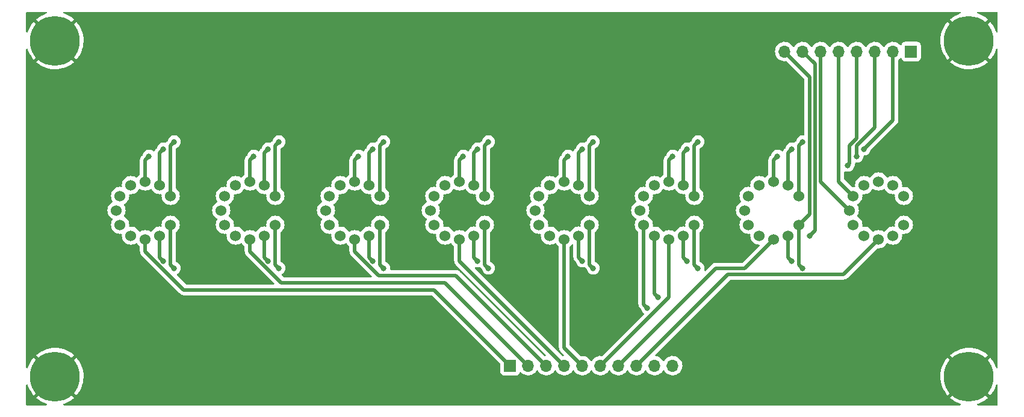
<source format=gtl>
%TF.GenerationSoftware,KiCad,Pcbnew,(6.0.2)*%
%TF.CreationDate,2022-06-24T18:37:41+02:00*%
%TF.ProjectId,divergence_meter_top,64697665-7267-4656-9e63-655f6d657465,rev?*%
%TF.SameCoordinates,Original*%
%TF.FileFunction,Copper,L1,Top*%
%TF.FilePolarity,Positive*%
%FSLAX46Y46*%
G04 Gerber Fmt 4.6, Leading zero omitted, Abs format (unit mm)*
G04 Created by KiCad (PCBNEW (6.0.2)) date 2022-06-24 18:37:41*
%MOMM*%
%LPD*%
G01*
G04 APERTURE LIST*
%TA.AperFunction,ComponentPad*%
%ADD10C,1.524000*%
%TD*%
%TA.AperFunction,ComponentPad*%
%ADD11C,0.800000*%
%TD*%
%TA.AperFunction,ComponentPad*%
%ADD12C,7.000000*%
%TD*%
%TA.AperFunction,ComponentPad*%
%ADD13R,1.700000X1.700000*%
%TD*%
%TA.AperFunction,ComponentPad*%
%ADD14O,1.700000X1.700000*%
%TD*%
%TA.AperFunction,ViaPad*%
%ADD15C,0.800000*%
%TD*%
%TA.AperFunction,Conductor*%
%ADD16C,0.500000*%
%TD*%
G04 APERTURE END LIST*
D10*
%TO.P,itr8,1,B*%
%TO.N,Net-(JT2-Pad1)*%
X187452000Y-106680000D03*
%TO.P,itr8,2,A*%
%TO.N,Net-(JT2-Pad2)*%
X185928000Y-105156000D03*
%TO.P,itr8,3,G*%
%TO.N,Net-(JT2-Pad3)*%
X183896000Y-104648000D03*
%TO.P,itr8,4,F*%
%TO.N,Net-(JT2-Pad4)*%
X181864000Y-105156000D03*
%TO.P,itr8,5,E*%
%TO.N,Net-(JT2-Pad5)*%
X180340000Y-106680000D03*
%TO.P,itr8,6,D*%
%TO.N,Net-(JT2-Pad6)*%
X179832000Y-108712000D03*
%TO.P,itr8,7,Cath*%
%TO.N,GND1*%
X180340000Y-110744000D03*
%TO.P,itr8,8,Cath*%
%TO.N,+1V5*%
X181864000Y-112268000D03*
%TO.P,itr8,9,Grid*%
%TO.N,Net-(JT1-Pad8)*%
X183896000Y-112776000D03*
%TO.P,itr8,10,C*%
%TO.N,Net-(JT2-Pad7)*%
X185928000Y-112268000D03*
%TO.P,itr8,11,DP*%
%TO.N,Net-(JT2-Pad8)*%
X187452000Y-110744000D03*
%TD*%
%TO.P,itr7,1,B*%
%TO.N,Net-(JT2-Pad1)*%
X172720000Y-106680000D03*
%TO.P,itr7,2,A*%
%TO.N,Net-(JT2-Pad2)*%
X171196000Y-105156000D03*
%TO.P,itr7,3,G*%
%TO.N,Net-(JT2-Pad3)*%
X169164000Y-104648000D03*
%TO.P,itr7,4,F*%
%TO.N,Net-(JT2-Pad4)*%
X167132000Y-105156000D03*
%TO.P,itr7,5,E*%
%TO.N,Net-(JT2-Pad5)*%
X165608000Y-106680000D03*
%TO.P,itr7,6,D*%
%TO.N,Net-(JT2-Pad6)*%
X165100000Y-108712000D03*
%TO.P,itr7,7,Cath*%
%TO.N,GND1*%
X165608000Y-110744000D03*
%TO.P,itr7,8,Cath*%
%TO.N,+1V5*%
X167132000Y-112268000D03*
%TO.P,itr7,9,Grid*%
%TO.N,Net-(JT1-Pad7)*%
X169164000Y-112776000D03*
%TO.P,itr7,10,C*%
%TO.N,Net-(JT2-Pad7)*%
X171196000Y-112268000D03*
%TO.P,itr7,11,DP*%
%TO.N,Net-(JT2-Pad8)*%
X172720000Y-110744000D03*
%TD*%
%TO.P,itr6,1,B*%
%TO.N,Net-(JT2-Pad1)*%
X157988000Y-106680000D03*
%TO.P,itr6,2,A*%
%TO.N,Net-(JT2-Pad2)*%
X156464000Y-105156000D03*
%TO.P,itr6,3,G*%
%TO.N,Net-(JT2-Pad3)*%
X154432000Y-104648000D03*
%TO.P,itr6,4,F*%
%TO.N,Net-(JT2-Pad4)*%
X152400000Y-105156000D03*
%TO.P,itr6,5,E*%
%TO.N,Net-(JT2-Pad5)*%
X150876000Y-106680000D03*
%TO.P,itr6,6,D*%
%TO.N,Net-(JT2-Pad6)*%
X150368000Y-108712000D03*
%TO.P,itr6,7,Cath*%
%TO.N,GND1*%
X150876000Y-110744000D03*
%TO.P,itr6,8,Cath*%
%TO.N,+1V5*%
X152400000Y-112268000D03*
%TO.P,itr6,9,Grid*%
%TO.N,Net-(JT1-Pad6)*%
X154432000Y-112776000D03*
%TO.P,itr6,10,C*%
%TO.N,Net-(JT2-Pad7)*%
X156464000Y-112268000D03*
%TO.P,itr6,11,DP*%
%TO.N,Net-(JT2-Pad8)*%
X157988000Y-110744000D03*
%TD*%
%TO.P,itr5,1,B*%
%TO.N,Net-(JT2-Pad1)*%
X143256000Y-106680000D03*
%TO.P,itr5,2,A*%
%TO.N,Net-(JT2-Pad2)*%
X141732000Y-105156000D03*
%TO.P,itr5,3,G*%
%TO.N,Net-(JT2-Pad3)*%
X139700000Y-104648000D03*
%TO.P,itr5,4,F*%
%TO.N,Net-(JT2-Pad4)*%
X137668000Y-105156000D03*
%TO.P,itr5,5,E*%
%TO.N,Net-(JT2-Pad5)*%
X136144000Y-106680000D03*
%TO.P,itr5,6,D*%
%TO.N,Net-(JT2-Pad6)*%
X135636000Y-108712000D03*
%TO.P,itr5,7,Cath*%
%TO.N,GND1*%
X136144000Y-110744000D03*
%TO.P,itr5,8,Cath*%
%TO.N,+1V5*%
X137668000Y-112268000D03*
%TO.P,itr5,9,Grid*%
%TO.N,Net-(JT1-Pad5)*%
X139700000Y-112776000D03*
%TO.P,itr5,10,C*%
%TO.N,Net-(JT2-Pad7)*%
X141732000Y-112268000D03*
%TO.P,itr5,11,DP*%
%TO.N,Net-(JT2-Pad8)*%
X143256000Y-110744000D03*
%TD*%
%TO.P,itr4,1,B*%
%TO.N,Net-(JT2-Pad1)*%
X128524000Y-106680000D03*
%TO.P,itr4,2,A*%
%TO.N,Net-(JT2-Pad2)*%
X127000000Y-105156000D03*
%TO.P,itr4,3,G*%
%TO.N,Net-(JT2-Pad3)*%
X124968000Y-104648000D03*
%TO.P,itr4,4,F*%
%TO.N,Net-(JT2-Pad4)*%
X122936000Y-105156000D03*
%TO.P,itr4,5,E*%
%TO.N,Net-(JT2-Pad5)*%
X121412000Y-106680000D03*
%TO.P,itr4,6,D*%
%TO.N,Net-(JT2-Pad6)*%
X120904000Y-108712000D03*
%TO.P,itr4,7,Cath*%
%TO.N,GND1*%
X121412000Y-110744000D03*
%TO.P,itr4,8,Cath*%
%TO.N,+1V5*%
X122936000Y-112268000D03*
%TO.P,itr4,9,Grid*%
%TO.N,Net-(JT1-Pad4)*%
X124968000Y-112776000D03*
%TO.P,itr4,10,C*%
%TO.N,Net-(JT2-Pad7)*%
X127000000Y-112268000D03*
%TO.P,itr4,11,DP*%
%TO.N,Net-(JT2-Pad8)*%
X128524000Y-110744000D03*
%TD*%
%TO.P,itr3,1,B*%
%TO.N,Net-(JT2-Pad1)*%
X113792000Y-106680000D03*
%TO.P,itr3,2,A*%
%TO.N,Net-(JT2-Pad2)*%
X112268000Y-105156000D03*
%TO.P,itr3,3,G*%
%TO.N,Net-(JT2-Pad3)*%
X110236000Y-104648000D03*
%TO.P,itr3,4,F*%
%TO.N,Net-(JT2-Pad4)*%
X108204000Y-105156000D03*
%TO.P,itr3,5,E*%
%TO.N,Net-(JT2-Pad5)*%
X106680000Y-106680000D03*
%TO.P,itr3,6,D*%
%TO.N,Net-(JT2-Pad6)*%
X106172000Y-108712000D03*
%TO.P,itr3,7,Cath*%
%TO.N,GND1*%
X106680000Y-110744000D03*
%TO.P,itr3,8,Cath*%
%TO.N,+1V5*%
X108204000Y-112268000D03*
%TO.P,itr3,9,Grid*%
%TO.N,Net-(JT1-Pad3)*%
X110236000Y-112776000D03*
%TO.P,itr3,10,C*%
%TO.N,Net-(JT2-Pad7)*%
X112268000Y-112268000D03*
%TO.P,itr3,11,DP*%
%TO.N,Net-(JT2-Pad8)*%
X113792000Y-110744000D03*
%TD*%
%TO.P,itr2,1,B*%
%TO.N,Net-(JT2-Pad1)*%
X99060000Y-106680000D03*
%TO.P,itr2,2,A*%
%TO.N,Net-(JT2-Pad2)*%
X97536000Y-105156000D03*
%TO.P,itr2,3,G*%
%TO.N,Net-(JT2-Pad3)*%
X95504000Y-104648000D03*
%TO.P,itr2,4,F*%
%TO.N,Net-(JT2-Pad4)*%
X93472000Y-105156000D03*
%TO.P,itr2,5,E*%
%TO.N,Net-(JT2-Pad5)*%
X91948000Y-106680000D03*
%TO.P,itr2,6,D*%
%TO.N,Net-(JT2-Pad6)*%
X91440000Y-108712000D03*
%TO.P,itr2,7,Cath*%
%TO.N,GND1*%
X91948000Y-110744000D03*
%TO.P,itr2,8,Cath*%
%TO.N,+1V5*%
X93472000Y-112268000D03*
%TO.P,itr2,9,Grid*%
%TO.N,Net-(JT1-Pad2)*%
X95504000Y-112776000D03*
%TO.P,itr2,10,C*%
%TO.N,Net-(JT2-Pad7)*%
X97536000Y-112268000D03*
%TO.P,itr2,11,DP*%
%TO.N,Net-(JT2-Pad8)*%
X99060000Y-110744000D03*
%TD*%
%TO.P,itr1,1,B*%
%TO.N,Net-(JT2-Pad1)*%
X84328000Y-106680000D03*
%TO.P,itr1,2,A*%
%TO.N,Net-(JT2-Pad2)*%
X82804000Y-105156000D03*
%TO.P,itr1,3,G*%
%TO.N,Net-(JT2-Pad3)*%
X80772000Y-104648000D03*
%TO.P,itr1,4,F*%
%TO.N,Net-(JT2-Pad4)*%
X78740000Y-105156000D03*
%TO.P,itr1,5,E*%
%TO.N,Net-(JT2-Pad5)*%
X77216000Y-106680000D03*
%TO.P,itr1,6,D*%
%TO.N,Net-(JT2-Pad6)*%
X76708000Y-108712000D03*
%TO.P,itr1,7,Cath*%
%TO.N,GND1*%
X77216000Y-110744000D03*
%TO.P,itr1,8,Cath*%
%TO.N,+1V5*%
X78740000Y-112268000D03*
%TO.P,itr1,9,Grid*%
%TO.N,Net-(JT1-Pad1)*%
X80772000Y-112776000D03*
%TO.P,itr1,10,C*%
%TO.N,Net-(JT2-Pad7)*%
X82804000Y-112268000D03*
%TO.P,itr1,11,DP*%
%TO.N,Net-(JT2-Pad8)*%
X84328000Y-110744000D03*
%TD*%
D11*
%TO.P,H2,1,1*%
%TO.N,GND*%
X193971000Y-84836000D03*
X196596000Y-87461000D03*
X199221000Y-84836000D03*
X198452155Y-86692155D03*
X194739845Y-82979845D03*
X194739845Y-86692155D03*
D12*
X196596000Y-84836000D03*
D11*
X196596000Y-82211000D03*
X198452155Y-82979845D03*
%TD*%
%TO.P,H4,1,1*%
%TO.N,GND*%
X69928155Y-130223845D03*
X70697000Y-132080000D03*
X65447000Y-132080000D03*
X66215845Y-133936155D03*
D12*
X68072000Y-132080000D03*
D11*
X66215845Y-130223845D03*
X68072000Y-134705000D03*
X69928155Y-133936155D03*
X68072000Y-129455000D03*
%TD*%
D12*
%TO.P,H1,1,1*%
%TO.N,GND*%
X68072000Y-84836000D03*
D11*
X66215845Y-86692155D03*
X66215845Y-82979845D03*
X69928155Y-86692155D03*
X65447000Y-84836000D03*
X68072000Y-87461000D03*
X68072000Y-82211000D03*
X69928155Y-82979845D03*
X70697000Y-84836000D03*
%TD*%
%TO.P,H3,1,1*%
%TO.N,GND*%
X198452155Y-133936155D03*
X194739845Y-130223845D03*
X194739845Y-133936155D03*
X199221000Y-132080000D03*
X196596000Y-129455000D03*
X198452155Y-130223845D03*
D12*
X196596000Y-132080000D03*
D11*
X196596000Y-134705000D03*
X193971000Y-132080000D03*
%TD*%
D13*
%TO.P,JT1,1,Pin_1*%
%TO.N,Net-(JT1-Pad1)*%
X132080000Y-130556000D03*
D14*
%TO.P,JT1,2,Pin_2*%
%TO.N,Net-(JT1-Pad2)*%
X134620000Y-130556000D03*
%TO.P,JT1,3,Pin_3*%
%TO.N,Net-(JT1-Pad3)*%
X137160000Y-130556000D03*
%TO.P,JT1,4,Pin_4*%
%TO.N,Net-(JT1-Pad4)*%
X139700000Y-130556000D03*
%TO.P,JT1,5,Pin_5*%
%TO.N,Net-(JT1-Pad5)*%
X142240000Y-130556000D03*
%TO.P,JT1,6,Pin_6*%
%TO.N,Net-(JT1-Pad6)*%
X144780000Y-130556000D03*
%TO.P,JT1,7,Pin_7*%
%TO.N,Net-(JT1-Pad7)*%
X147320000Y-130556000D03*
%TO.P,JT1,8,Pin_8*%
%TO.N,Net-(JT1-Pad8)*%
X149860000Y-130556000D03*
%TO.P,JT1,9,Pin_9*%
%TO.N,GND1*%
X152400000Y-130556000D03*
%TO.P,JT1,10,Pin_10*%
%TO.N,+1V5*%
X154940000Y-130556000D03*
%TD*%
D13*
%TO.P,JT2,1,Pin_1*%
%TO.N,Net-(JT2-Pad1)*%
X188468000Y-86360000D03*
D14*
%TO.P,JT2,2,Pin_2*%
%TO.N,Net-(JT2-Pad2)*%
X185928000Y-86360000D03*
%TO.P,JT2,3,Pin_3*%
%TO.N,Net-(JT2-Pad3)*%
X183388000Y-86360000D03*
%TO.P,JT2,4,Pin_4*%
%TO.N,Net-(JT2-Pad4)*%
X180848000Y-86360000D03*
%TO.P,JT2,5,Pin_5*%
%TO.N,Net-(JT2-Pad5)*%
X178308000Y-86360000D03*
%TO.P,JT2,6,Pin_6*%
%TO.N,Net-(JT2-Pad6)*%
X175768000Y-86360000D03*
%TO.P,JT2,7,Pin_7*%
%TO.N,Net-(JT2-Pad7)*%
X173228000Y-86360000D03*
%TO.P,JT2,8,Pin_8*%
%TO.N,Net-(JT2-Pad8)*%
X170688000Y-86360000D03*
%TD*%
D15*
%TO.N,Net-(JT2-Pad1)*%
X99568000Y-99060000D03*
X84836000Y-99060000D03*
X114300000Y-99060000D03*
X143764000Y-99060000D03*
X129032000Y-99060000D03*
X173228000Y-99060000D03*
X158496000Y-99060000D03*
%TO.N,Net-(JT2-Pad2)*%
X171704000Y-100076000D03*
X112776000Y-100076000D03*
X181864000Y-100076000D03*
X98044000Y-100076000D03*
X127508000Y-100076000D03*
X142240000Y-100076000D03*
X156972000Y-100076000D03*
X83312000Y-100076000D03*
%TO.N,Net-(JT2-Pad3)*%
X81280000Y-101092000D03*
X154940000Y-101092000D03*
X140208000Y-101092000D03*
X110744000Y-101092000D03*
X96012000Y-101092000D03*
X180848000Y-101092000D03*
X169672000Y-101092000D03*
X125476000Y-101092000D03*
%TO.N,Net-(JT2-Pad4)*%
X179578000Y-102362000D03*
%TO.N,GND1*%
X151384000Y-122428000D03*
%TO.N,+1V5*%
X152908000Y-120904000D03*
%TO.N,Net-(JT2-Pad7)*%
X112776000Y-115824000D03*
X171704000Y-115824000D03*
X156972000Y-115824000D03*
X174244000Y-112268000D03*
X98044000Y-115824000D03*
X83312000Y-115824000D03*
X127508000Y-115824000D03*
X142240000Y-115824000D03*
%TO.N,Net-(JT2-Pad8)*%
X84836000Y-116840000D03*
X143764000Y-116840000D03*
X158496000Y-116840000D03*
X173228000Y-116840000D03*
X99568000Y-116840000D03*
X114300000Y-116840000D03*
X129032000Y-116840000D03*
%TD*%
D16*
%TO.N,Net-(JT2-Pad1)*%
X113792000Y-106680000D02*
X113792000Y-99568000D01*
X157988000Y-106680000D02*
X157988000Y-99568000D01*
X113792000Y-99568000D02*
X114300000Y-99060000D01*
X128524000Y-106680000D02*
X128524000Y-99568000D01*
X128524000Y-99568000D02*
X129032000Y-99060000D01*
X99060000Y-106680000D02*
X99060000Y-99568000D01*
X84328000Y-99568000D02*
X84836000Y-99060000D01*
X143256000Y-99568000D02*
X143764000Y-99060000D01*
X172720000Y-99568000D02*
X173228000Y-99060000D01*
X172720000Y-106680000D02*
X172720000Y-99568000D01*
X84328000Y-106680000D02*
X84328000Y-99568000D01*
X157988000Y-99568000D02*
X158496000Y-99060000D01*
X99060000Y-99568000D02*
X99568000Y-99060000D01*
X143256000Y-106680000D02*
X143256000Y-99568000D01*
%TO.N,Net-(JT2-Pad2)*%
X127000000Y-100584000D02*
X127508000Y-100076000D01*
X97536000Y-105156000D02*
X97536000Y-100584000D01*
X82804000Y-105156000D02*
X82804000Y-100584000D01*
X112268000Y-100584000D02*
X112776000Y-100076000D01*
X171196000Y-105156000D02*
X171196000Y-100584000D01*
X127000000Y-105156000D02*
X127000000Y-100584000D01*
X141732000Y-100584000D02*
X142240000Y-100076000D01*
X171196000Y-100584000D02*
X171704000Y-100076000D01*
X185928000Y-86360000D02*
X185928000Y-96012000D01*
X156464000Y-100584000D02*
X156972000Y-100076000D01*
X185928000Y-96012000D02*
X181864000Y-100076000D01*
X82804000Y-100584000D02*
X83312000Y-100076000D01*
X141732000Y-105156000D02*
X141732000Y-100584000D01*
X97536000Y-100584000D02*
X98044000Y-100076000D01*
X112268000Y-105156000D02*
X112268000Y-100584000D01*
X156464000Y-105156000D02*
X156464000Y-100584000D01*
%TO.N,Net-(JT2-Pad3)*%
X183388000Y-97028000D02*
X180848000Y-99568000D01*
X139700000Y-104648000D02*
X139700000Y-101600000D01*
X110236000Y-101600000D02*
X110744000Y-101092000D01*
X180848000Y-99568000D02*
X180848000Y-101092000D01*
X183388000Y-86360000D02*
X183388000Y-97028000D01*
X154432000Y-101600000D02*
X154940000Y-101092000D01*
X124968000Y-104648000D02*
X124968000Y-101600000D01*
X124968000Y-101600000D02*
X125476000Y-101092000D01*
X80772000Y-104648000D02*
X80772000Y-101600000D01*
X95504000Y-104648000D02*
X95504000Y-101600000D01*
X110236000Y-104648000D02*
X110236000Y-101600000D01*
X154432000Y-104648000D02*
X154432000Y-101600000D01*
X80772000Y-101600000D02*
X81280000Y-101092000D01*
X95504000Y-101600000D02*
X96012000Y-101092000D01*
X169164000Y-101600000D02*
X169672000Y-101092000D01*
X139700000Y-101600000D02*
X140208000Y-101092000D01*
X169164000Y-104648000D02*
X169164000Y-101600000D01*
%TO.N,Net-(JT2-Pad4)*%
X180848000Y-98552000D02*
X179832000Y-99568000D01*
X180848000Y-86360000D02*
X180848000Y-98552000D01*
X179832000Y-99568000D02*
X179832000Y-102108000D01*
X179832000Y-102108000D02*
X179578000Y-102362000D01*
%TO.N,Net-(JT2-Pad5)*%
X178308000Y-86360000D02*
X178308000Y-104648000D01*
X178308000Y-104648000D02*
X180340000Y-106680000D01*
%TO.N,Net-(JT2-Pad6)*%
X175768000Y-104648000D02*
X179832000Y-108712000D01*
X175768000Y-86360000D02*
X175768000Y-104648000D01*
%TO.N,GND1*%
X150876000Y-121920000D02*
X151384000Y-122428000D01*
X150876000Y-110744000D02*
X150876000Y-121920000D01*
%TO.N,+1V5*%
X152400000Y-112268000D02*
X152400000Y-120396000D01*
X152400000Y-120396000D02*
X152908000Y-120904000D01*
%TO.N,Net-(JT1-Pad1)*%
X80772000Y-112776000D02*
X80772000Y-114485391D01*
X86174609Y-119888000D02*
X121412000Y-119888000D01*
X121412000Y-119888000D02*
X132080000Y-130556000D01*
X80772000Y-114485391D02*
X86174609Y-119888000D01*
%TO.N,Net-(JT2-Pad7)*%
X82804000Y-112268000D02*
X82804000Y-115316000D01*
X156464000Y-115316000D02*
X156972000Y-115824000D01*
X171196000Y-112268000D02*
X171196000Y-115316000D01*
X112268000Y-115316000D02*
X112776000Y-115824000D01*
X171196000Y-115316000D02*
X171704000Y-115824000D01*
X82804000Y-115316000D02*
X83312000Y-115824000D01*
X112268000Y-112268000D02*
X112268000Y-115316000D01*
X127000000Y-115316000D02*
X127508000Y-115824000D01*
X174943520Y-88075520D02*
X174943520Y-101916480D01*
X141732000Y-112268000D02*
X141732000Y-115316000D01*
X141732000Y-115316000D02*
X142240000Y-115824000D01*
X174943520Y-111568480D02*
X174244000Y-112268000D01*
X156464000Y-112268000D02*
X156464000Y-115316000D01*
X127000000Y-112268000D02*
X127000000Y-115316000D01*
X173228000Y-86360000D02*
X174943520Y-88075520D01*
X97536000Y-112268000D02*
X97536000Y-115316000D01*
X174943520Y-101916480D02*
X174943520Y-111568480D01*
X97536000Y-115316000D02*
X98044000Y-115824000D01*
%TO.N,Net-(JT2-Pad8)*%
X174244000Y-89916000D02*
X174244000Y-109220000D01*
X84328000Y-116332000D02*
X84836000Y-116840000D01*
X172720000Y-110744000D02*
X172720000Y-116332000D01*
X143256000Y-116332000D02*
X143764000Y-116840000D01*
X143256000Y-110744000D02*
X143256000Y-116332000D01*
X84328000Y-110744000D02*
X84328000Y-116332000D01*
X113792000Y-116332000D02*
X114300000Y-116840000D01*
X174244000Y-109220000D02*
X172720000Y-110744000D01*
X170688000Y-86360000D02*
X174244000Y-89916000D01*
X99060000Y-110744000D02*
X99060000Y-116332000D01*
X128524000Y-110744000D02*
X128524000Y-116332000D01*
X157988000Y-116332000D02*
X158496000Y-116840000D01*
X99060000Y-116332000D02*
X99568000Y-116840000D01*
X113792000Y-110744000D02*
X113792000Y-116332000D01*
X128524000Y-116332000D02*
X129032000Y-116840000D01*
X172720000Y-116332000D02*
X173228000Y-116840000D01*
X157988000Y-110744000D02*
X157988000Y-116332000D01*
%TO.N,Net-(JT1-Pad2)*%
X95504000Y-112776000D02*
X95504000Y-114485391D01*
X99890609Y-118872000D02*
X122936000Y-118872000D01*
X95504000Y-114485391D02*
X99890609Y-118872000D01*
X122936000Y-118872000D02*
X134620000Y-130556000D01*
%TO.N,Net-(JT1-Pad3)*%
X113606609Y-117856000D02*
X124460000Y-117856000D01*
X124460000Y-117856000D02*
X137160000Y-130556000D01*
X110236000Y-112776000D02*
X110236000Y-114485391D01*
X110236000Y-114485391D02*
X113606609Y-117856000D01*
%TO.N,Net-(JT1-Pad4)*%
X139700000Y-130556000D02*
X124968000Y-115824000D01*
X124968000Y-115824000D02*
X124968000Y-112776000D01*
%TO.N,Net-(JT1-Pad5)*%
X139700000Y-128016000D02*
X139700000Y-112776000D01*
X142240000Y-130556000D02*
X139700000Y-128016000D01*
%TO.N,Net-(JT1-Pad6)*%
X154432000Y-120904000D02*
X154432000Y-112776000D01*
X144780000Y-130556000D02*
X154432000Y-120904000D01*
%TO.N,Net-(JT1-Pad7)*%
X165100000Y-116840000D02*
X169164000Y-112776000D01*
X161036000Y-116840000D02*
X165100000Y-116840000D01*
X147320000Y-130556000D02*
X161036000Y-116840000D01*
%TO.N,Net-(JT1-Pad8)*%
X178982489Y-117689511D02*
X183896000Y-112776000D01*
X149860000Y-130556000D02*
X162726489Y-117689511D01*
X162726489Y-117689511D02*
X178982489Y-117689511D01*
%TD*%
%TA.AperFunction,Conductor*%
%TO.N,GND*%
G36*
X66877942Y-80792002D02*
G01*
X66924435Y-80845658D01*
X66934539Y-80915932D01*
X66905045Y-80980512D01*
X66851258Y-81016991D01*
X66571681Y-81114350D01*
X66565968Y-81116658D01*
X66215667Y-81278519D01*
X66210213Y-81281371D01*
X65877376Y-81476646D01*
X65872228Y-81480015D01*
X65560025Y-81706843D01*
X65555247Y-81710684D01*
X65436711Y-81815926D01*
X65428334Y-81829314D01*
X65434084Y-81838874D01*
X68059188Y-84463978D01*
X68073132Y-84471592D01*
X68074965Y-84471461D01*
X68081580Y-84467210D01*
X70708463Y-81840327D01*
X70716077Y-81826383D01*
X70716055Y-81826072D01*
X70710204Y-81817406D01*
X70632143Y-81746127D01*
X70627416Y-81742217D01*
X70318419Y-81511059D01*
X70313313Y-81507614D01*
X69983235Y-81307711D01*
X69977822Y-81304784D01*
X69629808Y-81138044D01*
X69624141Y-81135662D01*
X69296471Y-81016401D01*
X69239299Y-80974307D01*
X69213961Y-80907986D01*
X69228502Y-80838494D01*
X69278304Y-80787895D01*
X69339565Y-80772000D01*
X195333821Y-80772000D01*
X195401942Y-80792002D01*
X195448435Y-80845658D01*
X195458539Y-80915932D01*
X195429045Y-80980512D01*
X195375258Y-81016991D01*
X195095681Y-81114350D01*
X195089968Y-81116658D01*
X194739667Y-81278519D01*
X194734213Y-81281371D01*
X194401376Y-81476646D01*
X194396228Y-81480015D01*
X194084025Y-81706843D01*
X194079247Y-81710684D01*
X193960711Y-81815926D01*
X193952334Y-81829314D01*
X193958084Y-81838874D01*
X196583188Y-84463978D01*
X196597132Y-84471592D01*
X196598965Y-84471461D01*
X196605580Y-84467210D01*
X199232463Y-81840327D01*
X199240077Y-81826383D01*
X199240055Y-81826072D01*
X199234204Y-81817406D01*
X199156143Y-81746127D01*
X199151416Y-81742217D01*
X198842419Y-81511059D01*
X198837313Y-81507614D01*
X198507235Y-81307711D01*
X198501822Y-81304784D01*
X198153808Y-81138044D01*
X198148141Y-81135662D01*
X197820471Y-81016401D01*
X197763299Y-80974307D01*
X197737961Y-80907986D01*
X197752502Y-80838494D01*
X197802304Y-80787895D01*
X197863565Y-80772000D01*
X200534000Y-80772000D01*
X200602121Y-80792002D01*
X200648614Y-80845658D01*
X200660000Y-80898000D01*
X200660000Y-83571374D01*
X200639998Y-83639495D01*
X200586342Y-83685988D01*
X200516068Y-83696092D01*
X200451488Y-83666598D01*
X200415301Y-83613641D01*
X200307082Y-83309727D01*
X200304739Y-83304043D01*
X200140434Y-82954877D01*
X200137545Y-82949443D01*
X199939955Y-82617983D01*
X199936547Y-82612853D01*
X199707547Y-82302244D01*
X199703667Y-82297487D01*
X199616318Y-82200475D01*
X199602797Y-82192145D01*
X199602720Y-82192146D01*
X199593434Y-82197776D01*
X196968022Y-84823188D01*
X196960408Y-84837132D01*
X196960539Y-84838965D01*
X196964790Y-84845580D01*
X199593364Y-87474154D01*
X199607308Y-87481768D01*
X199608323Y-87481696D01*
X199616054Y-87476593D01*
X199631567Y-87460302D01*
X199635595Y-87455637D01*
X199873168Y-87151558D01*
X199876722Y-87146518D01*
X200083486Y-86820712D01*
X200086529Y-86815356D01*
X200260520Y-86470910D01*
X200263016Y-86465306D01*
X200402568Y-86105518D01*
X200404511Y-86099678D01*
X200412641Y-86070560D01*
X200450225Y-86010327D01*
X200514407Y-85979976D01*
X200584810Y-85989142D01*
X200639080Y-86034915D01*
X200660000Y-86104443D01*
X200660000Y-130815374D01*
X200639998Y-130883495D01*
X200586342Y-130929988D01*
X200516068Y-130940092D01*
X200451488Y-130910598D01*
X200415301Y-130857641D01*
X200307082Y-130553727D01*
X200304739Y-130548043D01*
X200140434Y-130198877D01*
X200137545Y-130193443D01*
X199939955Y-129861983D01*
X199936547Y-129856853D01*
X199707547Y-129546244D01*
X199703667Y-129541487D01*
X199616318Y-129444475D01*
X199602797Y-129436145D01*
X199602720Y-129436146D01*
X199593434Y-129441776D01*
X196968022Y-132067188D01*
X196960408Y-132081132D01*
X196960539Y-132082965D01*
X196964790Y-132089580D01*
X199593364Y-134718154D01*
X199607308Y-134725768D01*
X199608323Y-134725696D01*
X199616054Y-134720593D01*
X199631567Y-134704302D01*
X199635595Y-134699637D01*
X199873168Y-134395558D01*
X199876722Y-134390518D01*
X200083486Y-134064712D01*
X200086529Y-134059356D01*
X200260520Y-133714910D01*
X200263016Y-133709306D01*
X200402568Y-133349518D01*
X200404511Y-133343678D01*
X200412641Y-133314560D01*
X200450225Y-133254327D01*
X200514407Y-133223976D01*
X200584810Y-133233142D01*
X200639080Y-133278915D01*
X200660000Y-133348443D01*
X200660000Y-136018000D01*
X200639998Y-136086121D01*
X200586342Y-136132614D01*
X200534000Y-136144000D01*
X197854895Y-136144000D01*
X197786774Y-136123998D01*
X197740281Y-136070342D01*
X197730177Y-136000068D01*
X197759671Y-135935488D01*
X197815123Y-135898442D01*
X198044215Y-135822234D01*
X198049949Y-135820010D01*
X198402497Y-135663046D01*
X198407966Y-135660283D01*
X198743516Y-135469664D01*
X198748690Y-135466380D01*
X199064034Y-135243929D01*
X199068872Y-135240149D01*
X199231240Y-135099998D01*
X199239655Y-135086958D01*
X199233716Y-135076926D01*
X196608812Y-132452022D01*
X196594868Y-132444408D01*
X196593035Y-132444539D01*
X196586420Y-132448790D01*
X193958547Y-135076663D01*
X193950933Y-135090607D01*
X193950988Y-135091386D01*
X193956342Y-135099436D01*
X193992960Y-135133821D01*
X193997638Y-135137803D01*
X194303386Y-135373260D01*
X194308429Y-135376765D01*
X194635694Y-135581262D01*
X194641051Y-135584256D01*
X194986709Y-135755843D01*
X194992349Y-135758307D01*
X195353094Y-135895341D01*
X195361794Y-135898168D01*
X195420399Y-135938242D01*
X195448035Y-136003639D01*
X195435927Y-136073596D01*
X195387920Y-136125901D01*
X195322856Y-136144000D01*
X69330895Y-136144000D01*
X69262774Y-136123998D01*
X69216281Y-136070342D01*
X69206177Y-136000068D01*
X69235671Y-135935488D01*
X69291123Y-135898442D01*
X69520215Y-135822234D01*
X69525949Y-135820010D01*
X69878497Y-135663046D01*
X69883966Y-135660283D01*
X70219516Y-135469664D01*
X70224690Y-135466380D01*
X70540034Y-135243929D01*
X70544872Y-135240149D01*
X70707240Y-135099998D01*
X70715655Y-135086958D01*
X70709716Y-135076926D01*
X68084812Y-132452022D01*
X68070868Y-132444408D01*
X68069035Y-132444539D01*
X68062420Y-132448790D01*
X65434547Y-135076663D01*
X65426933Y-135090607D01*
X65426988Y-135091386D01*
X65432342Y-135099436D01*
X65468960Y-135133821D01*
X65473638Y-135137803D01*
X65779386Y-135373260D01*
X65784429Y-135376765D01*
X66111694Y-135581262D01*
X66117051Y-135584256D01*
X66462709Y-135755843D01*
X66468349Y-135758307D01*
X66829094Y-135895341D01*
X66837794Y-135898168D01*
X66896399Y-135938242D01*
X66924035Y-136003639D01*
X66911927Y-136073596D01*
X66863920Y-136125901D01*
X66798856Y-136144000D01*
X64134000Y-136144000D01*
X64065879Y-136123998D01*
X64019386Y-136070342D01*
X64008000Y-136018000D01*
X64008000Y-133340261D01*
X64028002Y-133272140D01*
X64081658Y-133225647D01*
X64151932Y-133215543D01*
X64216512Y-133245037D01*
X64253278Y-133299656D01*
X64339968Y-133554306D01*
X64342235Y-133560031D01*
X64501643Y-133911444D01*
X64504465Y-133916934D01*
X64697407Y-134251119D01*
X64700737Y-134256287D01*
X64925375Y-134570059D01*
X64929197Y-134574881D01*
X65052033Y-134715195D01*
X65065247Y-134723593D01*
X65075043Y-134717747D01*
X67699978Y-132092812D01*
X67706356Y-132081132D01*
X68436408Y-132081132D01*
X68436539Y-132082965D01*
X68440790Y-132089580D01*
X71069364Y-134718154D01*
X71083308Y-134725768D01*
X71084323Y-134725696D01*
X71092054Y-134720593D01*
X71107567Y-134704302D01*
X71111595Y-134699637D01*
X71349168Y-134395558D01*
X71352722Y-134390518D01*
X71559486Y-134064712D01*
X71562529Y-134059356D01*
X71736520Y-133714910D01*
X71739016Y-133709306D01*
X71878568Y-133349518D01*
X71880509Y-133343684D01*
X71984288Y-132971988D01*
X71985644Y-132966017D01*
X72052660Y-132585959D01*
X72053427Y-132579886D01*
X72083119Y-132194000D01*
X72083296Y-132190085D01*
X72084806Y-132081974D01*
X72084738Y-132078030D01*
X72082245Y-132027061D01*
X192583665Y-132027061D01*
X192597132Y-132412706D01*
X192597647Y-132418838D01*
X192648685Y-132801347D01*
X192649792Y-132807383D01*
X192737913Y-133183090D01*
X192739608Y-133189000D01*
X192863968Y-133554306D01*
X192866235Y-133560031D01*
X193025643Y-133911444D01*
X193028465Y-133916934D01*
X193221407Y-134251119D01*
X193224737Y-134256287D01*
X193449375Y-134570059D01*
X193453197Y-134574881D01*
X193576033Y-134715195D01*
X193589247Y-134723593D01*
X193599043Y-134717747D01*
X196223978Y-132092812D01*
X196231592Y-132078868D01*
X196231461Y-132077035D01*
X196227210Y-132070420D01*
X193599902Y-129443112D01*
X193585958Y-129435498D01*
X193585412Y-129435537D01*
X193577055Y-129441136D01*
X193524077Y-129498347D01*
X193520132Y-129503049D01*
X193286821Y-129810426D01*
X193283343Y-129815504D01*
X193081141Y-130144179D01*
X193078176Y-130149572D01*
X192909014Y-130496406D01*
X192906588Y-130502064D01*
X192772076Y-130863758D01*
X192770218Y-130869615D01*
X192671640Y-131242718D01*
X192670365Y-131248718D01*
X192608667Y-131629648D01*
X192607980Y-131635776D01*
X192583751Y-132020886D01*
X192583665Y-132027061D01*
X72082245Y-132027061D01*
X72065832Y-131691489D01*
X72065231Y-131685365D01*
X72008862Y-131303631D01*
X72007662Y-131297569D01*
X71914312Y-130923165D01*
X71912527Y-130917250D01*
X71783082Y-130553727D01*
X71780739Y-130548043D01*
X71616434Y-130198877D01*
X71613545Y-130193443D01*
X71415955Y-129861983D01*
X71412547Y-129856853D01*
X71183547Y-129546244D01*
X71179667Y-129541487D01*
X71092318Y-129444475D01*
X71078797Y-129436145D01*
X71078720Y-129436146D01*
X71069434Y-129441776D01*
X68444022Y-132067188D01*
X68436408Y-132081132D01*
X67706356Y-132081132D01*
X67707592Y-132078868D01*
X67707461Y-132077035D01*
X67703210Y-132070420D01*
X65075902Y-129443112D01*
X65061958Y-129435498D01*
X65061412Y-129435537D01*
X65053055Y-129441136D01*
X65000077Y-129498347D01*
X64996132Y-129503049D01*
X64762821Y-129810426D01*
X64759343Y-129815504D01*
X64557141Y-130144179D01*
X64554176Y-130149572D01*
X64385014Y-130496406D01*
X64382588Y-130502064D01*
X64252098Y-130852943D01*
X64209605Y-130909819D01*
X64143109Y-130934693D01*
X64073720Y-130919668D01*
X64023470Y-130869514D01*
X64008000Y-130809023D01*
X64008000Y-129073314D01*
X65428334Y-129073314D01*
X65434084Y-129082874D01*
X68059188Y-131707978D01*
X68073132Y-131715592D01*
X68074965Y-131715461D01*
X68081580Y-131711210D01*
X70708463Y-129084327D01*
X70716077Y-129070383D01*
X70716055Y-129070072D01*
X70710204Y-129061406D01*
X70632143Y-128990127D01*
X70627416Y-128986217D01*
X70318419Y-128755059D01*
X70313313Y-128751614D01*
X69983235Y-128551711D01*
X69977822Y-128548784D01*
X69629808Y-128382044D01*
X69624141Y-128379662D01*
X69261526Y-128247682D01*
X69255638Y-128245860D01*
X68881876Y-128149893D01*
X68875854Y-128148657D01*
X68494485Y-128089618D01*
X68488397Y-128088978D01*
X68103085Y-128067436D01*
X68096933Y-128067393D01*
X67711387Y-128083552D01*
X67705261Y-128084109D01*
X67323123Y-128137815D01*
X67317070Y-128138970D01*
X66942000Y-128229709D01*
X66936103Y-128231445D01*
X66571681Y-128358350D01*
X66565968Y-128360658D01*
X66215667Y-128522519D01*
X66210213Y-128525371D01*
X65877376Y-128720646D01*
X65872228Y-128724015D01*
X65560025Y-128950843D01*
X65555247Y-128954684D01*
X65436711Y-129059926D01*
X65428334Y-129073314D01*
X64008000Y-129073314D01*
X64008000Y-108712000D01*
X75432647Y-108712000D01*
X75452022Y-108933463D01*
X75509560Y-109148196D01*
X75511882Y-109153177D01*
X75511883Y-109153178D01*
X75601186Y-109344689D01*
X75601189Y-109344694D01*
X75603512Y-109349676D01*
X75606668Y-109354183D01*
X75606669Y-109354185D01*
X75701380Y-109489446D01*
X75731023Y-109531781D01*
X75888219Y-109688977D01*
X75892727Y-109692134D01*
X75892730Y-109692136D01*
X75968495Y-109745187D01*
X76070323Y-109816488D01*
X76075308Y-109818813D01*
X76075314Y-109818816D01*
X76118272Y-109838847D01*
X76171558Y-109885763D01*
X76191019Y-109954041D01*
X76168236Y-110025312D01*
X76114672Y-110101810D01*
X76114669Y-110101815D01*
X76111512Y-110106324D01*
X76109189Y-110111306D01*
X76109186Y-110111311D01*
X76019883Y-110302822D01*
X76017560Y-110307804D01*
X75960022Y-110522537D01*
X75940647Y-110744000D01*
X75960022Y-110965463D01*
X76017560Y-111180196D01*
X76019882Y-111185177D01*
X76019883Y-111185178D01*
X76109186Y-111376689D01*
X76109189Y-111376694D01*
X76111512Y-111381676D01*
X76114668Y-111386183D01*
X76114669Y-111386185D01*
X76234442Y-111557238D01*
X76239023Y-111563781D01*
X76396219Y-111720977D01*
X76400727Y-111724134D01*
X76400730Y-111724136D01*
X76453887Y-111761357D01*
X76578323Y-111848488D01*
X76583305Y-111850811D01*
X76583310Y-111850814D01*
X76696633Y-111903657D01*
X76779804Y-111942440D01*
X76785112Y-111943862D01*
X76785114Y-111943863D01*
X76850949Y-111961503D01*
X76994537Y-111999978D01*
X77216000Y-112019353D01*
X77338897Y-112008601D01*
X77408501Y-112022590D01*
X77459494Y-112071990D01*
X77475399Y-112145103D01*
X77464647Y-112268000D01*
X77484022Y-112489463D01*
X77541560Y-112704196D01*
X77543882Y-112709177D01*
X77543883Y-112709178D01*
X77633186Y-112900689D01*
X77633189Y-112900694D01*
X77635512Y-112905676D01*
X77638668Y-112910183D01*
X77638669Y-112910185D01*
X77759037Y-113082088D01*
X77763023Y-113087781D01*
X77920219Y-113244977D01*
X77924727Y-113248134D01*
X77924730Y-113248136D01*
X77974500Y-113282985D01*
X78102323Y-113372488D01*
X78107305Y-113374811D01*
X78107310Y-113374814D01*
X78284222Y-113457309D01*
X78303804Y-113466440D01*
X78309112Y-113467862D01*
X78309114Y-113467863D01*
X78354578Y-113480045D01*
X78518537Y-113523978D01*
X78740000Y-113543353D01*
X78961463Y-113523978D01*
X79125422Y-113480045D01*
X79170886Y-113467863D01*
X79170888Y-113467862D01*
X79176196Y-113466440D01*
X79195778Y-113457309D01*
X79372690Y-113374814D01*
X79372695Y-113374811D01*
X79377677Y-113372488D01*
X79458687Y-113315764D01*
X79525961Y-113293076D01*
X79594822Y-113310361D01*
X79645153Y-113365727D01*
X79665186Y-113408689D01*
X79665189Y-113408694D01*
X79667512Y-113413676D01*
X79670668Y-113418183D01*
X79670669Y-113418185D01*
X79791861Y-113591265D01*
X79795023Y-113595781D01*
X79952219Y-113752977D01*
X79956728Y-113756134D01*
X79956730Y-113756136D01*
X79959771Y-113758265D01*
X79960797Y-113759548D01*
X79960943Y-113759671D01*
X79960918Y-113759700D01*
X80004099Y-113813722D01*
X80013500Y-113861478D01*
X80013500Y-114418321D01*
X80012067Y-114437271D01*
X80008801Y-114458740D01*
X80009394Y-114466032D01*
X80009394Y-114466035D01*
X80013085Y-114511409D01*
X80013500Y-114521624D01*
X80013500Y-114529684D01*
X80013925Y-114533328D01*
X80016789Y-114557898D01*
X80017222Y-114562273D01*
X80023140Y-114635028D01*
X80025396Y-114641992D01*
X80026587Y-114647951D01*
X80027971Y-114653806D01*
X80028818Y-114661072D01*
X80053735Y-114729718D01*
X80055152Y-114733846D01*
X80077649Y-114803290D01*
X80081445Y-114809545D01*
X80083951Y-114815019D01*
X80086670Y-114820449D01*
X80089167Y-114827328D01*
X80093180Y-114833448D01*
X80093180Y-114833449D01*
X80129186Y-114888367D01*
X80131523Y-114892071D01*
X80169405Y-114954498D01*
X80173121Y-114958706D01*
X80173122Y-114958707D01*
X80176803Y-114962875D01*
X80176776Y-114962899D01*
X80179429Y-114965891D01*
X80182132Y-114969124D01*
X80186144Y-114975243D01*
X80191456Y-114980275D01*
X80242383Y-115028519D01*
X80244825Y-115030897D01*
X85590839Y-120376911D01*
X85603225Y-120391323D01*
X85611758Y-120402918D01*
X85611763Y-120402923D01*
X85616101Y-120408818D01*
X85621679Y-120413557D01*
X85621682Y-120413560D01*
X85656377Y-120443035D01*
X85663893Y-120449965D01*
X85669588Y-120455660D01*
X85672470Y-120457940D01*
X85691860Y-120473281D01*
X85695264Y-120476072D01*
X85745312Y-120518591D01*
X85750894Y-120523333D01*
X85757410Y-120526661D01*
X85762459Y-120530028D01*
X85767588Y-120533195D01*
X85773325Y-120537734D01*
X85839484Y-120568655D01*
X85843378Y-120570558D01*
X85908417Y-120603769D01*
X85915525Y-120605508D01*
X85921168Y-120607607D01*
X85926931Y-120609524D01*
X85933559Y-120612622D01*
X85940721Y-120614112D01*
X85940722Y-120614112D01*
X86005021Y-120627486D01*
X86009305Y-120628456D01*
X86080219Y-120645808D01*
X86085821Y-120646156D01*
X86085824Y-120646156D01*
X86091373Y-120646500D01*
X86091371Y-120646536D01*
X86095364Y-120646775D01*
X86099556Y-120647149D01*
X86106724Y-120648640D01*
X86184129Y-120646546D01*
X86187537Y-120646500D01*
X121045629Y-120646500D01*
X121113750Y-120666502D01*
X121134724Y-120683405D01*
X130684595Y-130233276D01*
X130718621Y-130295588D01*
X130721500Y-130322371D01*
X130721500Y-131454134D01*
X130728255Y-131516316D01*
X130779385Y-131652705D01*
X130866739Y-131769261D01*
X130983295Y-131856615D01*
X131119684Y-131907745D01*
X131181866Y-131914500D01*
X132978134Y-131914500D01*
X133040316Y-131907745D01*
X133176705Y-131856615D01*
X133293261Y-131769261D01*
X133380615Y-131652705D01*
X133402799Y-131593529D01*
X133424598Y-131535382D01*
X133467240Y-131478618D01*
X133533802Y-131453918D01*
X133603150Y-131469126D01*
X133637817Y-131497114D01*
X133666250Y-131529938D01*
X133838126Y-131672632D01*
X134031000Y-131785338D01*
X134239692Y-131865030D01*
X134244760Y-131866061D01*
X134244763Y-131866062D01*
X134352017Y-131887883D01*
X134458597Y-131909567D01*
X134463772Y-131909757D01*
X134463774Y-131909757D01*
X134676673Y-131917564D01*
X134676677Y-131917564D01*
X134681837Y-131917753D01*
X134686957Y-131917097D01*
X134686959Y-131917097D01*
X134898288Y-131890025D01*
X134898289Y-131890025D01*
X134903416Y-131889368D01*
X134908366Y-131887883D01*
X135112429Y-131826661D01*
X135112434Y-131826659D01*
X135117384Y-131825174D01*
X135317994Y-131726896D01*
X135499860Y-131597173D01*
X135658096Y-131439489D01*
X135788453Y-131258077D01*
X135789776Y-131259028D01*
X135836645Y-131215857D01*
X135906580Y-131203625D01*
X135972026Y-131231144D01*
X135999875Y-131262994D01*
X136059987Y-131361088D01*
X136206250Y-131529938D01*
X136378126Y-131672632D01*
X136571000Y-131785338D01*
X136779692Y-131865030D01*
X136784760Y-131866061D01*
X136784763Y-131866062D01*
X136892017Y-131887883D01*
X136998597Y-131909567D01*
X137003772Y-131909757D01*
X137003774Y-131909757D01*
X137216673Y-131917564D01*
X137216677Y-131917564D01*
X137221837Y-131917753D01*
X137226957Y-131917097D01*
X137226959Y-131917097D01*
X137438288Y-131890025D01*
X137438289Y-131890025D01*
X137443416Y-131889368D01*
X137448366Y-131887883D01*
X137652429Y-131826661D01*
X137652434Y-131826659D01*
X137657384Y-131825174D01*
X137857994Y-131726896D01*
X138039860Y-131597173D01*
X138198096Y-131439489D01*
X138328453Y-131258077D01*
X138329776Y-131259028D01*
X138376645Y-131215857D01*
X138446580Y-131203625D01*
X138512026Y-131231144D01*
X138539875Y-131262994D01*
X138599987Y-131361088D01*
X138746250Y-131529938D01*
X138918126Y-131672632D01*
X139111000Y-131785338D01*
X139319692Y-131865030D01*
X139324760Y-131866061D01*
X139324763Y-131866062D01*
X139432017Y-131887883D01*
X139538597Y-131909567D01*
X139543772Y-131909757D01*
X139543774Y-131909757D01*
X139756673Y-131917564D01*
X139756677Y-131917564D01*
X139761837Y-131917753D01*
X139766957Y-131917097D01*
X139766959Y-131917097D01*
X139978288Y-131890025D01*
X139978289Y-131890025D01*
X139983416Y-131889368D01*
X139988366Y-131887883D01*
X140192429Y-131826661D01*
X140192434Y-131826659D01*
X140197384Y-131825174D01*
X140397994Y-131726896D01*
X140579860Y-131597173D01*
X140738096Y-131439489D01*
X140868453Y-131258077D01*
X140869776Y-131259028D01*
X140916645Y-131215857D01*
X140986580Y-131203625D01*
X141052026Y-131231144D01*
X141079875Y-131262994D01*
X141139987Y-131361088D01*
X141286250Y-131529938D01*
X141458126Y-131672632D01*
X141651000Y-131785338D01*
X141859692Y-131865030D01*
X141864760Y-131866061D01*
X141864763Y-131866062D01*
X141972017Y-131887883D01*
X142078597Y-131909567D01*
X142083772Y-131909757D01*
X142083774Y-131909757D01*
X142296673Y-131917564D01*
X142296677Y-131917564D01*
X142301837Y-131917753D01*
X142306957Y-131917097D01*
X142306959Y-131917097D01*
X142518288Y-131890025D01*
X142518289Y-131890025D01*
X142523416Y-131889368D01*
X142528366Y-131887883D01*
X142732429Y-131826661D01*
X142732434Y-131826659D01*
X142737384Y-131825174D01*
X142937994Y-131726896D01*
X143119860Y-131597173D01*
X143278096Y-131439489D01*
X143408453Y-131258077D01*
X143409776Y-131259028D01*
X143456645Y-131215857D01*
X143526580Y-131203625D01*
X143592026Y-131231144D01*
X143619875Y-131262994D01*
X143679987Y-131361088D01*
X143826250Y-131529938D01*
X143998126Y-131672632D01*
X144191000Y-131785338D01*
X144399692Y-131865030D01*
X144404760Y-131866061D01*
X144404763Y-131866062D01*
X144512017Y-131887883D01*
X144618597Y-131909567D01*
X144623772Y-131909757D01*
X144623774Y-131909757D01*
X144836673Y-131917564D01*
X144836677Y-131917564D01*
X144841837Y-131917753D01*
X144846957Y-131917097D01*
X144846959Y-131917097D01*
X145058288Y-131890025D01*
X145058289Y-131890025D01*
X145063416Y-131889368D01*
X145068366Y-131887883D01*
X145272429Y-131826661D01*
X145272434Y-131826659D01*
X145277384Y-131825174D01*
X145477994Y-131726896D01*
X145659860Y-131597173D01*
X145818096Y-131439489D01*
X145948453Y-131258077D01*
X145949776Y-131259028D01*
X145996645Y-131215857D01*
X146066580Y-131203625D01*
X146132026Y-131231144D01*
X146159875Y-131262994D01*
X146219987Y-131361088D01*
X146366250Y-131529938D01*
X146538126Y-131672632D01*
X146731000Y-131785338D01*
X146939692Y-131865030D01*
X146944760Y-131866061D01*
X146944763Y-131866062D01*
X147052017Y-131887883D01*
X147158597Y-131909567D01*
X147163772Y-131909757D01*
X147163774Y-131909757D01*
X147376673Y-131917564D01*
X147376677Y-131917564D01*
X147381837Y-131917753D01*
X147386957Y-131917097D01*
X147386959Y-131917097D01*
X147598288Y-131890025D01*
X147598289Y-131890025D01*
X147603416Y-131889368D01*
X147608366Y-131887883D01*
X147812429Y-131826661D01*
X147812434Y-131826659D01*
X147817384Y-131825174D01*
X148017994Y-131726896D01*
X148199860Y-131597173D01*
X148358096Y-131439489D01*
X148488453Y-131258077D01*
X148489776Y-131259028D01*
X148536645Y-131215857D01*
X148606580Y-131203625D01*
X148672026Y-131231144D01*
X148699875Y-131262994D01*
X148759987Y-131361088D01*
X148906250Y-131529938D01*
X149078126Y-131672632D01*
X149271000Y-131785338D01*
X149479692Y-131865030D01*
X149484760Y-131866061D01*
X149484763Y-131866062D01*
X149592017Y-131887883D01*
X149698597Y-131909567D01*
X149703772Y-131909757D01*
X149703774Y-131909757D01*
X149916673Y-131917564D01*
X149916677Y-131917564D01*
X149921837Y-131917753D01*
X149926957Y-131917097D01*
X149926959Y-131917097D01*
X150138288Y-131890025D01*
X150138289Y-131890025D01*
X150143416Y-131889368D01*
X150148366Y-131887883D01*
X150352429Y-131826661D01*
X150352434Y-131826659D01*
X150357384Y-131825174D01*
X150557994Y-131726896D01*
X150739860Y-131597173D01*
X150898096Y-131439489D01*
X151028453Y-131258077D01*
X151029776Y-131259028D01*
X151076645Y-131215857D01*
X151146580Y-131203625D01*
X151212026Y-131231144D01*
X151239875Y-131262994D01*
X151299987Y-131361088D01*
X151446250Y-131529938D01*
X151618126Y-131672632D01*
X151811000Y-131785338D01*
X152019692Y-131865030D01*
X152024760Y-131866061D01*
X152024763Y-131866062D01*
X152132017Y-131887883D01*
X152238597Y-131909567D01*
X152243772Y-131909757D01*
X152243774Y-131909757D01*
X152456673Y-131917564D01*
X152456677Y-131917564D01*
X152461837Y-131917753D01*
X152466957Y-131917097D01*
X152466959Y-131917097D01*
X152678288Y-131890025D01*
X152678289Y-131890025D01*
X152683416Y-131889368D01*
X152688366Y-131887883D01*
X152892429Y-131826661D01*
X152892434Y-131826659D01*
X152897384Y-131825174D01*
X153097994Y-131726896D01*
X153279860Y-131597173D01*
X153438096Y-131439489D01*
X153568453Y-131258077D01*
X153569776Y-131259028D01*
X153616645Y-131215857D01*
X153686580Y-131203625D01*
X153752026Y-131231144D01*
X153779875Y-131262994D01*
X153839987Y-131361088D01*
X153986250Y-131529938D01*
X154158126Y-131672632D01*
X154351000Y-131785338D01*
X154559692Y-131865030D01*
X154564760Y-131866061D01*
X154564763Y-131866062D01*
X154672017Y-131887883D01*
X154778597Y-131909567D01*
X154783772Y-131909757D01*
X154783774Y-131909757D01*
X154996673Y-131917564D01*
X154996677Y-131917564D01*
X155001837Y-131917753D01*
X155006957Y-131917097D01*
X155006959Y-131917097D01*
X155218288Y-131890025D01*
X155218289Y-131890025D01*
X155223416Y-131889368D01*
X155228366Y-131887883D01*
X155432429Y-131826661D01*
X155432434Y-131826659D01*
X155437384Y-131825174D01*
X155637994Y-131726896D01*
X155819860Y-131597173D01*
X155978096Y-131439489D01*
X156108453Y-131258077D01*
X156113079Y-131248718D01*
X156205136Y-131062453D01*
X156205137Y-131062451D01*
X156207430Y-131057811D01*
X156252394Y-130909819D01*
X156270865Y-130849023D01*
X156270865Y-130849021D01*
X156272370Y-130844069D01*
X156301529Y-130622590D01*
X156303156Y-130556000D01*
X156284852Y-130333361D01*
X156230431Y-130116702D01*
X156141354Y-129911840D01*
X156101906Y-129850862D01*
X156022822Y-129728617D01*
X156022820Y-129728614D01*
X156020014Y-129724277D01*
X155869670Y-129559051D01*
X155865619Y-129555852D01*
X155865615Y-129555848D01*
X155698414Y-129423800D01*
X155698410Y-129423798D01*
X155694359Y-129420598D01*
X155498789Y-129312638D01*
X155493920Y-129310914D01*
X155493916Y-129310912D01*
X155293087Y-129239795D01*
X155293083Y-129239794D01*
X155288212Y-129238069D01*
X155283119Y-129237162D01*
X155283116Y-129237161D01*
X155073373Y-129199800D01*
X155073367Y-129199799D01*
X155068284Y-129198894D01*
X154994452Y-129197992D01*
X154850081Y-129196228D01*
X154850079Y-129196228D01*
X154844911Y-129196165D01*
X154624091Y-129229955D01*
X154411756Y-129299357D01*
X154213607Y-129402507D01*
X154209474Y-129405610D01*
X154209471Y-129405612D01*
X154079697Y-129503049D01*
X154034965Y-129536635D01*
X153880629Y-129698138D01*
X153773201Y-129855621D01*
X153718293Y-129900621D01*
X153647768Y-129908792D01*
X153584021Y-129877538D01*
X153563324Y-129853054D01*
X153482822Y-129728617D01*
X153482820Y-129728614D01*
X153480014Y-129724277D01*
X153329670Y-129559051D01*
X153325619Y-129555852D01*
X153325615Y-129555848D01*
X153158414Y-129423800D01*
X153158410Y-129423798D01*
X153154359Y-129420598D01*
X152958789Y-129312638D01*
X152953920Y-129310914D01*
X152953916Y-129310912D01*
X152753087Y-129239795D01*
X152753083Y-129239794D01*
X152748212Y-129238069D01*
X152743119Y-129237162D01*
X152743116Y-129237161D01*
X152563632Y-129205190D01*
X152500074Y-129173552D01*
X152463711Y-129112575D01*
X152465026Y-129073314D01*
X193952334Y-129073314D01*
X193958084Y-129082874D01*
X196583188Y-131707978D01*
X196597132Y-131715592D01*
X196598965Y-131715461D01*
X196605580Y-131711210D01*
X199232463Y-129084327D01*
X199240077Y-129070383D01*
X199240055Y-129070072D01*
X199234204Y-129061406D01*
X199156143Y-128990127D01*
X199151416Y-128986217D01*
X198842419Y-128755059D01*
X198837313Y-128751614D01*
X198507235Y-128551711D01*
X198501822Y-128548784D01*
X198153808Y-128382044D01*
X198148141Y-128379662D01*
X197785526Y-128247682D01*
X197779638Y-128245860D01*
X197405876Y-128149893D01*
X197399854Y-128148657D01*
X197018485Y-128089618D01*
X197012397Y-128088978D01*
X196627085Y-128067436D01*
X196620933Y-128067393D01*
X196235387Y-128083552D01*
X196229261Y-128084109D01*
X195847123Y-128137815D01*
X195841070Y-128138970D01*
X195466000Y-128229709D01*
X195460103Y-128231445D01*
X195095681Y-128358350D01*
X195089968Y-128360658D01*
X194739667Y-128522519D01*
X194734213Y-128525371D01*
X194401376Y-128720646D01*
X194396228Y-128724015D01*
X194084025Y-128950843D01*
X194079247Y-128954684D01*
X193960711Y-129059926D01*
X193952334Y-129073314D01*
X152465026Y-129073314D01*
X152466088Y-129041618D01*
X152496633Y-128992048D01*
X163003765Y-118484916D01*
X163066077Y-118450890D01*
X163092860Y-118448011D01*
X178915419Y-118448011D01*
X178934369Y-118449444D01*
X178948604Y-118451610D01*
X178948608Y-118451610D01*
X178955838Y-118452710D01*
X178963130Y-118452117D01*
X178963133Y-118452117D01*
X179008507Y-118448426D01*
X179018722Y-118448011D01*
X179026782Y-118448011D01*
X179040072Y-118446462D01*
X179054996Y-118444722D01*
X179059371Y-118444289D01*
X179124828Y-118438965D01*
X179124831Y-118438964D01*
X179132126Y-118438371D01*
X179139090Y-118436115D01*
X179145049Y-118434924D01*
X179150904Y-118433540D01*
X179158170Y-118432693D01*
X179226816Y-118407776D01*
X179230944Y-118406359D01*
X179293425Y-118386118D01*
X179293427Y-118386117D01*
X179300388Y-118383862D01*
X179306643Y-118380066D01*
X179312117Y-118377560D01*
X179317547Y-118374841D01*
X179324426Y-118372344D01*
X179385465Y-118332325D01*
X179389169Y-118329988D01*
X179451596Y-118292106D01*
X179459973Y-118284708D01*
X179459997Y-118284735D01*
X179462989Y-118282082D01*
X179466222Y-118279379D01*
X179472341Y-118275367D01*
X179525617Y-118219128D01*
X179527995Y-118216686D01*
X183668086Y-114076595D01*
X183730398Y-114042569D01*
X183768162Y-114040169D01*
X183890524Y-114050874D01*
X183890525Y-114050874D01*
X183896000Y-114051353D01*
X184117463Y-114031978D01*
X184261051Y-113993503D01*
X184326886Y-113975863D01*
X184326888Y-113975862D01*
X184332196Y-113974440D01*
X184337178Y-113972117D01*
X184528690Y-113882814D01*
X184528695Y-113882811D01*
X184533677Y-113880488D01*
X184708229Y-113758265D01*
X184711270Y-113756136D01*
X184711273Y-113756134D01*
X184715781Y-113752977D01*
X184872977Y-113595781D01*
X184876140Y-113591265D01*
X184997331Y-113418185D01*
X184997332Y-113418183D01*
X185000488Y-113413676D01*
X185002811Y-113408694D01*
X185002814Y-113408689D01*
X185022847Y-113365727D01*
X185069764Y-113312442D01*
X185138042Y-113292981D01*
X185209313Y-113315764D01*
X185290323Y-113372488D01*
X185295305Y-113374811D01*
X185295310Y-113374814D01*
X185472222Y-113457309D01*
X185491804Y-113466440D01*
X185497112Y-113467862D01*
X185497114Y-113467863D01*
X185542578Y-113480045D01*
X185706537Y-113523978D01*
X185928000Y-113543353D01*
X186149463Y-113523978D01*
X186313422Y-113480045D01*
X186358886Y-113467863D01*
X186358888Y-113467862D01*
X186364196Y-113466440D01*
X186383778Y-113457309D01*
X186560690Y-113374814D01*
X186560695Y-113374811D01*
X186565677Y-113372488D01*
X186693500Y-113282985D01*
X186743270Y-113248136D01*
X186743273Y-113248134D01*
X186747781Y-113244977D01*
X186904977Y-113087781D01*
X186908964Y-113082088D01*
X187029331Y-112910185D01*
X187029332Y-112910183D01*
X187032488Y-112905676D01*
X187034811Y-112900694D01*
X187034814Y-112900689D01*
X187124117Y-112709178D01*
X187124118Y-112709177D01*
X187126440Y-112704196D01*
X187183978Y-112489463D01*
X187203353Y-112268000D01*
X187192601Y-112145103D01*
X187206590Y-112075499D01*
X187255990Y-112024506D01*
X187329103Y-112008601D01*
X187452000Y-112019353D01*
X187673463Y-111999978D01*
X187817051Y-111961503D01*
X187882886Y-111943863D01*
X187882888Y-111943862D01*
X187888196Y-111942440D01*
X187971367Y-111903657D01*
X188084690Y-111850814D01*
X188084695Y-111850811D01*
X188089677Y-111848488D01*
X188214113Y-111761357D01*
X188267270Y-111724136D01*
X188267273Y-111724134D01*
X188271781Y-111720977D01*
X188428977Y-111563781D01*
X188433559Y-111557238D01*
X188553331Y-111386185D01*
X188553332Y-111386183D01*
X188556488Y-111381676D01*
X188558811Y-111376694D01*
X188558814Y-111376689D01*
X188648117Y-111185178D01*
X188648118Y-111185177D01*
X188650440Y-111180196D01*
X188707978Y-110965463D01*
X188727353Y-110744000D01*
X188707978Y-110522537D01*
X188650440Y-110307804D01*
X188648117Y-110302822D01*
X188558814Y-110111311D01*
X188558811Y-110111306D01*
X188556488Y-110106324D01*
X188428977Y-109924219D01*
X188271781Y-109767023D01*
X188267273Y-109763866D01*
X188267270Y-109763864D01*
X188191505Y-109710813D01*
X188089677Y-109639512D01*
X188084695Y-109637189D01*
X188084690Y-109637186D01*
X187893178Y-109547883D01*
X187893177Y-109547882D01*
X187888196Y-109545560D01*
X187882888Y-109544138D01*
X187882886Y-109544137D01*
X187817051Y-109526497D01*
X187673463Y-109488022D01*
X187452000Y-109468647D01*
X187230537Y-109488022D01*
X187086949Y-109526497D01*
X187021114Y-109544137D01*
X187021112Y-109544138D01*
X187015804Y-109545560D01*
X187010823Y-109547882D01*
X187010822Y-109547883D01*
X186819311Y-109637186D01*
X186819306Y-109637189D01*
X186814324Y-109639512D01*
X186809817Y-109642668D01*
X186809815Y-109642669D01*
X186636730Y-109763864D01*
X186636727Y-109763866D01*
X186632219Y-109767023D01*
X186475023Y-109924219D01*
X186347512Y-110106324D01*
X186345189Y-110111306D01*
X186345186Y-110111311D01*
X186255883Y-110302822D01*
X186253560Y-110307804D01*
X186196022Y-110522537D01*
X186176647Y-110744000D01*
X186177126Y-110749474D01*
X186187399Y-110866896D01*
X186173410Y-110936501D01*
X186124010Y-110987494D01*
X186050897Y-111003399D01*
X185928000Y-110992647D01*
X185706537Y-111012022D01*
X185568016Y-111049139D01*
X185497114Y-111068137D01*
X185497112Y-111068138D01*
X185491804Y-111069560D01*
X185486823Y-111071882D01*
X185486822Y-111071883D01*
X185295311Y-111161186D01*
X185295306Y-111161189D01*
X185290324Y-111163512D01*
X185285817Y-111166668D01*
X185285815Y-111166669D01*
X185112730Y-111287864D01*
X185112727Y-111287866D01*
X185108219Y-111291023D01*
X184951023Y-111448219D01*
X184947866Y-111452727D01*
X184947864Y-111452730D01*
X184858831Y-111579883D01*
X184823512Y-111630324D01*
X184821189Y-111635306D01*
X184821186Y-111635311D01*
X184801153Y-111678273D01*
X184754236Y-111731558D01*
X184685958Y-111751019D01*
X184614687Y-111728236D01*
X184604320Y-111720977D01*
X184533677Y-111671512D01*
X184528695Y-111669189D01*
X184528690Y-111669186D01*
X184337178Y-111579883D01*
X184337177Y-111579882D01*
X184332196Y-111577560D01*
X184326888Y-111576138D01*
X184326886Y-111576137D01*
X184256354Y-111557238D01*
X184117463Y-111520022D01*
X183896000Y-111500647D01*
X183674537Y-111520022D01*
X183535646Y-111557238D01*
X183465114Y-111576137D01*
X183465112Y-111576138D01*
X183459804Y-111577560D01*
X183454823Y-111579882D01*
X183454822Y-111579883D01*
X183263311Y-111669186D01*
X183263306Y-111669189D01*
X183258324Y-111671512D01*
X183253816Y-111674669D01*
X183253810Y-111674672D01*
X183177312Y-111728236D01*
X183110038Y-111750924D01*
X183041178Y-111733639D01*
X182990847Y-111678273D01*
X182970814Y-111635311D01*
X182970811Y-111635306D01*
X182968488Y-111630324D01*
X182933169Y-111579883D01*
X182844136Y-111452730D01*
X182844134Y-111452727D01*
X182840977Y-111448219D01*
X182683781Y-111291023D01*
X182679273Y-111287866D01*
X182679270Y-111287864D01*
X182532619Y-111185178D01*
X182501677Y-111163512D01*
X182496695Y-111161189D01*
X182496690Y-111161186D01*
X182305178Y-111071883D01*
X182305177Y-111071882D01*
X182300196Y-111069560D01*
X182294888Y-111068138D01*
X182294886Y-111068137D01*
X182223984Y-111049139D01*
X182085463Y-111012022D01*
X181864000Y-110992647D01*
X181741103Y-111003399D01*
X181671499Y-110989410D01*
X181620506Y-110940010D01*
X181604601Y-110866896D01*
X181614874Y-110749474D01*
X181615353Y-110744000D01*
X181595978Y-110522537D01*
X181538440Y-110307804D01*
X181536117Y-110302822D01*
X181446814Y-110111311D01*
X181446811Y-110111306D01*
X181444488Y-110106324D01*
X181316977Y-109924219D01*
X181159781Y-109767023D01*
X181155273Y-109763866D01*
X181155270Y-109763864D01*
X181079505Y-109710813D01*
X180977677Y-109639512D01*
X180972689Y-109637186D01*
X180972686Y-109637184D01*
X180929728Y-109617153D01*
X180876442Y-109570237D01*
X180856981Y-109501959D01*
X180879764Y-109430688D01*
X180933328Y-109354190D01*
X180933331Y-109354184D01*
X180936488Y-109349676D01*
X180938811Y-109344694D01*
X180938814Y-109344689D01*
X181028117Y-109153178D01*
X181028118Y-109153177D01*
X181030440Y-109148196D01*
X181087978Y-108933463D01*
X181107353Y-108712000D01*
X181087978Y-108490537D01*
X181030440Y-108275804D01*
X181028117Y-108270822D01*
X180938814Y-108079311D01*
X180938811Y-108079306D01*
X180936488Y-108074324D01*
X180933331Y-108069815D01*
X180933328Y-108069810D01*
X180879764Y-107993312D01*
X180857076Y-107926038D01*
X180874361Y-107857178D01*
X180929728Y-107806847D01*
X180972686Y-107786816D01*
X180972692Y-107786813D01*
X180977677Y-107784488D01*
X181105500Y-107694985D01*
X181155270Y-107660136D01*
X181155273Y-107660134D01*
X181159781Y-107656977D01*
X181316977Y-107499781D01*
X181340658Y-107465962D01*
X181441331Y-107322185D01*
X181441332Y-107322183D01*
X181444488Y-107317676D01*
X181446811Y-107312694D01*
X181446814Y-107312689D01*
X181536117Y-107121178D01*
X181536118Y-107121177D01*
X181538440Y-107116196D01*
X181595978Y-106901463D01*
X181615353Y-106680000D01*
X181604601Y-106557103D01*
X181618590Y-106487499D01*
X181667990Y-106436506D01*
X181741103Y-106420601D01*
X181864000Y-106431353D01*
X182085463Y-106411978D01*
X182229051Y-106373503D01*
X182294886Y-106355863D01*
X182294888Y-106355862D01*
X182300196Y-106354440D01*
X182305178Y-106352117D01*
X182496690Y-106262814D01*
X182496695Y-106262811D01*
X182501677Y-106260488D01*
X182603505Y-106189187D01*
X182679270Y-106136136D01*
X182679273Y-106136134D01*
X182683781Y-106132977D01*
X182840977Y-105975781D01*
X182852804Y-105958891D01*
X182965331Y-105798185D01*
X182965332Y-105798183D01*
X182968488Y-105793676D01*
X182970811Y-105788694D01*
X182970814Y-105788689D01*
X182990847Y-105745727D01*
X183037764Y-105692442D01*
X183106042Y-105672981D01*
X183177313Y-105695764D01*
X183258323Y-105752488D01*
X183263305Y-105754811D01*
X183263310Y-105754814D01*
X183433497Y-105834173D01*
X183459804Y-105846440D01*
X183465112Y-105847862D01*
X183465114Y-105847863D01*
X183528063Y-105864730D01*
X183674537Y-105903978D01*
X183896000Y-105923353D01*
X184117463Y-105903978D01*
X184263937Y-105864730D01*
X184326886Y-105847863D01*
X184326888Y-105847862D01*
X184332196Y-105846440D01*
X184358503Y-105834173D01*
X184528690Y-105754814D01*
X184528695Y-105754811D01*
X184533677Y-105752488D01*
X184614687Y-105695764D01*
X184681961Y-105673076D01*
X184750822Y-105690361D01*
X184801153Y-105745727D01*
X184821186Y-105788689D01*
X184821189Y-105788694D01*
X184823512Y-105793676D01*
X184826668Y-105798183D01*
X184826669Y-105798185D01*
X184939197Y-105958891D01*
X184951023Y-105975781D01*
X185108219Y-106132977D01*
X185112727Y-106136134D01*
X185112730Y-106136136D01*
X185188495Y-106189187D01*
X185290323Y-106260488D01*
X185295305Y-106262811D01*
X185295310Y-106262814D01*
X185486822Y-106352117D01*
X185491804Y-106354440D01*
X185497112Y-106355862D01*
X185497114Y-106355863D01*
X185562949Y-106373503D01*
X185706537Y-106411978D01*
X185928000Y-106431353D01*
X186050897Y-106420601D01*
X186120501Y-106434590D01*
X186171494Y-106483990D01*
X186187399Y-106557103D01*
X186176647Y-106680000D01*
X186196022Y-106901463D01*
X186253560Y-107116196D01*
X186255882Y-107121177D01*
X186255883Y-107121178D01*
X186345186Y-107312689D01*
X186345189Y-107312694D01*
X186347512Y-107317676D01*
X186350668Y-107322183D01*
X186350669Y-107322185D01*
X186451343Y-107465962D01*
X186475023Y-107499781D01*
X186632219Y-107656977D01*
X186636727Y-107660134D01*
X186636730Y-107660136D01*
X186686500Y-107694985D01*
X186814323Y-107784488D01*
X186819305Y-107786811D01*
X186819310Y-107786814D01*
X187010822Y-107876117D01*
X187015804Y-107878440D01*
X187021112Y-107879862D01*
X187021114Y-107879863D01*
X187084063Y-107896730D01*
X187230537Y-107935978D01*
X187452000Y-107955353D01*
X187673463Y-107935978D01*
X187819937Y-107896730D01*
X187882886Y-107879863D01*
X187882888Y-107879862D01*
X187888196Y-107878440D01*
X187893178Y-107876117D01*
X188084690Y-107786814D01*
X188084695Y-107786811D01*
X188089677Y-107784488D01*
X188217500Y-107694985D01*
X188267270Y-107660136D01*
X188267273Y-107660134D01*
X188271781Y-107656977D01*
X188428977Y-107499781D01*
X188452658Y-107465962D01*
X188553331Y-107322185D01*
X188553332Y-107322183D01*
X188556488Y-107317676D01*
X188558811Y-107312694D01*
X188558814Y-107312689D01*
X188648117Y-107121178D01*
X188648118Y-107121177D01*
X188650440Y-107116196D01*
X188707978Y-106901463D01*
X188727353Y-106680000D01*
X188707978Y-106458537D01*
X188650440Y-106243804D01*
X188648117Y-106238822D01*
X188558814Y-106047311D01*
X188558811Y-106047306D01*
X188556488Y-106042324D01*
X188473184Y-105923353D01*
X188432136Y-105864730D01*
X188432134Y-105864727D01*
X188428977Y-105860219D01*
X188271781Y-105703023D01*
X188267273Y-105699866D01*
X188267270Y-105699864D01*
X188116826Y-105594522D01*
X188089677Y-105575512D01*
X188084695Y-105573189D01*
X188084690Y-105573186D01*
X187893178Y-105483883D01*
X187893177Y-105483882D01*
X187888196Y-105481560D01*
X187882888Y-105480138D01*
X187882886Y-105480137D01*
X187817051Y-105462497D01*
X187673463Y-105424022D01*
X187452000Y-105404647D01*
X187329103Y-105415399D01*
X187259499Y-105401410D01*
X187208506Y-105352010D01*
X187192601Y-105278896D01*
X187202874Y-105161474D01*
X187203353Y-105156000D01*
X187183978Y-104934537D01*
X187126440Y-104719804D01*
X187115311Y-104695937D01*
X187034814Y-104523311D01*
X187034811Y-104523306D01*
X187032488Y-104518324D01*
X186904977Y-104336219D01*
X186747781Y-104179023D01*
X186743273Y-104175866D01*
X186743270Y-104175864D01*
X186646687Y-104108236D01*
X186565677Y-104051512D01*
X186560695Y-104049189D01*
X186560690Y-104049186D01*
X186369178Y-103959883D01*
X186369177Y-103959882D01*
X186364196Y-103957560D01*
X186358888Y-103956138D01*
X186358886Y-103956137D01*
X186224760Y-103920198D01*
X186149463Y-103900022D01*
X185928000Y-103880647D01*
X185706537Y-103900022D01*
X185631240Y-103920198D01*
X185497114Y-103956137D01*
X185497112Y-103956138D01*
X185491804Y-103957560D01*
X185486823Y-103959882D01*
X185486822Y-103959883D01*
X185295311Y-104049186D01*
X185295306Y-104049189D01*
X185290324Y-104051512D01*
X185285816Y-104054669D01*
X185285810Y-104054672D01*
X185209312Y-104108236D01*
X185142038Y-104130924D01*
X185073178Y-104113639D01*
X185022847Y-104058273D01*
X185002814Y-104015311D01*
X185002811Y-104015306D01*
X185000488Y-104010324D01*
X184965169Y-103959883D01*
X184876136Y-103832730D01*
X184876134Y-103832727D01*
X184872977Y-103828219D01*
X184715781Y-103671023D01*
X184711273Y-103667866D01*
X184711270Y-103667864D01*
X184560826Y-103562522D01*
X184533677Y-103543512D01*
X184528695Y-103541189D01*
X184528690Y-103541186D01*
X184337178Y-103451883D01*
X184337177Y-103451882D01*
X184332196Y-103449560D01*
X184326888Y-103448138D01*
X184326886Y-103448137D01*
X184261051Y-103430497D01*
X184117463Y-103392022D01*
X183896000Y-103372647D01*
X183674537Y-103392022D01*
X183530949Y-103430497D01*
X183465114Y-103448137D01*
X183465112Y-103448138D01*
X183459804Y-103449560D01*
X183454823Y-103451882D01*
X183454822Y-103451883D01*
X183263311Y-103541186D01*
X183263306Y-103541189D01*
X183258324Y-103543512D01*
X183253817Y-103546668D01*
X183253815Y-103546669D01*
X183080730Y-103667864D01*
X183080727Y-103667866D01*
X183076219Y-103671023D01*
X182919023Y-103828219D01*
X182915866Y-103832727D01*
X182915864Y-103832730D01*
X182826831Y-103959883D01*
X182791512Y-104010324D01*
X182789189Y-104015306D01*
X182789186Y-104015311D01*
X182769153Y-104058273D01*
X182722236Y-104111558D01*
X182653958Y-104131019D01*
X182582687Y-104108236D01*
X182501677Y-104051512D01*
X182496695Y-104049189D01*
X182496690Y-104049186D01*
X182305178Y-103959883D01*
X182305177Y-103959882D01*
X182300196Y-103957560D01*
X182294888Y-103956138D01*
X182294886Y-103956137D01*
X182160760Y-103920198D01*
X182085463Y-103900022D01*
X181864000Y-103880647D01*
X181642537Y-103900022D01*
X181567240Y-103920198D01*
X181433114Y-103956137D01*
X181433112Y-103956138D01*
X181427804Y-103957560D01*
X181422823Y-103959882D01*
X181422822Y-103959883D01*
X181231311Y-104049186D01*
X181231306Y-104049189D01*
X181226324Y-104051512D01*
X181221817Y-104054668D01*
X181221815Y-104054669D01*
X181048730Y-104175864D01*
X181048727Y-104175866D01*
X181044219Y-104179023D01*
X180887023Y-104336219D01*
X180759512Y-104518324D01*
X180757189Y-104523306D01*
X180757186Y-104523311D01*
X180676689Y-104695937D01*
X180665560Y-104719804D01*
X180608022Y-104934537D01*
X180588647Y-105156000D01*
X180589126Y-105161474D01*
X180599399Y-105278896D01*
X180585410Y-105348501D01*
X180536010Y-105399494D01*
X180462897Y-105415399D01*
X180340000Y-105404647D01*
X180334525Y-105405126D01*
X180334524Y-105405126D01*
X180212162Y-105415831D01*
X180142558Y-105401842D01*
X180112086Y-105379405D01*
X179103405Y-104370724D01*
X179069379Y-104308412D01*
X179066500Y-104281629D01*
X179066500Y-103322766D01*
X179086502Y-103254645D01*
X179140158Y-103208152D01*
X179210432Y-103198048D01*
X179243748Y-103207659D01*
X179289677Y-103228108D01*
X179289685Y-103228111D01*
X179295712Y-103230794D01*
X179389112Y-103250647D01*
X179476056Y-103269128D01*
X179476061Y-103269128D01*
X179482513Y-103270500D01*
X179673487Y-103270500D01*
X179679939Y-103269128D01*
X179679944Y-103269128D01*
X179766887Y-103250647D01*
X179860288Y-103230794D01*
X179911143Y-103208152D01*
X180028722Y-103155803D01*
X180028724Y-103155802D01*
X180034752Y-103153118D01*
X180189253Y-103040866D01*
X180317040Y-102898944D01*
X180412527Y-102733556D01*
X180471542Y-102551928D01*
X180472232Y-102545365D01*
X180473606Y-102538900D01*
X180474119Y-102539009D01*
X180483318Y-102505895D01*
X180512655Y-102443125D01*
X180514561Y-102439225D01*
X180547769Y-102374192D01*
X180549508Y-102367084D01*
X180551607Y-102361441D01*
X180553524Y-102355678D01*
X180556622Y-102349050D01*
X180571487Y-102277583D01*
X180572457Y-102273299D01*
X180588473Y-102207845D01*
X180589808Y-102202390D01*
X180590500Y-102191236D01*
X180590536Y-102191238D01*
X180590775Y-102187245D01*
X180591149Y-102183053D01*
X180592640Y-102175885D01*
X180591269Y-102125220D01*
X180609421Y-102056586D01*
X180661799Y-102008658D01*
X180731774Y-101996657D01*
X180743423Y-101998568D01*
X180745010Y-101998905D01*
X180752513Y-102000500D01*
X180943487Y-102000500D01*
X180949939Y-101999128D01*
X180949944Y-101999128D01*
X181036887Y-101980647D01*
X181130288Y-101960794D01*
X181136319Y-101958109D01*
X181298722Y-101885803D01*
X181298724Y-101885802D01*
X181304752Y-101883118D01*
X181459253Y-101770866D01*
X181587040Y-101628944D01*
X181682527Y-101463556D01*
X181741542Y-101281928D01*
X181742925Y-101268775D01*
X181760944Y-101097329D01*
X181787957Y-101031673D01*
X181846179Y-100991043D01*
X181886254Y-100984500D01*
X181959487Y-100984500D01*
X181965939Y-100983128D01*
X181965944Y-100983128D01*
X182052888Y-100964647D01*
X182146288Y-100944794D01*
X182152319Y-100942109D01*
X182314722Y-100869803D01*
X182314724Y-100869802D01*
X182320752Y-100867118D01*
X182475253Y-100754866D01*
X182603040Y-100612944D01*
X182698527Y-100447556D01*
X182753387Y-100278714D01*
X182784125Y-100228556D01*
X186416911Y-96595770D01*
X186431323Y-96583384D01*
X186442918Y-96574851D01*
X186442923Y-96574846D01*
X186448818Y-96570508D01*
X186453557Y-96564930D01*
X186453560Y-96564927D01*
X186483035Y-96530232D01*
X186489965Y-96522716D01*
X186495660Y-96517021D01*
X186513281Y-96494749D01*
X186516072Y-96491345D01*
X186558591Y-96441297D01*
X186558592Y-96441295D01*
X186563333Y-96435715D01*
X186566661Y-96429199D01*
X186570028Y-96424150D01*
X186573195Y-96419021D01*
X186577734Y-96413284D01*
X186608655Y-96347125D01*
X186610561Y-96343225D01*
X186643769Y-96278192D01*
X186645508Y-96271084D01*
X186647607Y-96265441D01*
X186649524Y-96259678D01*
X186652622Y-96253050D01*
X186667487Y-96181583D01*
X186668457Y-96177299D01*
X186684473Y-96111845D01*
X186685808Y-96106390D01*
X186686500Y-96095236D01*
X186686536Y-96095238D01*
X186686775Y-96091245D01*
X186687149Y-96087053D01*
X186688640Y-96079885D01*
X186686546Y-96002479D01*
X186686500Y-95999072D01*
X186686500Y-87846607D01*
X193950933Y-87846607D01*
X193950988Y-87847386D01*
X193956342Y-87855436D01*
X193992960Y-87889821D01*
X193997638Y-87893803D01*
X194303386Y-88129260D01*
X194308429Y-88132765D01*
X194635694Y-88337262D01*
X194641051Y-88340256D01*
X194986709Y-88511843D01*
X194992349Y-88514307D01*
X195353076Y-88651334D01*
X195358948Y-88653242D01*
X195731344Y-88754420D01*
X195737321Y-88755734D01*
X196117843Y-88820095D01*
X196123929Y-88820820D01*
X196508896Y-88847740D01*
X196515032Y-88847868D01*
X196900787Y-88837093D01*
X196906918Y-88836621D01*
X197289755Y-88788257D01*
X197295828Y-88787187D01*
X197672135Y-88701692D01*
X197678050Y-88700040D01*
X198044215Y-88578234D01*
X198049949Y-88576010D01*
X198402497Y-88419046D01*
X198407966Y-88416283D01*
X198743516Y-88225664D01*
X198748690Y-88222380D01*
X199064034Y-87999929D01*
X199068872Y-87996149D01*
X199231240Y-87855998D01*
X199239655Y-87842958D01*
X199233716Y-87832926D01*
X196608812Y-85208022D01*
X196594868Y-85200408D01*
X196593035Y-85200539D01*
X196586420Y-85204790D01*
X193958547Y-87832663D01*
X193950933Y-87846607D01*
X186686500Y-87846607D01*
X186686500Y-87552632D01*
X186706502Y-87484511D01*
X186739331Y-87450054D01*
X186807860Y-87401173D01*
X186916091Y-87293319D01*
X186978462Y-87259404D01*
X187049268Y-87264592D01*
X187106030Y-87307238D01*
X187123012Y-87338341D01*
X187167385Y-87456705D01*
X187254739Y-87573261D01*
X187371295Y-87660615D01*
X187507684Y-87711745D01*
X187569866Y-87718500D01*
X189366134Y-87718500D01*
X189428316Y-87711745D01*
X189564705Y-87660615D01*
X189681261Y-87573261D01*
X189768615Y-87456705D01*
X189819745Y-87320316D01*
X189826500Y-87258134D01*
X189826500Y-85461866D01*
X189819745Y-85399684D01*
X189768615Y-85263295D01*
X189681261Y-85146739D01*
X189564705Y-85059385D01*
X189428316Y-85008255D01*
X189366134Y-85001500D01*
X187569866Y-85001500D01*
X187507684Y-85008255D01*
X187371295Y-85059385D01*
X187254739Y-85146739D01*
X187167385Y-85263295D01*
X187164233Y-85271703D01*
X187122919Y-85381907D01*
X187080277Y-85438671D01*
X187013716Y-85463371D01*
X186944367Y-85448163D01*
X186911743Y-85422476D01*
X186861151Y-85366875D01*
X186861142Y-85366866D01*
X186857670Y-85363051D01*
X186853619Y-85359852D01*
X186853615Y-85359848D01*
X186686414Y-85227800D01*
X186686410Y-85227798D01*
X186682359Y-85224598D01*
X186486789Y-85116638D01*
X186481920Y-85114914D01*
X186481916Y-85114912D01*
X186281087Y-85043795D01*
X186281083Y-85043794D01*
X186276212Y-85042069D01*
X186271119Y-85041162D01*
X186271116Y-85041161D01*
X186061373Y-85003800D01*
X186061367Y-85003799D01*
X186056284Y-85002894D01*
X185982452Y-85001992D01*
X185838081Y-85000228D01*
X185838079Y-85000228D01*
X185832911Y-85000165D01*
X185612091Y-85033955D01*
X185399756Y-85103357D01*
X185201607Y-85206507D01*
X185197474Y-85209610D01*
X185197471Y-85209612D01*
X185029290Y-85335886D01*
X185022965Y-85340635D01*
X184983525Y-85381907D01*
X184929280Y-85438671D01*
X184868629Y-85502138D01*
X184761201Y-85659621D01*
X184706293Y-85704621D01*
X184635768Y-85712792D01*
X184572021Y-85681538D01*
X184551324Y-85657054D01*
X184470822Y-85532617D01*
X184470820Y-85532614D01*
X184468014Y-85528277D01*
X184317670Y-85363051D01*
X184313619Y-85359852D01*
X184313615Y-85359848D01*
X184146414Y-85227800D01*
X184146410Y-85227798D01*
X184142359Y-85224598D01*
X183946789Y-85116638D01*
X183941920Y-85114914D01*
X183941916Y-85114912D01*
X183741087Y-85043795D01*
X183741083Y-85043794D01*
X183736212Y-85042069D01*
X183731119Y-85041162D01*
X183731116Y-85041161D01*
X183521373Y-85003800D01*
X183521367Y-85003799D01*
X183516284Y-85002894D01*
X183442452Y-85001992D01*
X183298081Y-85000228D01*
X183298079Y-85000228D01*
X183292911Y-85000165D01*
X183072091Y-85033955D01*
X182859756Y-85103357D01*
X182661607Y-85206507D01*
X182657474Y-85209610D01*
X182657471Y-85209612D01*
X182489290Y-85335886D01*
X182482965Y-85340635D01*
X182443525Y-85381907D01*
X182389280Y-85438671D01*
X182328629Y-85502138D01*
X182221201Y-85659621D01*
X182166293Y-85704621D01*
X182095768Y-85712792D01*
X182032021Y-85681538D01*
X182011324Y-85657054D01*
X181930822Y-85532617D01*
X181930820Y-85532614D01*
X181928014Y-85528277D01*
X181777670Y-85363051D01*
X181773619Y-85359852D01*
X181773615Y-85359848D01*
X181606414Y-85227800D01*
X181606410Y-85227798D01*
X181602359Y-85224598D01*
X181406789Y-85116638D01*
X181401920Y-85114914D01*
X181401916Y-85114912D01*
X181201087Y-85043795D01*
X181201083Y-85043794D01*
X181196212Y-85042069D01*
X181191119Y-85041162D01*
X181191116Y-85041161D01*
X180981373Y-85003800D01*
X180981367Y-85003799D01*
X180976284Y-85002894D01*
X180902452Y-85001992D01*
X180758081Y-85000228D01*
X180758079Y-85000228D01*
X180752911Y-85000165D01*
X180532091Y-85033955D01*
X180319756Y-85103357D01*
X180121607Y-85206507D01*
X180117474Y-85209610D01*
X180117471Y-85209612D01*
X179949290Y-85335886D01*
X179942965Y-85340635D01*
X179903525Y-85381907D01*
X179849280Y-85438671D01*
X179788629Y-85502138D01*
X179681201Y-85659621D01*
X179626293Y-85704621D01*
X179555768Y-85712792D01*
X179492021Y-85681538D01*
X179471324Y-85657054D01*
X179390822Y-85532617D01*
X179390820Y-85532614D01*
X179388014Y-85528277D01*
X179237670Y-85363051D01*
X179233619Y-85359852D01*
X179233615Y-85359848D01*
X179066414Y-85227800D01*
X179066410Y-85227798D01*
X179062359Y-85224598D01*
X178866789Y-85116638D01*
X178861920Y-85114914D01*
X178861916Y-85114912D01*
X178661087Y-85043795D01*
X178661083Y-85043794D01*
X178656212Y-85042069D01*
X178651119Y-85041162D01*
X178651116Y-85041161D01*
X178441373Y-85003800D01*
X178441367Y-85003799D01*
X178436284Y-85002894D01*
X178362452Y-85001992D01*
X178218081Y-85000228D01*
X178218079Y-85000228D01*
X178212911Y-85000165D01*
X177992091Y-85033955D01*
X177779756Y-85103357D01*
X177581607Y-85206507D01*
X177577474Y-85209610D01*
X177577471Y-85209612D01*
X177409290Y-85335886D01*
X177402965Y-85340635D01*
X177363525Y-85381907D01*
X177309280Y-85438671D01*
X177248629Y-85502138D01*
X177141201Y-85659621D01*
X177086293Y-85704621D01*
X177015768Y-85712792D01*
X176952021Y-85681538D01*
X176931324Y-85657054D01*
X176850822Y-85532617D01*
X176850820Y-85532614D01*
X176848014Y-85528277D01*
X176697670Y-85363051D01*
X176693619Y-85359852D01*
X176693615Y-85359848D01*
X176526414Y-85227800D01*
X176526410Y-85227798D01*
X176522359Y-85224598D01*
X176326789Y-85116638D01*
X176321920Y-85114914D01*
X176321916Y-85114912D01*
X176121087Y-85043795D01*
X176121083Y-85043794D01*
X176116212Y-85042069D01*
X176111119Y-85041162D01*
X176111116Y-85041161D01*
X175901373Y-85003800D01*
X175901367Y-85003799D01*
X175896284Y-85002894D01*
X175822452Y-85001992D01*
X175678081Y-85000228D01*
X175678079Y-85000228D01*
X175672911Y-85000165D01*
X175452091Y-85033955D01*
X175239756Y-85103357D01*
X175041607Y-85206507D01*
X175037474Y-85209610D01*
X175037471Y-85209612D01*
X174869290Y-85335886D01*
X174862965Y-85340635D01*
X174823525Y-85381907D01*
X174769280Y-85438671D01*
X174708629Y-85502138D01*
X174601201Y-85659621D01*
X174546293Y-85704621D01*
X174475768Y-85712792D01*
X174412021Y-85681538D01*
X174391324Y-85657054D01*
X174310822Y-85532617D01*
X174310820Y-85532614D01*
X174308014Y-85528277D01*
X174157670Y-85363051D01*
X174153619Y-85359852D01*
X174153615Y-85359848D01*
X173986414Y-85227800D01*
X173986410Y-85227798D01*
X173982359Y-85224598D01*
X173786789Y-85116638D01*
X173781920Y-85114914D01*
X173781916Y-85114912D01*
X173581087Y-85043795D01*
X173581083Y-85043794D01*
X173576212Y-85042069D01*
X173571119Y-85041162D01*
X173571116Y-85041161D01*
X173361373Y-85003800D01*
X173361367Y-85003799D01*
X173356284Y-85002894D01*
X173282452Y-85001992D01*
X173138081Y-85000228D01*
X173138079Y-85000228D01*
X173132911Y-85000165D01*
X172912091Y-85033955D01*
X172699756Y-85103357D01*
X172501607Y-85206507D01*
X172497474Y-85209610D01*
X172497471Y-85209612D01*
X172329290Y-85335886D01*
X172322965Y-85340635D01*
X172283525Y-85381907D01*
X172229280Y-85438671D01*
X172168629Y-85502138D01*
X172061201Y-85659621D01*
X172006293Y-85704621D01*
X171935768Y-85712792D01*
X171872021Y-85681538D01*
X171851324Y-85657054D01*
X171770822Y-85532617D01*
X171770820Y-85532614D01*
X171768014Y-85528277D01*
X171617670Y-85363051D01*
X171613619Y-85359852D01*
X171613615Y-85359848D01*
X171446414Y-85227800D01*
X171446410Y-85227798D01*
X171442359Y-85224598D01*
X171246789Y-85116638D01*
X171241920Y-85114914D01*
X171241916Y-85114912D01*
X171041087Y-85043795D01*
X171041083Y-85043794D01*
X171036212Y-85042069D01*
X171031119Y-85041162D01*
X171031116Y-85041161D01*
X170821373Y-85003800D01*
X170821367Y-85003799D01*
X170816284Y-85002894D01*
X170742452Y-85001992D01*
X170598081Y-85000228D01*
X170598079Y-85000228D01*
X170592911Y-85000165D01*
X170372091Y-85033955D01*
X170159756Y-85103357D01*
X169961607Y-85206507D01*
X169957474Y-85209610D01*
X169957471Y-85209612D01*
X169789290Y-85335886D01*
X169782965Y-85340635D01*
X169743525Y-85381907D01*
X169689280Y-85438671D01*
X169628629Y-85502138D01*
X169502743Y-85686680D01*
X169408688Y-85889305D01*
X169348989Y-86104570D01*
X169325251Y-86326695D01*
X169338110Y-86549715D01*
X169339247Y-86554761D01*
X169339248Y-86554767D01*
X169363304Y-86661508D01*
X169387222Y-86767639D01*
X169471266Y-86974616D01*
X169508685Y-87035678D01*
X169585291Y-87160688D01*
X169587987Y-87165088D01*
X169734250Y-87333938D01*
X169906126Y-87476632D01*
X170099000Y-87589338D01*
X170307692Y-87669030D01*
X170312760Y-87670061D01*
X170312763Y-87670062D01*
X170420379Y-87691957D01*
X170526597Y-87713567D01*
X170531772Y-87713757D01*
X170531774Y-87713757D01*
X170744673Y-87721564D01*
X170744677Y-87721564D01*
X170749837Y-87721753D01*
X170889908Y-87703809D01*
X170960017Y-87714993D01*
X170995012Y-87739693D01*
X173448595Y-90193276D01*
X173482621Y-90255588D01*
X173485500Y-90282371D01*
X173485500Y-98030339D01*
X173465498Y-98098460D01*
X173411842Y-98144953D01*
X173341568Y-98155057D01*
X173333309Y-98153587D01*
X173329949Y-98152873D01*
X173329944Y-98152872D01*
X173323487Y-98151500D01*
X173132513Y-98151500D01*
X173126061Y-98152872D01*
X173126056Y-98152872D01*
X173039112Y-98171353D01*
X172945712Y-98191206D01*
X172939682Y-98193891D01*
X172939681Y-98193891D01*
X172777278Y-98266197D01*
X172777276Y-98266198D01*
X172771248Y-98268882D01*
X172616747Y-98381134D01*
X172488960Y-98523056D01*
X172393473Y-98688444D01*
X172391431Y-98694729D01*
X172338613Y-98857285D01*
X172307875Y-98907444D01*
X172231089Y-98984230D01*
X172216677Y-98996616D01*
X172205082Y-99005149D01*
X172205077Y-99005154D01*
X172199182Y-99009492D01*
X172194443Y-99015070D01*
X172194440Y-99015073D01*
X172164965Y-99049768D01*
X172158035Y-99057284D01*
X172152340Y-99062979D01*
X172150060Y-99065861D01*
X172134719Y-99085251D01*
X172131928Y-99088655D01*
X172089407Y-99138704D01*
X172089402Y-99138712D01*
X172084667Y-99144285D01*
X172082918Y-99147710D01*
X172029572Y-99192369D01*
X171952990Y-99200128D01*
X171805944Y-99168872D01*
X171805939Y-99168872D01*
X171799487Y-99167500D01*
X171608513Y-99167500D01*
X171602061Y-99168872D01*
X171602056Y-99168872D01*
X171515113Y-99187353D01*
X171421712Y-99207206D01*
X171415682Y-99209891D01*
X171415681Y-99209891D01*
X171253278Y-99282197D01*
X171253276Y-99282198D01*
X171247248Y-99284882D01*
X171092747Y-99397134D01*
X171088326Y-99402044D01*
X171088325Y-99402045D01*
X171000023Y-99500115D01*
X170964960Y-99539056D01*
X170869473Y-99704444D01*
X170821816Y-99851118D01*
X170814613Y-99873285D01*
X170783875Y-99923444D01*
X170707089Y-100000230D01*
X170692677Y-100012616D01*
X170681082Y-100021149D01*
X170681077Y-100021154D01*
X170675182Y-100025492D01*
X170670443Y-100031070D01*
X170670440Y-100031073D01*
X170640965Y-100065768D01*
X170634035Y-100073284D01*
X170628340Y-100078979D01*
X170626060Y-100081861D01*
X170610719Y-100101251D01*
X170607928Y-100104655D01*
X170565409Y-100154703D01*
X170560667Y-100160285D01*
X170557339Y-100166801D01*
X170553972Y-100171850D01*
X170550805Y-100176979D01*
X170546266Y-100182716D01*
X170515345Y-100248875D01*
X170513442Y-100252769D01*
X170480231Y-100317808D01*
X170478491Y-100324920D01*
X170476400Y-100330542D01*
X170474480Y-100336313D01*
X170471378Y-100342950D01*
X170470413Y-100347591D01*
X170430535Y-100405043D01*
X170364946Y-100432221D01*
X170295076Y-100419625D01*
X170277399Y-100408881D01*
X170272117Y-100405043D01*
X170152049Y-100317808D01*
X170134094Y-100304763D01*
X170134093Y-100304762D01*
X170128752Y-100300882D01*
X170122724Y-100298198D01*
X170122722Y-100298197D01*
X169960319Y-100225891D01*
X169960318Y-100225891D01*
X169954288Y-100223206D01*
X169860888Y-100203353D01*
X169773944Y-100184872D01*
X169773939Y-100184872D01*
X169767487Y-100183500D01*
X169576513Y-100183500D01*
X169570061Y-100184872D01*
X169570056Y-100184872D01*
X169483112Y-100203353D01*
X169389712Y-100223206D01*
X169383682Y-100225891D01*
X169383681Y-100225891D01*
X169221278Y-100298197D01*
X169221276Y-100298198D01*
X169215248Y-100300882D01*
X169209907Y-100304762D01*
X169209906Y-100304763D01*
X169191951Y-100317808D01*
X169060747Y-100413134D01*
X169056326Y-100418044D01*
X169056325Y-100418045D01*
X168968023Y-100516115D01*
X168932960Y-100555056D01*
X168837473Y-100720444D01*
X168789816Y-100867118D01*
X168782613Y-100889285D01*
X168751875Y-100939444D01*
X168675089Y-101016230D01*
X168660677Y-101028616D01*
X168649082Y-101037149D01*
X168649077Y-101037154D01*
X168643182Y-101041492D01*
X168638443Y-101047070D01*
X168638440Y-101047073D01*
X168608965Y-101081768D01*
X168602035Y-101089284D01*
X168596340Y-101094979D01*
X168594060Y-101097861D01*
X168578719Y-101117251D01*
X168575928Y-101120655D01*
X168533409Y-101170703D01*
X168528667Y-101176285D01*
X168525339Y-101182801D01*
X168521972Y-101187850D01*
X168518805Y-101192979D01*
X168514266Y-101198716D01*
X168483345Y-101264875D01*
X168481442Y-101268769D01*
X168448231Y-101333808D01*
X168446492Y-101340916D01*
X168444393Y-101346559D01*
X168442476Y-101352322D01*
X168439378Y-101358950D01*
X168437888Y-101366112D01*
X168437888Y-101366113D01*
X168424514Y-101430412D01*
X168423544Y-101434696D01*
X168406192Y-101505610D01*
X168405500Y-101516764D01*
X168405464Y-101516762D01*
X168405225Y-101520755D01*
X168404851Y-101524947D01*
X168403360Y-101532115D01*
X168403558Y-101539432D01*
X168405454Y-101609521D01*
X168405500Y-101612928D01*
X168405500Y-103562523D01*
X168385498Y-103630644D01*
X168351771Y-103665735D01*
X168344219Y-103671023D01*
X168187023Y-103828219D01*
X168183866Y-103832727D01*
X168183864Y-103832730D01*
X168094831Y-103959883D01*
X168059512Y-104010324D01*
X168057189Y-104015306D01*
X168057186Y-104015311D01*
X168037153Y-104058273D01*
X167990236Y-104111558D01*
X167921958Y-104131019D01*
X167850687Y-104108236D01*
X167769677Y-104051512D01*
X167764695Y-104049189D01*
X167764690Y-104049186D01*
X167573178Y-103959883D01*
X167573177Y-103959882D01*
X167568196Y-103957560D01*
X167562888Y-103956138D01*
X167562886Y-103956137D01*
X167428760Y-103920198D01*
X167353463Y-103900022D01*
X167132000Y-103880647D01*
X166910537Y-103900022D01*
X166835240Y-103920198D01*
X166701114Y-103956137D01*
X166701112Y-103956138D01*
X166695804Y-103957560D01*
X166690823Y-103959882D01*
X166690822Y-103959883D01*
X166499311Y-104049186D01*
X166499306Y-104049189D01*
X166494324Y-104051512D01*
X166489817Y-104054668D01*
X166489815Y-104054669D01*
X166316730Y-104175864D01*
X166316727Y-104175866D01*
X166312219Y-104179023D01*
X166155023Y-104336219D01*
X166027512Y-104518324D01*
X166025189Y-104523306D01*
X166025186Y-104523311D01*
X165944689Y-104695937D01*
X165933560Y-104719804D01*
X165876022Y-104934537D01*
X165856647Y-105156000D01*
X165857126Y-105161474D01*
X165867399Y-105278896D01*
X165853410Y-105348501D01*
X165804010Y-105399494D01*
X165730897Y-105415399D01*
X165608000Y-105404647D01*
X165386537Y-105424022D01*
X165242949Y-105462497D01*
X165177114Y-105480137D01*
X165177112Y-105480138D01*
X165171804Y-105481560D01*
X165166823Y-105483882D01*
X165166822Y-105483883D01*
X164975311Y-105573186D01*
X164975306Y-105573189D01*
X164970324Y-105575512D01*
X164965817Y-105578668D01*
X164965815Y-105578669D01*
X164792730Y-105699864D01*
X164792727Y-105699866D01*
X164788219Y-105703023D01*
X164631023Y-105860219D01*
X164627866Y-105864727D01*
X164627864Y-105864730D01*
X164586816Y-105923353D01*
X164503512Y-106042324D01*
X164501189Y-106047306D01*
X164501186Y-106047311D01*
X164411883Y-106238822D01*
X164409560Y-106243804D01*
X164352022Y-106458537D01*
X164332647Y-106680000D01*
X164352022Y-106901463D01*
X164409560Y-107116196D01*
X164411882Y-107121177D01*
X164411883Y-107121178D01*
X164501186Y-107312689D01*
X164501189Y-107312694D01*
X164503512Y-107317676D01*
X164506669Y-107322184D01*
X164506672Y-107322190D01*
X164560236Y-107398688D01*
X164582924Y-107465962D01*
X164565639Y-107534822D01*
X164510273Y-107585153D01*
X164467311Y-107605186D01*
X164467306Y-107605189D01*
X164462324Y-107607512D01*
X164457817Y-107610668D01*
X164457815Y-107610669D01*
X164284730Y-107731864D01*
X164284727Y-107731866D01*
X164280219Y-107735023D01*
X164123023Y-107892219D01*
X164119866Y-107896727D01*
X164119864Y-107896730D01*
X164078816Y-107955353D01*
X163995512Y-108074324D01*
X163993189Y-108079306D01*
X163993186Y-108079311D01*
X163903883Y-108270822D01*
X163901560Y-108275804D01*
X163844022Y-108490537D01*
X163824647Y-108712000D01*
X163844022Y-108933463D01*
X163901560Y-109148196D01*
X163903882Y-109153177D01*
X163903883Y-109153178D01*
X163993186Y-109344689D01*
X163993189Y-109344694D01*
X163995512Y-109349676D01*
X163998668Y-109354183D01*
X163998669Y-109354185D01*
X164093380Y-109489446D01*
X164123023Y-109531781D01*
X164280219Y-109688977D01*
X164284727Y-109692134D01*
X164284730Y-109692136D01*
X164360495Y-109745187D01*
X164462323Y-109816488D01*
X164467308Y-109818813D01*
X164467314Y-109818816D01*
X164510272Y-109838847D01*
X164563558Y-109885763D01*
X164583019Y-109954041D01*
X164560236Y-110025312D01*
X164506672Y-110101810D01*
X164506669Y-110101815D01*
X164503512Y-110106324D01*
X164501189Y-110111306D01*
X164501186Y-110111311D01*
X164411883Y-110302822D01*
X164409560Y-110307804D01*
X164352022Y-110522537D01*
X164332647Y-110744000D01*
X164352022Y-110965463D01*
X164409560Y-111180196D01*
X164411882Y-111185177D01*
X164411883Y-111185178D01*
X164501186Y-111376689D01*
X164501189Y-111376694D01*
X164503512Y-111381676D01*
X164506668Y-111386183D01*
X164506669Y-111386185D01*
X164626442Y-111557238D01*
X164631023Y-111563781D01*
X164788219Y-111720977D01*
X164792727Y-111724134D01*
X164792730Y-111724136D01*
X164845887Y-111761357D01*
X164970323Y-111848488D01*
X164975305Y-111850811D01*
X164975310Y-111850814D01*
X165088633Y-111903657D01*
X165171804Y-111942440D01*
X165177112Y-111943862D01*
X165177114Y-111943863D01*
X165242949Y-111961503D01*
X165386537Y-111999978D01*
X165608000Y-112019353D01*
X165730897Y-112008601D01*
X165800501Y-112022590D01*
X165851494Y-112071990D01*
X165867399Y-112145103D01*
X165856647Y-112268000D01*
X165876022Y-112489463D01*
X165933560Y-112704196D01*
X165935882Y-112709177D01*
X165935883Y-112709178D01*
X166025186Y-112900689D01*
X166025189Y-112900694D01*
X166027512Y-112905676D01*
X166030668Y-112910183D01*
X166030669Y-112910185D01*
X166151037Y-113082088D01*
X166155023Y-113087781D01*
X166312219Y-113244977D01*
X166316727Y-113248134D01*
X166316730Y-113248136D01*
X166366500Y-113282985D01*
X166494323Y-113372488D01*
X166499305Y-113374811D01*
X166499310Y-113374814D01*
X166676222Y-113457309D01*
X166695804Y-113466440D01*
X166701112Y-113467862D01*
X166701114Y-113467863D01*
X166746578Y-113480045D01*
X166910537Y-113523978D01*
X166989777Y-113530910D01*
X167039343Y-113535247D01*
X167105461Y-113561111D01*
X167147100Y-113618614D01*
X167151041Y-113689501D01*
X167117456Y-113749863D01*
X164822724Y-116044595D01*
X164760412Y-116078621D01*
X164733629Y-116081500D01*
X161103069Y-116081500D01*
X161084121Y-116080067D01*
X161076780Y-116078950D01*
X161069883Y-116077901D01*
X161069881Y-116077901D01*
X161062651Y-116076801D01*
X161055359Y-116077394D01*
X161055356Y-116077394D01*
X161009982Y-116081085D01*
X160999767Y-116081500D01*
X160991707Y-116081500D01*
X160978417Y-116083049D01*
X160963493Y-116084789D01*
X160959118Y-116085222D01*
X160893661Y-116090546D01*
X160893658Y-116090547D01*
X160886363Y-116091140D01*
X160879399Y-116093396D01*
X160873440Y-116094587D01*
X160867585Y-116095971D01*
X160860319Y-116096818D01*
X160791673Y-116121735D01*
X160787545Y-116123152D01*
X160725064Y-116143393D01*
X160725062Y-116143394D01*
X160718101Y-116145649D01*
X160711846Y-116149445D01*
X160706372Y-116151951D01*
X160700942Y-116154670D01*
X160694063Y-116157167D01*
X160687943Y-116161180D01*
X160687942Y-116161180D01*
X160680522Y-116166045D01*
X160633016Y-116197191D01*
X160629327Y-116199518D01*
X160626426Y-116201279D01*
X160571693Y-116234491D01*
X160571688Y-116234495D01*
X160566892Y-116237405D01*
X160558516Y-116244803D01*
X160558493Y-116244777D01*
X160555503Y-116247426D01*
X160552264Y-116250134D01*
X160546148Y-116254144D01*
X160541121Y-116259451D01*
X160541117Y-116259454D01*
X160492872Y-116310383D01*
X160490494Y-116312825D01*
X159575901Y-117227418D01*
X159513589Y-117261444D01*
X159442774Y-117256379D01*
X159385938Y-117213832D01*
X159361127Y-117147312D01*
X159366973Y-117099389D01*
X159389542Y-117029928D01*
X159399939Y-116931011D01*
X159408814Y-116846565D01*
X159408814Y-116846564D01*
X159409504Y-116840000D01*
X159398561Y-116735884D01*
X159390232Y-116656635D01*
X159390232Y-116656633D01*
X159389542Y-116650072D01*
X159330527Y-116468444D01*
X159235040Y-116303056D01*
X159191000Y-116254144D01*
X159111675Y-116166045D01*
X159111674Y-116166044D01*
X159107253Y-116161134D01*
X158997647Y-116081500D01*
X158958094Y-116052763D01*
X158958093Y-116052762D01*
X158952752Y-116048882D01*
X158946724Y-116046198D01*
X158946722Y-116046197D01*
X158821251Y-115990334D01*
X158767155Y-115944354D01*
X158746500Y-115875227D01*
X158746500Y-111829478D01*
X158766502Y-111761357D01*
X158800229Y-111726265D01*
X158803270Y-111724136D01*
X158803272Y-111724134D01*
X158807781Y-111720977D01*
X158964977Y-111563781D01*
X158969559Y-111557238D01*
X159089331Y-111386185D01*
X159089332Y-111386183D01*
X159092488Y-111381676D01*
X159094811Y-111376694D01*
X159094814Y-111376689D01*
X159184117Y-111185178D01*
X159184118Y-111185177D01*
X159186440Y-111180196D01*
X159243978Y-110965463D01*
X159263353Y-110744000D01*
X159243978Y-110522537D01*
X159186440Y-110307804D01*
X159184117Y-110302822D01*
X159094814Y-110111311D01*
X159094811Y-110111306D01*
X159092488Y-110106324D01*
X158964977Y-109924219D01*
X158807781Y-109767023D01*
X158803273Y-109763866D01*
X158803270Y-109763864D01*
X158727505Y-109710813D01*
X158625677Y-109639512D01*
X158620695Y-109637189D01*
X158620690Y-109637186D01*
X158429178Y-109547883D01*
X158429177Y-109547882D01*
X158424196Y-109545560D01*
X158418888Y-109544138D01*
X158418886Y-109544137D01*
X158353051Y-109526497D01*
X158209463Y-109488022D01*
X157988000Y-109468647D01*
X157766537Y-109488022D01*
X157622949Y-109526497D01*
X157557114Y-109544137D01*
X157557112Y-109544138D01*
X157551804Y-109545560D01*
X157546823Y-109547882D01*
X157546822Y-109547883D01*
X157355311Y-109637186D01*
X157355306Y-109637189D01*
X157350324Y-109639512D01*
X157345817Y-109642668D01*
X157345815Y-109642669D01*
X157172730Y-109763864D01*
X157172727Y-109763866D01*
X157168219Y-109767023D01*
X157011023Y-109924219D01*
X156883512Y-110106324D01*
X156881189Y-110111306D01*
X156881186Y-110111311D01*
X156791883Y-110302822D01*
X156789560Y-110307804D01*
X156732022Y-110522537D01*
X156712647Y-110744000D01*
X156713126Y-110749474D01*
X156723399Y-110866896D01*
X156709410Y-110936501D01*
X156660010Y-110987494D01*
X156586897Y-111003399D01*
X156464000Y-110992647D01*
X156242537Y-111012022D01*
X156104016Y-111049139D01*
X156033114Y-111068137D01*
X156033112Y-111068138D01*
X156027804Y-111069560D01*
X156022823Y-111071882D01*
X156022822Y-111071883D01*
X155831311Y-111161186D01*
X155831306Y-111161189D01*
X155826324Y-111163512D01*
X155821817Y-111166668D01*
X155821815Y-111166669D01*
X155648730Y-111287864D01*
X155648727Y-111287866D01*
X155644219Y-111291023D01*
X155487023Y-111448219D01*
X155483866Y-111452727D01*
X155483864Y-111452730D01*
X155394831Y-111579883D01*
X155359512Y-111630324D01*
X155357189Y-111635306D01*
X155357186Y-111635311D01*
X155337153Y-111678273D01*
X155290236Y-111731558D01*
X155221958Y-111751019D01*
X155150687Y-111728236D01*
X155140320Y-111720977D01*
X155069677Y-111671512D01*
X155064695Y-111669189D01*
X155064690Y-111669186D01*
X154873178Y-111579883D01*
X154873177Y-111579882D01*
X154868196Y-111577560D01*
X154862888Y-111576138D01*
X154862886Y-111576137D01*
X154792354Y-111557238D01*
X154653463Y-111520022D01*
X154432000Y-111500647D01*
X154210537Y-111520022D01*
X154071646Y-111557238D01*
X154001114Y-111576137D01*
X154001112Y-111576138D01*
X153995804Y-111577560D01*
X153990823Y-111579882D01*
X153990822Y-111579883D01*
X153799311Y-111669186D01*
X153799306Y-111669189D01*
X153794324Y-111671512D01*
X153789816Y-111674669D01*
X153789810Y-111674672D01*
X153713312Y-111728236D01*
X153646038Y-111750924D01*
X153577178Y-111733639D01*
X153526847Y-111678273D01*
X153506814Y-111635311D01*
X153506811Y-111635306D01*
X153504488Y-111630324D01*
X153469169Y-111579883D01*
X153380136Y-111452730D01*
X153380134Y-111452727D01*
X153376977Y-111448219D01*
X153219781Y-111291023D01*
X153215273Y-111287866D01*
X153215270Y-111287864D01*
X153068619Y-111185178D01*
X153037677Y-111163512D01*
X153032695Y-111161189D01*
X153032690Y-111161186D01*
X152841178Y-111071883D01*
X152841177Y-111071882D01*
X152836196Y-111069560D01*
X152830888Y-111068138D01*
X152830886Y-111068137D01*
X152759984Y-111049139D01*
X152621463Y-111012022D01*
X152400000Y-110992647D01*
X152277103Y-111003399D01*
X152207499Y-110989410D01*
X152156506Y-110940010D01*
X152140601Y-110866896D01*
X152150874Y-110749474D01*
X152151353Y-110744000D01*
X152131978Y-110522537D01*
X152074440Y-110307804D01*
X152072117Y-110302822D01*
X151982814Y-110111311D01*
X151982811Y-110111306D01*
X151980488Y-110106324D01*
X151852977Y-109924219D01*
X151695781Y-109767023D01*
X151691273Y-109763866D01*
X151691270Y-109763864D01*
X151615505Y-109710813D01*
X151513677Y-109639512D01*
X151508689Y-109637186D01*
X151508686Y-109637184D01*
X151465728Y-109617153D01*
X151412442Y-109570237D01*
X151392981Y-109501959D01*
X151415764Y-109430688D01*
X151469328Y-109354190D01*
X151469331Y-109354184D01*
X151472488Y-109349676D01*
X151474811Y-109344694D01*
X151474814Y-109344689D01*
X151564117Y-109153178D01*
X151564118Y-109153177D01*
X151566440Y-109148196D01*
X151623978Y-108933463D01*
X151643353Y-108712000D01*
X151623978Y-108490537D01*
X151566440Y-108275804D01*
X151564117Y-108270822D01*
X151474814Y-108079311D01*
X151474811Y-108079306D01*
X151472488Y-108074324D01*
X151469331Y-108069815D01*
X151469328Y-108069810D01*
X151415764Y-107993312D01*
X151393076Y-107926038D01*
X151410361Y-107857178D01*
X151465728Y-107806847D01*
X151508686Y-107786816D01*
X151508692Y-107786813D01*
X151513677Y-107784488D01*
X151641500Y-107694985D01*
X151691270Y-107660136D01*
X151691273Y-107660134D01*
X151695781Y-107656977D01*
X151852977Y-107499781D01*
X151876658Y-107465962D01*
X151977331Y-107322185D01*
X151977332Y-107322183D01*
X151980488Y-107317676D01*
X151982811Y-107312694D01*
X151982814Y-107312689D01*
X152072117Y-107121178D01*
X152072118Y-107121177D01*
X152074440Y-107116196D01*
X152131978Y-106901463D01*
X152151353Y-106680000D01*
X152140601Y-106557103D01*
X152154590Y-106487499D01*
X152203990Y-106436506D01*
X152277103Y-106420601D01*
X152400000Y-106431353D01*
X152621463Y-106411978D01*
X152765051Y-106373503D01*
X152830886Y-106355863D01*
X152830888Y-106355862D01*
X152836196Y-106354440D01*
X152841178Y-106352117D01*
X153032690Y-106262814D01*
X153032695Y-106262811D01*
X153037677Y-106260488D01*
X153139505Y-106189187D01*
X153215270Y-106136136D01*
X153215273Y-106136134D01*
X153219781Y-106132977D01*
X153376977Y-105975781D01*
X153388804Y-105958891D01*
X153501331Y-105798185D01*
X153501332Y-105798183D01*
X153504488Y-105793676D01*
X153506811Y-105788694D01*
X153506814Y-105788689D01*
X153526847Y-105745727D01*
X153573764Y-105692442D01*
X153642042Y-105672981D01*
X153713313Y-105695764D01*
X153794323Y-105752488D01*
X153799305Y-105754811D01*
X153799310Y-105754814D01*
X153969497Y-105834173D01*
X153995804Y-105846440D01*
X154001112Y-105847862D01*
X154001114Y-105847863D01*
X154064063Y-105864730D01*
X154210537Y-105903978D01*
X154432000Y-105923353D01*
X154653463Y-105903978D01*
X154799937Y-105864730D01*
X154862886Y-105847863D01*
X154862888Y-105847862D01*
X154868196Y-105846440D01*
X154894503Y-105834173D01*
X155064690Y-105754814D01*
X155064695Y-105754811D01*
X155069677Y-105752488D01*
X155150687Y-105695764D01*
X155217961Y-105673076D01*
X155286822Y-105690361D01*
X155337153Y-105745727D01*
X155357186Y-105788689D01*
X155357189Y-105788694D01*
X155359512Y-105793676D01*
X155362668Y-105798183D01*
X155362669Y-105798185D01*
X155475197Y-105958891D01*
X155487023Y-105975781D01*
X155644219Y-106132977D01*
X155648727Y-106136134D01*
X155648730Y-106136136D01*
X155724495Y-106189187D01*
X155826323Y-106260488D01*
X155831305Y-106262811D01*
X155831310Y-106262814D01*
X156022822Y-106352117D01*
X156027804Y-106354440D01*
X156033112Y-106355862D01*
X156033114Y-106355863D01*
X156098949Y-106373503D01*
X156242537Y-106411978D01*
X156464000Y-106431353D01*
X156586897Y-106420601D01*
X156656501Y-106434590D01*
X156707494Y-106483990D01*
X156723399Y-106557103D01*
X156712647Y-106680000D01*
X156732022Y-106901463D01*
X156789560Y-107116196D01*
X156791882Y-107121177D01*
X156791883Y-107121178D01*
X156881186Y-107312689D01*
X156881189Y-107312694D01*
X156883512Y-107317676D01*
X156886668Y-107322183D01*
X156886669Y-107322185D01*
X156987343Y-107465962D01*
X157011023Y-107499781D01*
X157168219Y-107656977D01*
X157172727Y-107660134D01*
X157172730Y-107660136D01*
X157222500Y-107694985D01*
X157350323Y-107784488D01*
X157355305Y-107786811D01*
X157355310Y-107786814D01*
X157546822Y-107876117D01*
X157551804Y-107878440D01*
X157557112Y-107879862D01*
X157557114Y-107879863D01*
X157620063Y-107896730D01*
X157766537Y-107935978D01*
X157988000Y-107955353D01*
X158209463Y-107935978D01*
X158355937Y-107896730D01*
X158418886Y-107879863D01*
X158418888Y-107879862D01*
X158424196Y-107878440D01*
X158429178Y-107876117D01*
X158620690Y-107786814D01*
X158620695Y-107786811D01*
X158625677Y-107784488D01*
X158753500Y-107694985D01*
X158803270Y-107660136D01*
X158803273Y-107660134D01*
X158807781Y-107656977D01*
X158964977Y-107499781D01*
X158988658Y-107465962D01*
X159089331Y-107322185D01*
X159089332Y-107322183D01*
X159092488Y-107317676D01*
X159094811Y-107312694D01*
X159094814Y-107312689D01*
X159184117Y-107121178D01*
X159184118Y-107121177D01*
X159186440Y-107116196D01*
X159243978Y-106901463D01*
X159263353Y-106680000D01*
X159243978Y-106458537D01*
X159186440Y-106243804D01*
X159184117Y-106238822D01*
X159094814Y-106047311D01*
X159094811Y-106047306D01*
X159092488Y-106042324D01*
X159009184Y-105923353D01*
X158968136Y-105864730D01*
X158968134Y-105864727D01*
X158964977Y-105860219D01*
X158807781Y-105703023D01*
X158800229Y-105697735D01*
X158799203Y-105696452D01*
X158799057Y-105696329D01*
X158799082Y-105696300D01*
X158755901Y-105642278D01*
X158746500Y-105594522D01*
X158746500Y-100024773D01*
X158766502Y-99956652D01*
X158821251Y-99909666D01*
X158946722Y-99853803D01*
X158946724Y-99853802D01*
X158952752Y-99851118D01*
X159107253Y-99738866D01*
X159235040Y-99596944D01*
X159330527Y-99431556D01*
X159389542Y-99249928D01*
X159391129Y-99234834D01*
X159408814Y-99066565D01*
X159409504Y-99060000D01*
X159404782Y-99015073D01*
X159390232Y-98876635D01*
X159390232Y-98876633D01*
X159389542Y-98870072D01*
X159330527Y-98688444D01*
X159235040Y-98523056D01*
X159107253Y-98381134D01*
X158952752Y-98268882D01*
X158946724Y-98266198D01*
X158946722Y-98266197D01*
X158784319Y-98193891D01*
X158784318Y-98193891D01*
X158778288Y-98191206D01*
X158684888Y-98171353D01*
X158597944Y-98152872D01*
X158597939Y-98152872D01*
X158591487Y-98151500D01*
X158400513Y-98151500D01*
X158394061Y-98152872D01*
X158394056Y-98152872D01*
X158307112Y-98171353D01*
X158213712Y-98191206D01*
X158207682Y-98193891D01*
X158207681Y-98193891D01*
X158045278Y-98266197D01*
X158045276Y-98266198D01*
X158039248Y-98268882D01*
X157884747Y-98381134D01*
X157756960Y-98523056D01*
X157661473Y-98688444D01*
X157659431Y-98694729D01*
X157606613Y-98857285D01*
X157575875Y-98907444D01*
X157499089Y-98984230D01*
X157484677Y-98996616D01*
X157473082Y-99005149D01*
X157473077Y-99005154D01*
X157467182Y-99009492D01*
X157462443Y-99015070D01*
X157462440Y-99015073D01*
X157432965Y-99049768D01*
X157426035Y-99057284D01*
X157420340Y-99062979D01*
X157418060Y-99065861D01*
X157402719Y-99085251D01*
X157399928Y-99088655D01*
X157357407Y-99138704D01*
X157357402Y-99138712D01*
X157352667Y-99144285D01*
X157350918Y-99147710D01*
X157297572Y-99192369D01*
X157220990Y-99200128D01*
X157073944Y-99168872D01*
X157073939Y-99168872D01*
X157067487Y-99167500D01*
X156876513Y-99167500D01*
X156870061Y-99168872D01*
X156870056Y-99168872D01*
X156783113Y-99187353D01*
X156689712Y-99207206D01*
X156683682Y-99209891D01*
X156683681Y-99209891D01*
X156521278Y-99282197D01*
X156521276Y-99282198D01*
X156515248Y-99284882D01*
X156360747Y-99397134D01*
X156356326Y-99402044D01*
X156356325Y-99402045D01*
X156268023Y-99500115D01*
X156232960Y-99539056D01*
X156137473Y-99704444D01*
X156089816Y-99851118D01*
X156082613Y-99873285D01*
X156051875Y-99923444D01*
X155975089Y-100000230D01*
X155960677Y-100012616D01*
X155949082Y-100021149D01*
X155949077Y-100021154D01*
X155943182Y-100025492D01*
X155938443Y-100031070D01*
X155938440Y-100031073D01*
X155908965Y-100065768D01*
X155902035Y-100073284D01*
X155896340Y-100078979D01*
X155894060Y-100081861D01*
X155878719Y-100101251D01*
X155875928Y-100104655D01*
X155833409Y-100154703D01*
X155828667Y-100160285D01*
X155825339Y-100166801D01*
X155821972Y-100171850D01*
X155818805Y-100176979D01*
X155814266Y-100182716D01*
X155783345Y-100248875D01*
X155781442Y-100252769D01*
X155748231Y-100317808D01*
X155746491Y-100324920D01*
X155744400Y-100330542D01*
X155742480Y-100336313D01*
X155739378Y-100342950D01*
X155738413Y-100347591D01*
X155698535Y-100405043D01*
X155632946Y-100432221D01*
X155563076Y-100419625D01*
X155545399Y-100408881D01*
X155540117Y-100405043D01*
X155420049Y-100317808D01*
X155402094Y-100304763D01*
X155402093Y-100304762D01*
X155396752Y-100300882D01*
X155390724Y-100298198D01*
X155390722Y-100298197D01*
X155228319Y-100225891D01*
X155228318Y-100225891D01*
X155222288Y-100223206D01*
X155128888Y-100203353D01*
X155041944Y-100184872D01*
X155041939Y-100184872D01*
X155035487Y-100183500D01*
X154844513Y-100183500D01*
X154838061Y-100184872D01*
X154838056Y-100184872D01*
X154751112Y-100203353D01*
X154657712Y-100223206D01*
X154651682Y-100225891D01*
X154651681Y-100225891D01*
X154489278Y-100298197D01*
X154489276Y-100298198D01*
X154483248Y-100300882D01*
X154477907Y-100304762D01*
X154477906Y-100304763D01*
X154459951Y-100317808D01*
X154328747Y-100413134D01*
X154324326Y-100418044D01*
X154324325Y-100418045D01*
X154236023Y-100516115D01*
X154200960Y-100555056D01*
X154105473Y-100720444D01*
X154057816Y-100867118D01*
X154050613Y-100889285D01*
X154019875Y-100939444D01*
X153943089Y-101016230D01*
X153928677Y-101028616D01*
X153917082Y-101037149D01*
X153917077Y-101037154D01*
X153911182Y-101041492D01*
X153906443Y-101047070D01*
X153906440Y-101047073D01*
X153876965Y-101081768D01*
X153870035Y-101089284D01*
X153864340Y-101094979D01*
X153862060Y-101097861D01*
X153846719Y-101117251D01*
X153843928Y-101120655D01*
X153801409Y-101170703D01*
X153796667Y-101176285D01*
X153793339Y-101182801D01*
X153789972Y-101187850D01*
X153786805Y-101192979D01*
X153782266Y-101198716D01*
X153751345Y-101264875D01*
X153749442Y-101268769D01*
X153716231Y-101333808D01*
X153714492Y-101340916D01*
X153712393Y-101346559D01*
X153710476Y-101352322D01*
X153707378Y-101358950D01*
X153705888Y-101366112D01*
X153705888Y-101366113D01*
X153692514Y-101430412D01*
X153691544Y-101434696D01*
X153674192Y-101505610D01*
X153673500Y-101516764D01*
X153673464Y-101516762D01*
X153673225Y-101520755D01*
X153672851Y-101524947D01*
X153671360Y-101532115D01*
X153671558Y-101539432D01*
X153673454Y-101609521D01*
X153673500Y-101612928D01*
X153673500Y-103562523D01*
X153653498Y-103630644D01*
X153619771Y-103665735D01*
X153612219Y-103671023D01*
X153455023Y-103828219D01*
X153451866Y-103832727D01*
X153451864Y-103832730D01*
X153362831Y-103959883D01*
X153327512Y-104010324D01*
X153325189Y-104015306D01*
X153325186Y-104015311D01*
X153305153Y-104058273D01*
X153258236Y-104111558D01*
X153189958Y-104131019D01*
X153118687Y-104108236D01*
X153037677Y-104051512D01*
X153032695Y-104049189D01*
X153032690Y-104049186D01*
X152841178Y-103959883D01*
X152841177Y-103959882D01*
X152836196Y-103957560D01*
X152830888Y-103956138D01*
X152830886Y-103956137D01*
X152696760Y-103920198D01*
X152621463Y-103900022D01*
X152400000Y-103880647D01*
X152178537Y-103900022D01*
X152103240Y-103920198D01*
X151969114Y-103956137D01*
X151969112Y-103956138D01*
X151963804Y-103957560D01*
X151958823Y-103959882D01*
X151958822Y-103959883D01*
X151767311Y-104049186D01*
X151767306Y-104049189D01*
X151762324Y-104051512D01*
X151757817Y-104054668D01*
X151757815Y-104054669D01*
X151584730Y-104175864D01*
X151584727Y-104175866D01*
X151580219Y-104179023D01*
X151423023Y-104336219D01*
X151295512Y-104518324D01*
X151293189Y-104523306D01*
X151293186Y-104523311D01*
X151212689Y-104695937D01*
X151201560Y-104719804D01*
X151144022Y-104934537D01*
X151124647Y-105156000D01*
X151125126Y-105161474D01*
X151135399Y-105278896D01*
X151121410Y-105348501D01*
X151072010Y-105399494D01*
X150998897Y-105415399D01*
X150876000Y-105404647D01*
X150654537Y-105424022D01*
X150510949Y-105462497D01*
X150445114Y-105480137D01*
X150445112Y-105480138D01*
X150439804Y-105481560D01*
X150434823Y-105483882D01*
X150434822Y-105483883D01*
X150243311Y-105573186D01*
X150243306Y-105573189D01*
X150238324Y-105575512D01*
X150233817Y-105578668D01*
X150233815Y-105578669D01*
X150060730Y-105699864D01*
X150060727Y-105699866D01*
X150056219Y-105703023D01*
X149899023Y-105860219D01*
X149895866Y-105864727D01*
X149895864Y-105864730D01*
X149854816Y-105923353D01*
X149771512Y-106042324D01*
X149769189Y-106047306D01*
X149769186Y-106047311D01*
X149679883Y-106238822D01*
X149677560Y-106243804D01*
X149620022Y-106458537D01*
X149600647Y-106680000D01*
X149620022Y-106901463D01*
X149677560Y-107116196D01*
X149679882Y-107121177D01*
X149679883Y-107121178D01*
X149769186Y-107312689D01*
X149769189Y-107312694D01*
X149771512Y-107317676D01*
X149774669Y-107322184D01*
X149774672Y-107322190D01*
X149828236Y-107398688D01*
X149850924Y-107465962D01*
X149833639Y-107534822D01*
X149778273Y-107585153D01*
X149735311Y-107605186D01*
X149735306Y-107605189D01*
X149730324Y-107607512D01*
X149725817Y-107610668D01*
X149725815Y-107610669D01*
X149552730Y-107731864D01*
X149552727Y-107731866D01*
X149548219Y-107735023D01*
X149391023Y-107892219D01*
X149387866Y-107896727D01*
X149387864Y-107896730D01*
X149346816Y-107955353D01*
X149263512Y-108074324D01*
X149261189Y-108079306D01*
X149261186Y-108079311D01*
X149171883Y-108270822D01*
X149169560Y-108275804D01*
X149112022Y-108490537D01*
X149092647Y-108712000D01*
X149112022Y-108933463D01*
X149169560Y-109148196D01*
X149171882Y-109153177D01*
X149171883Y-109153178D01*
X149261186Y-109344689D01*
X149261189Y-109344694D01*
X149263512Y-109349676D01*
X149266668Y-109354183D01*
X149266669Y-109354185D01*
X149361380Y-109489446D01*
X149391023Y-109531781D01*
X149548219Y-109688977D01*
X149552727Y-109692134D01*
X149552730Y-109692136D01*
X149628495Y-109745187D01*
X149730323Y-109816488D01*
X149735308Y-109818813D01*
X149735314Y-109818816D01*
X149778272Y-109838847D01*
X149831558Y-109885763D01*
X149851019Y-109954041D01*
X149828236Y-110025312D01*
X149774672Y-110101810D01*
X149774669Y-110101815D01*
X149771512Y-110106324D01*
X149769189Y-110111306D01*
X149769186Y-110111311D01*
X149679883Y-110302822D01*
X149677560Y-110307804D01*
X149620022Y-110522537D01*
X149600647Y-110744000D01*
X149620022Y-110965463D01*
X149677560Y-111180196D01*
X149679882Y-111185177D01*
X149679883Y-111185178D01*
X149769186Y-111376689D01*
X149769189Y-111376694D01*
X149771512Y-111381676D01*
X149774668Y-111386183D01*
X149774669Y-111386185D01*
X149894442Y-111557238D01*
X149899023Y-111563781D01*
X150056219Y-111720977D01*
X150060728Y-111724134D01*
X150060730Y-111724136D01*
X150063771Y-111726265D01*
X150064797Y-111727548D01*
X150064943Y-111727671D01*
X150064918Y-111727700D01*
X150108099Y-111781722D01*
X150117500Y-111829478D01*
X150117500Y-121852930D01*
X150116067Y-121871880D01*
X150112801Y-121893349D01*
X150113394Y-121900641D01*
X150113394Y-121900644D01*
X150117085Y-121946018D01*
X150117500Y-121956233D01*
X150117500Y-121964293D01*
X150117925Y-121967937D01*
X150120789Y-121992507D01*
X150121222Y-121996882D01*
X150127140Y-122069637D01*
X150129396Y-122076601D01*
X150130587Y-122082560D01*
X150131971Y-122088415D01*
X150132818Y-122095681D01*
X150157735Y-122164327D01*
X150159152Y-122168455D01*
X150181649Y-122237899D01*
X150185445Y-122244154D01*
X150187951Y-122249628D01*
X150190670Y-122255058D01*
X150193167Y-122261937D01*
X150197180Y-122268057D01*
X150197180Y-122268058D01*
X150233186Y-122322976D01*
X150235523Y-122326680D01*
X150273405Y-122389107D01*
X150277121Y-122393315D01*
X150277122Y-122393316D01*
X150280803Y-122397484D01*
X150280776Y-122397508D01*
X150283429Y-122400500D01*
X150286132Y-122403733D01*
X150290144Y-122409852D01*
X150295456Y-122414884D01*
X150346383Y-122463128D01*
X150348825Y-122465506D01*
X150463875Y-122580556D01*
X150494613Y-122630714D01*
X150549473Y-122799556D01*
X150644960Y-122964944D01*
X150772747Y-123106866D01*
X150843341Y-123158156D01*
X150875635Y-123181619D01*
X150918989Y-123237842D01*
X150925064Y-123308578D01*
X150890669Y-123372650D01*
X145087296Y-129176023D01*
X145024984Y-129210049D01*
X144976105Y-129210975D01*
X144908284Y-129198894D01*
X144834452Y-129197992D01*
X144690081Y-129196228D01*
X144690079Y-129196228D01*
X144684911Y-129196165D01*
X144464091Y-129229955D01*
X144251756Y-129299357D01*
X144053607Y-129402507D01*
X144049474Y-129405610D01*
X144049471Y-129405612D01*
X143919697Y-129503049D01*
X143874965Y-129536635D01*
X143720629Y-129698138D01*
X143613201Y-129855621D01*
X143558293Y-129900621D01*
X143487768Y-129908792D01*
X143424021Y-129877538D01*
X143403324Y-129853054D01*
X143322822Y-129728617D01*
X143322820Y-129728614D01*
X143320014Y-129724277D01*
X143169670Y-129559051D01*
X143165619Y-129555852D01*
X143165615Y-129555848D01*
X142998414Y-129423800D01*
X142998410Y-129423798D01*
X142994359Y-129420598D01*
X142798789Y-129312638D01*
X142793920Y-129310914D01*
X142793916Y-129310912D01*
X142593087Y-129239795D01*
X142593083Y-129239794D01*
X142588212Y-129238069D01*
X142583119Y-129237162D01*
X142583116Y-129237161D01*
X142373373Y-129199800D01*
X142373367Y-129199799D01*
X142368284Y-129198894D01*
X142297770Y-129198033D01*
X142150082Y-129196228D01*
X142150080Y-129196228D01*
X142144911Y-129196165D01*
X142121156Y-129199800D01*
X142041385Y-129212006D01*
X141971023Y-129202538D01*
X141933232Y-129176551D01*
X140495405Y-127738724D01*
X140461379Y-127676412D01*
X140458500Y-127649629D01*
X140458500Y-113861478D01*
X140478502Y-113793357D01*
X140512229Y-113758265D01*
X140515270Y-113756136D01*
X140515272Y-113756134D01*
X140519781Y-113752977D01*
X140676977Y-113595781D01*
X140680136Y-113591270D01*
X140680140Y-113591265D01*
X140744287Y-113499653D01*
X140799744Y-113455324D01*
X140870363Y-113448015D01*
X140933724Y-113480045D01*
X140969709Y-113541247D01*
X140973500Y-113571923D01*
X140973500Y-115248930D01*
X140972067Y-115267880D01*
X140968801Y-115289349D01*
X140969394Y-115296641D01*
X140969394Y-115296644D01*
X140973085Y-115342018D01*
X140973500Y-115352233D01*
X140973500Y-115360293D01*
X140973925Y-115363937D01*
X140976789Y-115388507D01*
X140977222Y-115392882D01*
X140982489Y-115457629D01*
X140983140Y-115465637D01*
X140985396Y-115472601D01*
X140986587Y-115478560D01*
X140987971Y-115484415D01*
X140988818Y-115491681D01*
X141013735Y-115560327D01*
X141015152Y-115564455D01*
X141037649Y-115633899D01*
X141041445Y-115640154D01*
X141043951Y-115645628D01*
X141046670Y-115651058D01*
X141049167Y-115657937D01*
X141053180Y-115664057D01*
X141053180Y-115664058D01*
X141089186Y-115718976D01*
X141091523Y-115722680D01*
X141129405Y-115785107D01*
X141133121Y-115789315D01*
X141133122Y-115789316D01*
X141136803Y-115793484D01*
X141136776Y-115793508D01*
X141139429Y-115796500D01*
X141142132Y-115799733D01*
X141146144Y-115805852D01*
X141151456Y-115810884D01*
X141202383Y-115859128D01*
X141204825Y-115861506D01*
X141319875Y-115976556D01*
X141350613Y-116026714D01*
X141405473Y-116195556D01*
X141408776Y-116201278D01*
X141408777Y-116201279D01*
X141427952Y-116234491D01*
X141500960Y-116360944D01*
X141628747Y-116502866D01*
X141783248Y-116615118D01*
X141789276Y-116617802D01*
X141789278Y-116617803D01*
X141876497Y-116656635D01*
X141957712Y-116692794D01*
X142051113Y-116712647D01*
X142138056Y-116731128D01*
X142138061Y-116731128D01*
X142144513Y-116732500D01*
X142335487Y-116732500D01*
X142341939Y-116731128D01*
X142341944Y-116731128D01*
X142492703Y-116699083D01*
X142563494Y-116704485D01*
X142620127Y-116747302D01*
X142626619Y-116756965D01*
X142644893Y-116787079D01*
X142653405Y-116801107D01*
X142657121Y-116805315D01*
X142657122Y-116805316D01*
X142660803Y-116809484D01*
X142660776Y-116809508D01*
X142663429Y-116812500D01*
X142666132Y-116815733D01*
X142670144Y-116821852D01*
X142707619Y-116857353D01*
X142726383Y-116875128D01*
X142728825Y-116877506D01*
X142843875Y-116992556D01*
X142874613Y-117042714D01*
X142929473Y-117211556D01*
X143024960Y-117376944D01*
X143152747Y-117518866D01*
X143251843Y-117590864D01*
X143289884Y-117618502D01*
X143307248Y-117631118D01*
X143313276Y-117633802D01*
X143313278Y-117633803D01*
X143475681Y-117706109D01*
X143481712Y-117708794D01*
X143575113Y-117728647D01*
X143662056Y-117747128D01*
X143662061Y-117747128D01*
X143668513Y-117748500D01*
X143859487Y-117748500D01*
X143865939Y-117747128D01*
X143865944Y-117747128D01*
X143952887Y-117728647D01*
X144046288Y-117708794D01*
X144052319Y-117706109D01*
X144214722Y-117633803D01*
X144214724Y-117633802D01*
X144220752Y-117631118D01*
X144238117Y-117618502D01*
X144276157Y-117590864D01*
X144375253Y-117518866D01*
X144503040Y-117376944D01*
X144598527Y-117211556D01*
X144657542Y-117029928D01*
X144667939Y-116931011D01*
X144676814Y-116846565D01*
X144676814Y-116846564D01*
X144677504Y-116840000D01*
X144666561Y-116735884D01*
X144658232Y-116656635D01*
X144658232Y-116656633D01*
X144657542Y-116650072D01*
X144598527Y-116468444D01*
X144503040Y-116303056D01*
X144459000Y-116254144D01*
X144379675Y-116166045D01*
X144379674Y-116166044D01*
X144375253Y-116161134D01*
X144265647Y-116081500D01*
X144226094Y-116052763D01*
X144226093Y-116052762D01*
X144220752Y-116048882D01*
X144214724Y-116046198D01*
X144214722Y-116046197D01*
X144089251Y-115990334D01*
X144035155Y-115944354D01*
X144014500Y-115875227D01*
X144014500Y-111829478D01*
X144034502Y-111761357D01*
X144068229Y-111726265D01*
X144071270Y-111724136D01*
X144071272Y-111724134D01*
X144075781Y-111720977D01*
X144232977Y-111563781D01*
X144237559Y-111557238D01*
X144357331Y-111386185D01*
X144357332Y-111386183D01*
X144360488Y-111381676D01*
X144362811Y-111376694D01*
X144362814Y-111376689D01*
X144452117Y-111185178D01*
X144452118Y-111185177D01*
X144454440Y-111180196D01*
X144511978Y-110965463D01*
X144531353Y-110744000D01*
X144511978Y-110522537D01*
X144454440Y-110307804D01*
X144452117Y-110302822D01*
X144362814Y-110111311D01*
X144362811Y-110111306D01*
X144360488Y-110106324D01*
X144232977Y-109924219D01*
X144075781Y-109767023D01*
X144071273Y-109763866D01*
X144071270Y-109763864D01*
X143995505Y-109710813D01*
X143893677Y-109639512D01*
X143888695Y-109637189D01*
X143888690Y-109637186D01*
X143697178Y-109547883D01*
X143697177Y-109547882D01*
X143692196Y-109545560D01*
X143686888Y-109544138D01*
X143686886Y-109544137D01*
X143621051Y-109526497D01*
X143477463Y-109488022D01*
X143256000Y-109468647D01*
X143034537Y-109488022D01*
X142890949Y-109526497D01*
X142825114Y-109544137D01*
X142825112Y-109544138D01*
X142819804Y-109545560D01*
X142814823Y-109547882D01*
X142814822Y-109547883D01*
X142623311Y-109637186D01*
X142623306Y-109637189D01*
X142618324Y-109639512D01*
X142613817Y-109642668D01*
X142613815Y-109642669D01*
X142440730Y-109763864D01*
X142440727Y-109763866D01*
X142436219Y-109767023D01*
X142279023Y-109924219D01*
X142151512Y-110106324D01*
X142149189Y-110111306D01*
X142149186Y-110111311D01*
X142059883Y-110302822D01*
X142057560Y-110307804D01*
X142000022Y-110522537D01*
X141980647Y-110744000D01*
X141981126Y-110749474D01*
X141991399Y-110866896D01*
X141977410Y-110936501D01*
X141928010Y-110987494D01*
X141854897Y-111003399D01*
X141732000Y-110992647D01*
X141510537Y-111012022D01*
X141372016Y-111049139D01*
X141301114Y-111068137D01*
X141301112Y-111068138D01*
X141295804Y-111069560D01*
X141290823Y-111071882D01*
X141290822Y-111071883D01*
X141099311Y-111161186D01*
X141099306Y-111161189D01*
X141094324Y-111163512D01*
X141089817Y-111166668D01*
X141089815Y-111166669D01*
X140916730Y-111287864D01*
X140916727Y-111287866D01*
X140912219Y-111291023D01*
X140755023Y-111448219D01*
X140751866Y-111452727D01*
X140751864Y-111452730D01*
X140662831Y-111579883D01*
X140627512Y-111630324D01*
X140625189Y-111635306D01*
X140625186Y-111635311D01*
X140605153Y-111678273D01*
X140558236Y-111731558D01*
X140489958Y-111751019D01*
X140418687Y-111728236D01*
X140408320Y-111720977D01*
X140337677Y-111671512D01*
X140332695Y-111669189D01*
X140332690Y-111669186D01*
X140141178Y-111579883D01*
X140141177Y-111579882D01*
X140136196Y-111577560D01*
X140130888Y-111576138D01*
X140130886Y-111576137D01*
X140060354Y-111557238D01*
X139921463Y-111520022D01*
X139700000Y-111500647D01*
X139478537Y-111520022D01*
X139339646Y-111557238D01*
X139269114Y-111576137D01*
X139269112Y-111576138D01*
X139263804Y-111577560D01*
X139258823Y-111579882D01*
X139258822Y-111579883D01*
X139067311Y-111669186D01*
X139067306Y-111669189D01*
X139062324Y-111671512D01*
X139057816Y-111674669D01*
X139057810Y-111674672D01*
X138981312Y-111728236D01*
X138914038Y-111750924D01*
X138845178Y-111733639D01*
X138794847Y-111678273D01*
X138774814Y-111635311D01*
X138774811Y-111635306D01*
X138772488Y-111630324D01*
X138737169Y-111579883D01*
X138648136Y-111452730D01*
X138648134Y-111452727D01*
X138644977Y-111448219D01*
X138487781Y-111291023D01*
X138483273Y-111287866D01*
X138483270Y-111287864D01*
X138336619Y-111185178D01*
X138305677Y-111163512D01*
X138300695Y-111161189D01*
X138300690Y-111161186D01*
X138109178Y-111071883D01*
X138109177Y-111071882D01*
X138104196Y-111069560D01*
X138098888Y-111068138D01*
X138098886Y-111068137D01*
X138027984Y-111049139D01*
X137889463Y-111012022D01*
X137668000Y-110992647D01*
X137545103Y-111003399D01*
X137475499Y-110989410D01*
X137424506Y-110940010D01*
X137408601Y-110866896D01*
X137418874Y-110749474D01*
X137419353Y-110744000D01*
X137399978Y-110522537D01*
X137342440Y-110307804D01*
X137340117Y-110302822D01*
X137250814Y-110111311D01*
X137250811Y-110111306D01*
X137248488Y-110106324D01*
X137120977Y-109924219D01*
X136963781Y-109767023D01*
X136959273Y-109763866D01*
X136959270Y-109763864D01*
X136883505Y-109710813D01*
X136781677Y-109639512D01*
X136776689Y-109637186D01*
X136776686Y-109637184D01*
X136733728Y-109617153D01*
X136680442Y-109570237D01*
X136660981Y-109501959D01*
X136683764Y-109430688D01*
X136737328Y-109354190D01*
X136737331Y-109354184D01*
X136740488Y-109349676D01*
X136742811Y-109344694D01*
X136742814Y-109344689D01*
X136832117Y-109153178D01*
X136832118Y-109153177D01*
X136834440Y-109148196D01*
X136891978Y-108933463D01*
X136911353Y-108712000D01*
X136891978Y-108490537D01*
X136834440Y-108275804D01*
X136832117Y-108270822D01*
X136742814Y-108079311D01*
X136742811Y-108079306D01*
X136740488Y-108074324D01*
X136737331Y-108069815D01*
X136737328Y-108069810D01*
X136683764Y-107993312D01*
X136661076Y-107926038D01*
X136678361Y-107857178D01*
X136733728Y-107806847D01*
X136776686Y-107786816D01*
X136776692Y-107786813D01*
X136781677Y-107784488D01*
X136909500Y-107694985D01*
X136959270Y-107660136D01*
X136959273Y-107660134D01*
X136963781Y-107656977D01*
X137120977Y-107499781D01*
X137144658Y-107465962D01*
X137245331Y-107322185D01*
X137245332Y-107322183D01*
X137248488Y-107317676D01*
X137250811Y-107312694D01*
X137250814Y-107312689D01*
X137340117Y-107121178D01*
X137340118Y-107121177D01*
X137342440Y-107116196D01*
X137399978Y-106901463D01*
X137419353Y-106680000D01*
X137408601Y-106557103D01*
X137422590Y-106487499D01*
X137471990Y-106436506D01*
X137545103Y-106420601D01*
X137668000Y-106431353D01*
X137889463Y-106411978D01*
X138033051Y-106373503D01*
X138098886Y-106355863D01*
X138098888Y-106355862D01*
X138104196Y-106354440D01*
X138109178Y-106352117D01*
X138300690Y-106262814D01*
X138300695Y-106262811D01*
X138305677Y-106260488D01*
X138407505Y-106189187D01*
X138483270Y-106136136D01*
X138483273Y-106136134D01*
X138487781Y-106132977D01*
X138644977Y-105975781D01*
X138656804Y-105958891D01*
X138769331Y-105798185D01*
X138769332Y-105798183D01*
X138772488Y-105793676D01*
X138774811Y-105788694D01*
X138774814Y-105788689D01*
X138794847Y-105745727D01*
X138841764Y-105692442D01*
X138910042Y-105672981D01*
X138981313Y-105695764D01*
X139062323Y-105752488D01*
X139067305Y-105754811D01*
X139067310Y-105754814D01*
X139237497Y-105834173D01*
X139263804Y-105846440D01*
X139269112Y-105847862D01*
X139269114Y-105847863D01*
X139332063Y-105864730D01*
X139478537Y-105903978D01*
X139700000Y-105923353D01*
X139921463Y-105903978D01*
X140067937Y-105864730D01*
X140130886Y-105847863D01*
X140130888Y-105847862D01*
X140136196Y-105846440D01*
X140162503Y-105834173D01*
X140332690Y-105754814D01*
X140332695Y-105754811D01*
X140337677Y-105752488D01*
X140418687Y-105695764D01*
X140485961Y-105673076D01*
X140554822Y-105690361D01*
X140605153Y-105745727D01*
X140625186Y-105788689D01*
X140625189Y-105788694D01*
X140627512Y-105793676D01*
X140630668Y-105798183D01*
X140630669Y-105798185D01*
X140743197Y-105958891D01*
X140755023Y-105975781D01*
X140912219Y-106132977D01*
X140916727Y-106136134D01*
X140916730Y-106136136D01*
X140992495Y-106189187D01*
X141094323Y-106260488D01*
X141099305Y-106262811D01*
X141099310Y-106262814D01*
X141290822Y-106352117D01*
X141295804Y-106354440D01*
X141301112Y-106355862D01*
X141301114Y-106355863D01*
X141366949Y-106373503D01*
X141510537Y-106411978D01*
X141732000Y-106431353D01*
X141854897Y-106420601D01*
X141924501Y-106434590D01*
X141975494Y-106483990D01*
X141991399Y-106557103D01*
X141980647Y-106680000D01*
X142000022Y-106901463D01*
X142057560Y-107116196D01*
X142059882Y-107121177D01*
X142059883Y-107121178D01*
X142149186Y-107312689D01*
X142149189Y-107312694D01*
X142151512Y-107317676D01*
X142154668Y-107322183D01*
X142154669Y-107322185D01*
X142255343Y-107465962D01*
X142279023Y-107499781D01*
X142436219Y-107656977D01*
X142440727Y-107660134D01*
X142440730Y-107660136D01*
X142490500Y-107694985D01*
X142618323Y-107784488D01*
X142623305Y-107786811D01*
X142623310Y-107786814D01*
X142814822Y-107876117D01*
X142819804Y-107878440D01*
X142825112Y-107879862D01*
X142825114Y-107879863D01*
X142888063Y-107896730D01*
X143034537Y-107935978D01*
X143256000Y-107955353D01*
X143477463Y-107935978D01*
X143623937Y-107896730D01*
X143686886Y-107879863D01*
X143686888Y-107879862D01*
X143692196Y-107878440D01*
X143697178Y-107876117D01*
X143888690Y-107786814D01*
X143888695Y-107786811D01*
X143893677Y-107784488D01*
X144021500Y-107694985D01*
X144071270Y-107660136D01*
X144071273Y-107660134D01*
X144075781Y-107656977D01*
X144232977Y-107499781D01*
X144256658Y-107465962D01*
X144357331Y-107322185D01*
X144357332Y-107322183D01*
X144360488Y-107317676D01*
X144362811Y-107312694D01*
X144362814Y-107312689D01*
X144452117Y-107121178D01*
X144452118Y-107121177D01*
X144454440Y-107116196D01*
X144511978Y-106901463D01*
X144531353Y-106680000D01*
X144511978Y-106458537D01*
X144454440Y-106243804D01*
X144452117Y-106238822D01*
X144362814Y-106047311D01*
X144362811Y-106047306D01*
X144360488Y-106042324D01*
X144277184Y-105923353D01*
X144236136Y-105864730D01*
X144236134Y-105864727D01*
X144232977Y-105860219D01*
X144075781Y-105703023D01*
X144068229Y-105697735D01*
X144067203Y-105696452D01*
X144067057Y-105696329D01*
X144067082Y-105696300D01*
X144023901Y-105642278D01*
X144014500Y-105594522D01*
X144014500Y-100024773D01*
X144034502Y-99956652D01*
X144089251Y-99909666D01*
X144214722Y-99853803D01*
X144214724Y-99853802D01*
X144220752Y-99851118D01*
X144375253Y-99738866D01*
X144503040Y-99596944D01*
X144598527Y-99431556D01*
X144657542Y-99249928D01*
X144659129Y-99234834D01*
X144676814Y-99066565D01*
X144677504Y-99060000D01*
X144672782Y-99015073D01*
X144658232Y-98876635D01*
X144658232Y-98876633D01*
X144657542Y-98870072D01*
X144598527Y-98688444D01*
X144503040Y-98523056D01*
X144375253Y-98381134D01*
X144220752Y-98268882D01*
X144214724Y-98266198D01*
X144214722Y-98266197D01*
X144052319Y-98193891D01*
X144052318Y-98193891D01*
X144046288Y-98191206D01*
X143952888Y-98171353D01*
X143865944Y-98152872D01*
X143865939Y-98152872D01*
X143859487Y-98151500D01*
X143668513Y-98151500D01*
X143662061Y-98152872D01*
X143662056Y-98152872D01*
X143575112Y-98171353D01*
X143481712Y-98191206D01*
X143475682Y-98193891D01*
X143475681Y-98193891D01*
X143313278Y-98266197D01*
X143313276Y-98266198D01*
X143307248Y-98268882D01*
X143152747Y-98381134D01*
X143024960Y-98523056D01*
X142929473Y-98688444D01*
X142927431Y-98694729D01*
X142874613Y-98857285D01*
X142843875Y-98907444D01*
X142767089Y-98984230D01*
X142752677Y-98996616D01*
X142741082Y-99005149D01*
X142741077Y-99005154D01*
X142735182Y-99009492D01*
X142730443Y-99015070D01*
X142730440Y-99015073D01*
X142700965Y-99049768D01*
X142694035Y-99057284D01*
X142688340Y-99062979D01*
X142686060Y-99065861D01*
X142670719Y-99085251D01*
X142667928Y-99088655D01*
X142625407Y-99138704D01*
X142625402Y-99138712D01*
X142620667Y-99144285D01*
X142618918Y-99147710D01*
X142565572Y-99192369D01*
X142488990Y-99200128D01*
X142341944Y-99168872D01*
X142341939Y-99168872D01*
X142335487Y-99167500D01*
X142144513Y-99167500D01*
X142138061Y-99168872D01*
X142138056Y-99168872D01*
X142051113Y-99187353D01*
X141957712Y-99207206D01*
X141951682Y-99209891D01*
X141951681Y-99209891D01*
X141789278Y-99282197D01*
X141789276Y-99282198D01*
X141783248Y-99284882D01*
X141628747Y-99397134D01*
X141624326Y-99402044D01*
X141624325Y-99402045D01*
X141536023Y-99500115D01*
X141500960Y-99539056D01*
X141405473Y-99704444D01*
X141357816Y-99851118D01*
X141350613Y-99873285D01*
X141319875Y-99923444D01*
X141243089Y-100000230D01*
X141228677Y-100012616D01*
X141217082Y-100021149D01*
X141217077Y-100021154D01*
X141211182Y-100025492D01*
X141206443Y-100031070D01*
X141206440Y-100031073D01*
X141176965Y-100065768D01*
X141170035Y-100073284D01*
X141164340Y-100078979D01*
X141162060Y-100081861D01*
X141146719Y-100101251D01*
X141143928Y-100104655D01*
X141101409Y-100154703D01*
X141096667Y-100160285D01*
X141093339Y-100166801D01*
X141089972Y-100171850D01*
X141086805Y-100176979D01*
X141082266Y-100182716D01*
X141051345Y-100248875D01*
X141049442Y-100252769D01*
X141016231Y-100317808D01*
X141014491Y-100324920D01*
X141012400Y-100330542D01*
X141010480Y-100336313D01*
X141007378Y-100342950D01*
X141006413Y-100347591D01*
X140966535Y-100405043D01*
X140900946Y-100432221D01*
X140831076Y-100419625D01*
X140813399Y-100408881D01*
X140808117Y-100405043D01*
X140688049Y-100317808D01*
X140670094Y-100304763D01*
X140670093Y-100304762D01*
X140664752Y-100300882D01*
X140658724Y-100298198D01*
X140658722Y-100298197D01*
X140496319Y-100225891D01*
X140496318Y-100225891D01*
X140490288Y-100223206D01*
X140396888Y-100203353D01*
X140309944Y-100184872D01*
X140309939Y-100184872D01*
X140303487Y-100183500D01*
X140112513Y-100183500D01*
X140106061Y-100184872D01*
X140106056Y-100184872D01*
X140019112Y-100203353D01*
X139925712Y-100223206D01*
X139919682Y-100225891D01*
X139919681Y-100225891D01*
X139757278Y-100298197D01*
X139757276Y-100298198D01*
X139751248Y-100300882D01*
X139745907Y-100304762D01*
X139745906Y-100304763D01*
X139727951Y-100317808D01*
X139596747Y-100413134D01*
X139592326Y-100418044D01*
X139592325Y-100418045D01*
X139504023Y-100516115D01*
X139468960Y-100555056D01*
X139373473Y-100720444D01*
X139325816Y-100867118D01*
X139318613Y-100889285D01*
X139287875Y-100939444D01*
X139211089Y-101016230D01*
X139196677Y-101028616D01*
X139185082Y-101037149D01*
X139185077Y-101037154D01*
X139179182Y-101041492D01*
X139174443Y-101047070D01*
X139174440Y-101047073D01*
X139144965Y-101081768D01*
X139138035Y-101089284D01*
X139132340Y-101094979D01*
X139130060Y-101097861D01*
X139114719Y-101117251D01*
X139111928Y-101120655D01*
X139069409Y-101170703D01*
X139064667Y-101176285D01*
X139061339Y-101182801D01*
X139057972Y-101187850D01*
X139054805Y-101192979D01*
X139050266Y-101198716D01*
X139019345Y-101264875D01*
X139017442Y-101268769D01*
X138984231Y-101333808D01*
X138982492Y-101340916D01*
X138980393Y-101346559D01*
X138978476Y-101352322D01*
X138975378Y-101358950D01*
X138973888Y-101366112D01*
X138973888Y-101366113D01*
X138960514Y-101430412D01*
X138959544Y-101434696D01*
X138942192Y-101505610D01*
X138941500Y-101516764D01*
X138941464Y-101516762D01*
X138941225Y-101520755D01*
X138940851Y-101524947D01*
X138939360Y-101532115D01*
X138939558Y-101539432D01*
X138941454Y-101609521D01*
X138941500Y-101612928D01*
X138941500Y-103562523D01*
X138921498Y-103630644D01*
X138887771Y-103665735D01*
X138880219Y-103671023D01*
X138723023Y-103828219D01*
X138719866Y-103832727D01*
X138719864Y-103832730D01*
X138630831Y-103959883D01*
X138595512Y-104010324D01*
X138593189Y-104015306D01*
X138593186Y-104015311D01*
X138573153Y-104058273D01*
X138526236Y-104111558D01*
X138457958Y-104131019D01*
X138386687Y-104108236D01*
X138305677Y-104051512D01*
X138300695Y-104049189D01*
X138300690Y-104049186D01*
X138109178Y-103959883D01*
X138109177Y-103959882D01*
X138104196Y-103957560D01*
X138098888Y-103956138D01*
X138098886Y-103956137D01*
X137964760Y-103920198D01*
X137889463Y-103900022D01*
X137668000Y-103880647D01*
X137446537Y-103900022D01*
X137371240Y-103920198D01*
X137237114Y-103956137D01*
X137237112Y-103956138D01*
X137231804Y-103957560D01*
X137226823Y-103959882D01*
X137226822Y-103959883D01*
X137035311Y-104049186D01*
X137035306Y-104049189D01*
X137030324Y-104051512D01*
X137025817Y-104054668D01*
X137025815Y-104054669D01*
X136852730Y-104175864D01*
X136852727Y-104175866D01*
X136848219Y-104179023D01*
X136691023Y-104336219D01*
X136563512Y-104518324D01*
X136561189Y-104523306D01*
X136561186Y-104523311D01*
X136480689Y-104695937D01*
X136469560Y-104719804D01*
X136412022Y-104934537D01*
X136392647Y-105156000D01*
X136393126Y-105161474D01*
X136403399Y-105278896D01*
X136389410Y-105348501D01*
X136340010Y-105399494D01*
X136266897Y-105415399D01*
X136144000Y-105404647D01*
X135922537Y-105424022D01*
X135778949Y-105462497D01*
X135713114Y-105480137D01*
X135713112Y-105480138D01*
X135707804Y-105481560D01*
X135702823Y-105483882D01*
X135702822Y-105483883D01*
X135511311Y-105573186D01*
X135511306Y-105573189D01*
X135506324Y-105575512D01*
X135501817Y-105578668D01*
X135501815Y-105578669D01*
X135328730Y-105699864D01*
X135328727Y-105699866D01*
X135324219Y-105703023D01*
X135167023Y-105860219D01*
X135163866Y-105864727D01*
X135163864Y-105864730D01*
X135122816Y-105923353D01*
X135039512Y-106042324D01*
X135037189Y-106047306D01*
X135037186Y-106047311D01*
X134947883Y-106238822D01*
X134945560Y-106243804D01*
X134888022Y-106458537D01*
X134868647Y-106680000D01*
X134888022Y-106901463D01*
X134945560Y-107116196D01*
X134947882Y-107121177D01*
X134947883Y-107121178D01*
X135037186Y-107312689D01*
X135037189Y-107312694D01*
X135039512Y-107317676D01*
X135042669Y-107322184D01*
X135042672Y-107322190D01*
X135096236Y-107398688D01*
X135118924Y-107465962D01*
X135101639Y-107534822D01*
X135046273Y-107585153D01*
X135003311Y-107605186D01*
X135003306Y-107605189D01*
X134998324Y-107607512D01*
X134993817Y-107610668D01*
X134993815Y-107610669D01*
X134820730Y-107731864D01*
X134820727Y-107731866D01*
X134816219Y-107735023D01*
X134659023Y-107892219D01*
X134655866Y-107896727D01*
X134655864Y-107896730D01*
X134614816Y-107955353D01*
X134531512Y-108074324D01*
X134529189Y-108079306D01*
X134529186Y-108079311D01*
X134439883Y-108270822D01*
X134437560Y-108275804D01*
X134380022Y-108490537D01*
X134360647Y-108712000D01*
X134380022Y-108933463D01*
X134437560Y-109148196D01*
X134439882Y-109153177D01*
X134439883Y-109153178D01*
X134529186Y-109344689D01*
X134529189Y-109344694D01*
X134531512Y-109349676D01*
X134534668Y-109354183D01*
X134534669Y-109354185D01*
X134629380Y-109489446D01*
X134659023Y-109531781D01*
X134816219Y-109688977D01*
X134820727Y-109692134D01*
X134820730Y-109692136D01*
X134896495Y-109745187D01*
X134998323Y-109816488D01*
X135003308Y-109818813D01*
X135003314Y-109818816D01*
X135046272Y-109838847D01*
X135099558Y-109885763D01*
X135119019Y-109954041D01*
X135096236Y-110025312D01*
X135042672Y-110101810D01*
X135042669Y-110101815D01*
X135039512Y-110106324D01*
X135037189Y-110111306D01*
X135037186Y-110111311D01*
X134947883Y-110302822D01*
X134945560Y-110307804D01*
X134888022Y-110522537D01*
X134868647Y-110744000D01*
X134888022Y-110965463D01*
X134945560Y-111180196D01*
X134947882Y-111185177D01*
X134947883Y-111185178D01*
X135037186Y-111376689D01*
X135037189Y-111376694D01*
X135039512Y-111381676D01*
X135042668Y-111386183D01*
X135042669Y-111386185D01*
X135162442Y-111557238D01*
X135167023Y-111563781D01*
X135324219Y-111720977D01*
X135328727Y-111724134D01*
X135328730Y-111724136D01*
X135381887Y-111761357D01*
X135506323Y-111848488D01*
X135511305Y-111850811D01*
X135511310Y-111850814D01*
X135624633Y-111903657D01*
X135707804Y-111942440D01*
X135713112Y-111943862D01*
X135713114Y-111943863D01*
X135778949Y-111961503D01*
X135922537Y-111999978D01*
X136144000Y-112019353D01*
X136266897Y-112008601D01*
X136336501Y-112022590D01*
X136387494Y-112071990D01*
X136403399Y-112145103D01*
X136392647Y-112268000D01*
X136412022Y-112489463D01*
X136469560Y-112704196D01*
X136471882Y-112709177D01*
X136471883Y-112709178D01*
X136561186Y-112900689D01*
X136561189Y-112900694D01*
X136563512Y-112905676D01*
X136566668Y-112910183D01*
X136566669Y-112910185D01*
X136687037Y-113082088D01*
X136691023Y-113087781D01*
X136848219Y-113244977D01*
X136852727Y-113248134D01*
X136852730Y-113248136D01*
X136902500Y-113282985D01*
X137030323Y-113372488D01*
X137035305Y-113374811D01*
X137035310Y-113374814D01*
X137212222Y-113457309D01*
X137231804Y-113466440D01*
X137237112Y-113467862D01*
X137237114Y-113467863D01*
X137282578Y-113480045D01*
X137446537Y-113523978D01*
X137668000Y-113543353D01*
X137889463Y-113523978D01*
X138053422Y-113480045D01*
X138098886Y-113467863D01*
X138098888Y-113467862D01*
X138104196Y-113466440D01*
X138123778Y-113457309D01*
X138300690Y-113374814D01*
X138300695Y-113374811D01*
X138305677Y-113372488D01*
X138386687Y-113315764D01*
X138453961Y-113293076D01*
X138522822Y-113310361D01*
X138573153Y-113365727D01*
X138593186Y-113408689D01*
X138593189Y-113408694D01*
X138595512Y-113413676D01*
X138598668Y-113418183D01*
X138598669Y-113418185D01*
X138719861Y-113591265D01*
X138723023Y-113595781D01*
X138880219Y-113752977D01*
X138884728Y-113756134D01*
X138884730Y-113756136D01*
X138887771Y-113758265D01*
X138888797Y-113759548D01*
X138888943Y-113759671D01*
X138888918Y-113759700D01*
X138932099Y-113813722D01*
X138941500Y-113861478D01*
X138941500Y-127948930D01*
X138940067Y-127967880D01*
X138936801Y-127989349D01*
X138937394Y-127996641D01*
X138937394Y-127996644D01*
X138941085Y-128042018D01*
X138941500Y-128052233D01*
X138941500Y-128060293D01*
X138941925Y-128063937D01*
X138944789Y-128088507D01*
X138945222Y-128092882D01*
X138951140Y-128165637D01*
X138953396Y-128172601D01*
X138954587Y-128178560D01*
X138955971Y-128184415D01*
X138956818Y-128191681D01*
X138981735Y-128260327D01*
X138983152Y-128264455D01*
X139005649Y-128333899D01*
X139009445Y-128340154D01*
X139011951Y-128345628D01*
X139014670Y-128351058D01*
X139017167Y-128357937D01*
X139021180Y-128364057D01*
X139021180Y-128364058D01*
X139057186Y-128418976D01*
X139059523Y-128422680D01*
X139097405Y-128485107D01*
X139101121Y-128489315D01*
X139101122Y-128489316D01*
X139104803Y-128493484D01*
X139104776Y-128493508D01*
X139107429Y-128496500D01*
X139110132Y-128499733D01*
X139114144Y-128505852D01*
X139170383Y-128559128D01*
X139172825Y-128561506D01*
X139604603Y-128993284D01*
X139638629Y-129055596D01*
X139633564Y-129126411D01*
X139591017Y-129183247D01*
X139534565Y-129206929D01*
X139501384Y-129212006D01*
X139431022Y-129202538D01*
X139393232Y-129176551D01*
X127124893Y-116908212D01*
X127090867Y-116845900D01*
X127095932Y-116775085D01*
X127138479Y-116718249D01*
X127204999Y-116693438D01*
X127240183Y-116695870D01*
X127280714Y-116704485D01*
X127406056Y-116731128D01*
X127406061Y-116731128D01*
X127412513Y-116732500D01*
X127603487Y-116732500D01*
X127609939Y-116731128D01*
X127609944Y-116731128D01*
X127760703Y-116699083D01*
X127831494Y-116704485D01*
X127888127Y-116747302D01*
X127894619Y-116756965D01*
X127912893Y-116787079D01*
X127921405Y-116801107D01*
X127925121Y-116805315D01*
X127925122Y-116805316D01*
X127928803Y-116809484D01*
X127928776Y-116809508D01*
X127931429Y-116812500D01*
X127934132Y-116815733D01*
X127938144Y-116821852D01*
X127975619Y-116857353D01*
X127994383Y-116875128D01*
X127996825Y-116877506D01*
X128111875Y-116992556D01*
X128142613Y-117042714D01*
X128197473Y-117211556D01*
X128292960Y-117376944D01*
X128420747Y-117518866D01*
X128519843Y-117590864D01*
X128557884Y-117618502D01*
X128575248Y-117631118D01*
X128581276Y-117633802D01*
X128581278Y-117633803D01*
X128743681Y-117706109D01*
X128749712Y-117708794D01*
X128843113Y-117728647D01*
X128930056Y-117747128D01*
X128930061Y-117747128D01*
X128936513Y-117748500D01*
X129127487Y-117748500D01*
X129133939Y-117747128D01*
X129133944Y-117747128D01*
X129220887Y-117728647D01*
X129314288Y-117708794D01*
X129320319Y-117706109D01*
X129482722Y-117633803D01*
X129482724Y-117633802D01*
X129488752Y-117631118D01*
X129506117Y-117618502D01*
X129544157Y-117590864D01*
X129643253Y-117518866D01*
X129771040Y-117376944D01*
X129866527Y-117211556D01*
X129925542Y-117029928D01*
X129935939Y-116931011D01*
X129944814Y-116846565D01*
X129944814Y-116846564D01*
X129945504Y-116840000D01*
X129934561Y-116735884D01*
X129926232Y-116656635D01*
X129926232Y-116656633D01*
X129925542Y-116650072D01*
X129866527Y-116468444D01*
X129771040Y-116303056D01*
X129727000Y-116254144D01*
X129647675Y-116166045D01*
X129647674Y-116166044D01*
X129643253Y-116161134D01*
X129533647Y-116081500D01*
X129494094Y-116052763D01*
X129494093Y-116052762D01*
X129488752Y-116048882D01*
X129482724Y-116046198D01*
X129482722Y-116046197D01*
X129357251Y-115990334D01*
X129303155Y-115944354D01*
X129282500Y-115875227D01*
X129282500Y-111829478D01*
X129302502Y-111761357D01*
X129336229Y-111726265D01*
X129339270Y-111724136D01*
X129339272Y-111724134D01*
X129343781Y-111720977D01*
X129500977Y-111563781D01*
X129505559Y-111557238D01*
X129625331Y-111386185D01*
X129625332Y-111386183D01*
X129628488Y-111381676D01*
X129630811Y-111376694D01*
X129630814Y-111376689D01*
X129720117Y-111185178D01*
X129720118Y-111185177D01*
X129722440Y-111180196D01*
X129779978Y-110965463D01*
X129799353Y-110744000D01*
X129779978Y-110522537D01*
X129722440Y-110307804D01*
X129720117Y-110302822D01*
X129630814Y-110111311D01*
X129630811Y-110111306D01*
X129628488Y-110106324D01*
X129500977Y-109924219D01*
X129343781Y-109767023D01*
X129339273Y-109763866D01*
X129339270Y-109763864D01*
X129263505Y-109710813D01*
X129161677Y-109639512D01*
X129156695Y-109637189D01*
X129156690Y-109637186D01*
X128965178Y-109547883D01*
X128965177Y-109547882D01*
X128960196Y-109545560D01*
X128954888Y-109544138D01*
X128954886Y-109544137D01*
X128889051Y-109526497D01*
X128745463Y-109488022D01*
X128524000Y-109468647D01*
X128302537Y-109488022D01*
X128158949Y-109526497D01*
X128093114Y-109544137D01*
X128093112Y-109544138D01*
X128087804Y-109545560D01*
X128082823Y-109547882D01*
X128082822Y-109547883D01*
X127891311Y-109637186D01*
X127891306Y-109637189D01*
X127886324Y-109639512D01*
X127881817Y-109642668D01*
X127881815Y-109642669D01*
X127708730Y-109763864D01*
X127708727Y-109763866D01*
X127704219Y-109767023D01*
X127547023Y-109924219D01*
X127419512Y-110106324D01*
X127417189Y-110111306D01*
X127417186Y-110111311D01*
X127327883Y-110302822D01*
X127325560Y-110307804D01*
X127268022Y-110522537D01*
X127248647Y-110744000D01*
X127249126Y-110749474D01*
X127259399Y-110866896D01*
X127245410Y-110936501D01*
X127196010Y-110987494D01*
X127122897Y-111003399D01*
X127000000Y-110992647D01*
X126778537Y-111012022D01*
X126640016Y-111049139D01*
X126569114Y-111068137D01*
X126569112Y-111068138D01*
X126563804Y-111069560D01*
X126558823Y-111071882D01*
X126558822Y-111071883D01*
X126367311Y-111161186D01*
X126367306Y-111161189D01*
X126362324Y-111163512D01*
X126357817Y-111166668D01*
X126357815Y-111166669D01*
X126184730Y-111287864D01*
X126184727Y-111287866D01*
X126180219Y-111291023D01*
X126023023Y-111448219D01*
X126019866Y-111452727D01*
X126019864Y-111452730D01*
X125930831Y-111579883D01*
X125895512Y-111630324D01*
X125893189Y-111635306D01*
X125893186Y-111635311D01*
X125873153Y-111678273D01*
X125826236Y-111731558D01*
X125757958Y-111751019D01*
X125686687Y-111728236D01*
X125676320Y-111720977D01*
X125605677Y-111671512D01*
X125600695Y-111669189D01*
X125600690Y-111669186D01*
X125409178Y-111579883D01*
X125409177Y-111579882D01*
X125404196Y-111577560D01*
X125398888Y-111576138D01*
X125398886Y-111576137D01*
X125328354Y-111557238D01*
X125189463Y-111520022D01*
X124968000Y-111500647D01*
X124746537Y-111520022D01*
X124607646Y-111557238D01*
X124537114Y-111576137D01*
X124537112Y-111576138D01*
X124531804Y-111577560D01*
X124526823Y-111579882D01*
X124526822Y-111579883D01*
X124335311Y-111669186D01*
X124335306Y-111669189D01*
X124330324Y-111671512D01*
X124325816Y-111674669D01*
X124325810Y-111674672D01*
X124249312Y-111728236D01*
X124182038Y-111750924D01*
X124113178Y-111733639D01*
X124062847Y-111678273D01*
X124042814Y-111635311D01*
X124042811Y-111635306D01*
X124040488Y-111630324D01*
X124005169Y-111579883D01*
X123916136Y-111452730D01*
X123916134Y-111452727D01*
X123912977Y-111448219D01*
X123755781Y-111291023D01*
X123751273Y-111287866D01*
X123751270Y-111287864D01*
X123604619Y-111185178D01*
X123573677Y-111163512D01*
X123568695Y-111161189D01*
X123568690Y-111161186D01*
X123377178Y-111071883D01*
X123377177Y-111071882D01*
X123372196Y-111069560D01*
X123366888Y-111068138D01*
X123366886Y-111068137D01*
X123295984Y-111049139D01*
X123157463Y-111012022D01*
X122936000Y-110992647D01*
X122813103Y-111003399D01*
X122743499Y-110989410D01*
X122692506Y-110940010D01*
X122676601Y-110866896D01*
X122686874Y-110749474D01*
X122687353Y-110744000D01*
X122667978Y-110522537D01*
X122610440Y-110307804D01*
X122608117Y-110302822D01*
X122518814Y-110111311D01*
X122518811Y-110111306D01*
X122516488Y-110106324D01*
X122388977Y-109924219D01*
X122231781Y-109767023D01*
X122227273Y-109763866D01*
X122227270Y-109763864D01*
X122151505Y-109710813D01*
X122049677Y-109639512D01*
X122044689Y-109637186D01*
X122044686Y-109637184D01*
X122001728Y-109617153D01*
X121948442Y-109570237D01*
X121928981Y-109501959D01*
X121951764Y-109430688D01*
X122005328Y-109354190D01*
X122005331Y-109354184D01*
X122008488Y-109349676D01*
X122010811Y-109344694D01*
X122010814Y-109344689D01*
X122100117Y-109153178D01*
X122100118Y-109153177D01*
X122102440Y-109148196D01*
X122159978Y-108933463D01*
X122179353Y-108712000D01*
X122159978Y-108490537D01*
X122102440Y-108275804D01*
X122100117Y-108270822D01*
X122010814Y-108079311D01*
X122010811Y-108079306D01*
X122008488Y-108074324D01*
X122005331Y-108069815D01*
X122005328Y-108069810D01*
X121951764Y-107993312D01*
X121929076Y-107926038D01*
X121946361Y-107857178D01*
X122001728Y-107806847D01*
X122044686Y-107786816D01*
X122044692Y-107786813D01*
X122049677Y-107784488D01*
X122177500Y-107694985D01*
X122227270Y-107660136D01*
X122227273Y-107660134D01*
X122231781Y-107656977D01*
X122388977Y-107499781D01*
X122412658Y-107465962D01*
X122513331Y-107322185D01*
X122513332Y-107322183D01*
X122516488Y-107317676D01*
X122518811Y-107312694D01*
X122518814Y-107312689D01*
X122608117Y-107121178D01*
X122608118Y-107121177D01*
X122610440Y-107116196D01*
X122667978Y-106901463D01*
X122687353Y-106680000D01*
X122676601Y-106557103D01*
X122690590Y-106487499D01*
X122739990Y-106436506D01*
X122813103Y-106420601D01*
X122936000Y-106431353D01*
X123157463Y-106411978D01*
X123301051Y-106373503D01*
X123366886Y-106355863D01*
X123366888Y-106355862D01*
X123372196Y-106354440D01*
X123377178Y-106352117D01*
X123568690Y-106262814D01*
X123568695Y-106262811D01*
X123573677Y-106260488D01*
X123675505Y-106189187D01*
X123751270Y-106136136D01*
X123751273Y-106136134D01*
X123755781Y-106132977D01*
X123912977Y-105975781D01*
X123924804Y-105958891D01*
X124037331Y-105798185D01*
X124037332Y-105798183D01*
X124040488Y-105793676D01*
X124042811Y-105788694D01*
X124042814Y-105788689D01*
X124062847Y-105745727D01*
X124109764Y-105692442D01*
X124178042Y-105672981D01*
X124249313Y-105695764D01*
X124330323Y-105752488D01*
X124335305Y-105754811D01*
X124335310Y-105754814D01*
X124505497Y-105834173D01*
X124531804Y-105846440D01*
X124537112Y-105847862D01*
X124537114Y-105847863D01*
X124600063Y-105864730D01*
X124746537Y-105903978D01*
X124968000Y-105923353D01*
X125189463Y-105903978D01*
X125335937Y-105864730D01*
X125398886Y-105847863D01*
X125398888Y-105847862D01*
X125404196Y-105846440D01*
X125430503Y-105834173D01*
X125600690Y-105754814D01*
X125600695Y-105754811D01*
X125605677Y-105752488D01*
X125686687Y-105695764D01*
X125753961Y-105673076D01*
X125822822Y-105690361D01*
X125873153Y-105745727D01*
X125893186Y-105788689D01*
X125893189Y-105788694D01*
X125895512Y-105793676D01*
X125898668Y-105798183D01*
X125898669Y-105798185D01*
X126011197Y-105958891D01*
X126023023Y-105975781D01*
X126180219Y-106132977D01*
X126184727Y-106136134D01*
X126184730Y-106136136D01*
X126260495Y-106189187D01*
X126362323Y-106260488D01*
X126367305Y-106262811D01*
X126367310Y-106262814D01*
X126558822Y-106352117D01*
X126563804Y-106354440D01*
X126569112Y-106355862D01*
X126569114Y-106355863D01*
X126634949Y-106373503D01*
X126778537Y-106411978D01*
X127000000Y-106431353D01*
X127122897Y-106420601D01*
X127192501Y-106434590D01*
X127243494Y-106483990D01*
X127259399Y-106557103D01*
X127248647Y-106680000D01*
X127268022Y-106901463D01*
X127325560Y-107116196D01*
X127327882Y-107121177D01*
X127327883Y-107121178D01*
X127417186Y-107312689D01*
X127417189Y-107312694D01*
X127419512Y-107317676D01*
X127422668Y-107322183D01*
X127422669Y-107322185D01*
X127523343Y-107465962D01*
X127547023Y-107499781D01*
X127704219Y-107656977D01*
X127708727Y-107660134D01*
X127708730Y-107660136D01*
X127758500Y-107694985D01*
X127886323Y-107784488D01*
X127891305Y-107786811D01*
X127891310Y-107786814D01*
X128082822Y-107876117D01*
X128087804Y-107878440D01*
X128093112Y-107879862D01*
X128093114Y-107879863D01*
X128156063Y-107896730D01*
X128302537Y-107935978D01*
X128524000Y-107955353D01*
X128745463Y-107935978D01*
X128891937Y-107896730D01*
X128954886Y-107879863D01*
X128954888Y-107879862D01*
X128960196Y-107878440D01*
X128965178Y-107876117D01*
X129156690Y-107786814D01*
X129156695Y-107786811D01*
X129161677Y-107784488D01*
X129289500Y-107694985D01*
X129339270Y-107660136D01*
X129339273Y-107660134D01*
X129343781Y-107656977D01*
X129500977Y-107499781D01*
X129524658Y-107465962D01*
X129625331Y-107322185D01*
X129625332Y-107322183D01*
X129628488Y-107317676D01*
X129630811Y-107312694D01*
X129630814Y-107312689D01*
X129720117Y-107121178D01*
X129720118Y-107121177D01*
X129722440Y-107116196D01*
X129779978Y-106901463D01*
X129799353Y-106680000D01*
X129779978Y-106458537D01*
X129722440Y-106243804D01*
X129720117Y-106238822D01*
X129630814Y-106047311D01*
X129630811Y-106047306D01*
X129628488Y-106042324D01*
X129545184Y-105923353D01*
X129504136Y-105864730D01*
X129504134Y-105864727D01*
X129500977Y-105860219D01*
X129343781Y-105703023D01*
X129336229Y-105697735D01*
X129335203Y-105696452D01*
X129335057Y-105696329D01*
X129335082Y-105696300D01*
X129291901Y-105642278D01*
X129282500Y-105594522D01*
X129282500Y-100024773D01*
X129302502Y-99956652D01*
X129357251Y-99909666D01*
X129482722Y-99853803D01*
X129482724Y-99853802D01*
X129488752Y-99851118D01*
X129643253Y-99738866D01*
X129771040Y-99596944D01*
X129866527Y-99431556D01*
X129925542Y-99249928D01*
X129927129Y-99234834D01*
X129944814Y-99066565D01*
X129945504Y-99060000D01*
X129940782Y-99015073D01*
X129926232Y-98876635D01*
X129926232Y-98876633D01*
X129925542Y-98870072D01*
X129866527Y-98688444D01*
X129771040Y-98523056D01*
X129643253Y-98381134D01*
X129488752Y-98268882D01*
X129482724Y-98266198D01*
X129482722Y-98266197D01*
X129320319Y-98193891D01*
X129320318Y-98193891D01*
X129314288Y-98191206D01*
X129220888Y-98171353D01*
X129133944Y-98152872D01*
X129133939Y-98152872D01*
X129127487Y-98151500D01*
X128936513Y-98151500D01*
X128930061Y-98152872D01*
X128930056Y-98152872D01*
X128843112Y-98171353D01*
X128749712Y-98191206D01*
X128743682Y-98193891D01*
X128743681Y-98193891D01*
X128581278Y-98266197D01*
X128581276Y-98266198D01*
X128575248Y-98268882D01*
X128420747Y-98381134D01*
X128292960Y-98523056D01*
X128197473Y-98688444D01*
X128195431Y-98694729D01*
X128142613Y-98857285D01*
X128111875Y-98907444D01*
X128035089Y-98984230D01*
X128020677Y-98996616D01*
X128009082Y-99005149D01*
X128009077Y-99005154D01*
X128003182Y-99009492D01*
X127998443Y-99015070D01*
X127998440Y-99015073D01*
X127968965Y-99049768D01*
X127962035Y-99057284D01*
X127956340Y-99062979D01*
X127954060Y-99065861D01*
X127938719Y-99085251D01*
X127935928Y-99088655D01*
X127893407Y-99138704D01*
X127893402Y-99138712D01*
X127888667Y-99144285D01*
X127886918Y-99147710D01*
X127833572Y-99192369D01*
X127756990Y-99200128D01*
X127609944Y-99168872D01*
X127609939Y-99168872D01*
X127603487Y-99167500D01*
X127412513Y-99167500D01*
X127406061Y-99168872D01*
X127406056Y-99168872D01*
X127319113Y-99187353D01*
X127225712Y-99207206D01*
X127219682Y-99209891D01*
X127219681Y-99209891D01*
X127057278Y-99282197D01*
X127057276Y-99282198D01*
X127051248Y-99284882D01*
X126896747Y-99397134D01*
X126892326Y-99402044D01*
X126892325Y-99402045D01*
X126804023Y-99500115D01*
X126768960Y-99539056D01*
X126673473Y-99704444D01*
X126625816Y-99851118D01*
X126618613Y-99873285D01*
X126587875Y-99923444D01*
X126511089Y-100000230D01*
X126496677Y-100012616D01*
X126485082Y-100021149D01*
X126485077Y-100021154D01*
X126479182Y-100025492D01*
X126474443Y-100031070D01*
X126474440Y-100031073D01*
X126444965Y-100065768D01*
X126438035Y-100073284D01*
X126432340Y-100078979D01*
X126430060Y-100081861D01*
X126414719Y-100101251D01*
X126411928Y-100104655D01*
X126369409Y-100154703D01*
X126364667Y-100160285D01*
X126361339Y-100166801D01*
X126357972Y-100171850D01*
X126354805Y-100176979D01*
X126350266Y-100182716D01*
X126319345Y-100248875D01*
X126317442Y-100252769D01*
X126284231Y-100317808D01*
X126282491Y-100324920D01*
X126280400Y-100330542D01*
X126278480Y-100336313D01*
X126275378Y-100342950D01*
X126274413Y-100347591D01*
X126234535Y-100405043D01*
X126168946Y-100432221D01*
X126099076Y-100419625D01*
X126081399Y-100408881D01*
X126076117Y-100405043D01*
X125956049Y-100317808D01*
X125938094Y-100304763D01*
X125938093Y-100304762D01*
X125932752Y-100300882D01*
X125926724Y-100298198D01*
X125926722Y-100298197D01*
X125764319Y-100225891D01*
X125764318Y-100225891D01*
X125758288Y-100223206D01*
X125664888Y-100203353D01*
X125577944Y-100184872D01*
X125577939Y-100184872D01*
X125571487Y-100183500D01*
X125380513Y-100183500D01*
X125374061Y-100184872D01*
X125374056Y-100184872D01*
X125287112Y-100203353D01*
X125193712Y-100223206D01*
X125187682Y-100225891D01*
X125187681Y-100225891D01*
X125025278Y-100298197D01*
X125025276Y-100298198D01*
X125019248Y-100300882D01*
X125013907Y-100304762D01*
X125013906Y-100304763D01*
X124995951Y-100317808D01*
X124864747Y-100413134D01*
X124860326Y-100418044D01*
X124860325Y-100418045D01*
X124772023Y-100516115D01*
X124736960Y-100555056D01*
X124641473Y-100720444D01*
X124593816Y-100867118D01*
X124586613Y-100889285D01*
X124555875Y-100939444D01*
X124479089Y-101016230D01*
X124464677Y-101028616D01*
X124453082Y-101037149D01*
X124453077Y-101037154D01*
X124447182Y-101041492D01*
X124442443Y-101047070D01*
X124442440Y-101047073D01*
X124412965Y-101081768D01*
X124406035Y-101089284D01*
X124400340Y-101094979D01*
X124398060Y-101097861D01*
X124382719Y-101117251D01*
X124379928Y-101120655D01*
X124337409Y-101170703D01*
X124332667Y-101176285D01*
X124329339Y-101182801D01*
X124325972Y-101187850D01*
X124322805Y-101192979D01*
X124318266Y-101198716D01*
X124287345Y-101264875D01*
X124285442Y-101268769D01*
X124252231Y-101333808D01*
X124250492Y-101340916D01*
X124248393Y-101346559D01*
X124246476Y-101352322D01*
X124243378Y-101358950D01*
X124241888Y-101366112D01*
X124241888Y-101366113D01*
X124228514Y-101430412D01*
X124227544Y-101434696D01*
X124210192Y-101505610D01*
X124209500Y-101516764D01*
X124209464Y-101516762D01*
X124209225Y-101520755D01*
X124208851Y-101524947D01*
X124207360Y-101532115D01*
X124207558Y-101539432D01*
X124209454Y-101609521D01*
X124209500Y-101612928D01*
X124209500Y-103562523D01*
X124189498Y-103630644D01*
X124155771Y-103665735D01*
X124148219Y-103671023D01*
X123991023Y-103828219D01*
X123987866Y-103832727D01*
X123987864Y-103832730D01*
X123898831Y-103959883D01*
X123863512Y-104010324D01*
X123861189Y-104015306D01*
X123861186Y-104015311D01*
X123841153Y-104058273D01*
X123794236Y-104111558D01*
X123725958Y-104131019D01*
X123654687Y-104108236D01*
X123573677Y-104051512D01*
X123568695Y-104049189D01*
X123568690Y-104049186D01*
X123377178Y-103959883D01*
X123377177Y-103959882D01*
X123372196Y-103957560D01*
X123366888Y-103956138D01*
X123366886Y-103956137D01*
X123232760Y-103920198D01*
X123157463Y-103900022D01*
X122936000Y-103880647D01*
X122714537Y-103900022D01*
X122639240Y-103920198D01*
X122505114Y-103956137D01*
X122505112Y-103956138D01*
X122499804Y-103957560D01*
X122494823Y-103959882D01*
X122494822Y-103959883D01*
X122303311Y-104049186D01*
X122303306Y-104049189D01*
X122298324Y-104051512D01*
X122293817Y-104054668D01*
X122293815Y-104054669D01*
X122120730Y-104175864D01*
X122120727Y-104175866D01*
X122116219Y-104179023D01*
X121959023Y-104336219D01*
X121831512Y-104518324D01*
X121829189Y-104523306D01*
X121829186Y-104523311D01*
X121748689Y-104695937D01*
X121737560Y-104719804D01*
X121680022Y-104934537D01*
X121660647Y-105156000D01*
X121661126Y-105161474D01*
X121671399Y-105278896D01*
X121657410Y-105348501D01*
X121608010Y-105399494D01*
X121534897Y-105415399D01*
X121412000Y-105404647D01*
X121190537Y-105424022D01*
X121046949Y-105462497D01*
X120981114Y-105480137D01*
X120981112Y-105480138D01*
X120975804Y-105481560D01*
X120970823Y-105483882D01*
X120970822Y-105483883D01*
X120779311Y-105573186D01*
X120779306Y-105573189D01*
X120774324Y-105575512D01*
X120769817Y-105578668D01*
X120769815Y-105578669D01*
X120596730Y-105699864D01*
X120596727Y-105699866D01*
X120592219Y-105703023D01*
X120435023Y-105860219D01*
X120431866Y-105864727D01*
X120431864Y-105864730D01*
X120390816Y-105923353D01*
X120307512Y-106042324D01*
X120305189Y-106047306D01*
X120305186Y-106047311D01*
X120215883Y-106238822D01*
X120213560Y-106243804D01*
X120156022Y-106458537D01*
X120136647Y-106680000D01*
X120156022Y-106901463D01*
X120213560Y-107116196D01*
X120215882Y-107121177D01*
X120215883Y-107121178D01*
X120305186Y-107312689D01*
X120305189Y-107312694D01*
X120307512Y-107317676D01*
X120310669Y-107322184D01*
X120310672Y-107322190D01*
X120364236Y-107398688D01*
X120386924Y-107465962D01*
X120369639Y-107534822D01*
X120314273Y-107585153D01*
X120271311Y-107605186D01*
X120271306Y-107605189D01*
X120266324Y-107607512D01*
X120261817Y-107610668D01*
X120261815Y-107610669D01*
X120088730Y-107731864D01*
X120088727Y-107731866D01*
X120084219Y-107735023D01*
X119927023Y-107892219D01*
X119923866Y-107896727D01*
X119923864Y-107896730D01*
X119882816Y-107955353D01*
X119799512Y-108074324D01*
X119797189Y-108079306D01*
X119797186Y-108079311D01*
X119707883Y-108270822D01*
X119705560Y-108275804D01*
X119648022Y-108490537D01*
X119628647Y-108712000D01*
X119648022Y-108933463D01*
X119705560Y-109148196D01*
X119707882Y-109153177D01*
X119707883Y-109153178D01*
X119797186Y-109344689D01*
X119797189Y-109344694D01*
X119799512Y-109349676D01*
X119802668Y-109354183D01*
X119802669Y-109354185D01*
X119897380Y-109489446D01*
X119927023Y-109531781D01*
X120084219Y-109688977D01*
X120088727Y-109692134D01*
X120088730Y-109692136D01*
X120164495Y-109745187D01*
X120266323Y-109816488D01*
X120271308Y-109818813D01*
X120271314Y-109818816D01*
X120314272Y-109838847D01*
X120367558Y-109885763D01*
X120387019Y-109954041D01*
X120364236Y-110025312D01*
X120310672Y-110101810D01*
X120310669Y-110101815D01*
X120307512Y-110106324D01*
X120305189Y-110111306D01*
X120305186Y-110111311D01*
X120215883Y-110302822D01*
X120213560Y-110307804D01*
X120156022Y-110522537D01*
X120136647Y-110744000D01*
X120156022Y-110965463D01*
X120213560Y-111180196D01*
X120215882Y-111185177D01*
X120215883Y-111185178D01*
X120305186Y-111376689D01*
X120305189Y-111376694D01*
X120307512Y-111381676D01*
X120310668Y-111386183D01*
X120310669Y-111386185D01*
X120430442Y-111557238D01*
X120435023Y-111563781D01*
X120592219Y-111720977D01*
X120596727Y-111724134D01*
X120596730Y-111724136D01*
X120649887Y-111761357D01*
X120774323Y-111848488D01*
X120779305Y-111850811D01*
X120779310Y-111850814D01*
X120892633Y-111903657D01*
X120975804Y-111942440D01*
X120981112Y-111943862D01*
X120981114Y-111943863D01*
X121046949Y-111961503D01*
X121190537Y-111999978D01*
X121412000Y-112019353D01*
X121534897Y-112008601D01*
X121604501Y-112022590D01*
X121655494Y-112071990D01*
X121671399Y-112145103D01*
X121660647Y-112268000D01*
X121680022Y-112489463D01*
X121737560Y-112704196D01*
X121739882Y-112709177D01*
X121739883Y-112709178D01*
X121829186Y-112900689D01*
X121829189Y-112900694D01*
X121831512Y-112905676D01*
X121834668Y-112910183D01*
X121834669Y-112910185D01*
X121955037Y-113082088D01*
X121959023Y-113087781D01*
X122116219Y-113244977D01*
X122120727Y-113248134D01*
X122120730Y-113248136D01*
X122170500Y-113282985D01*
X122298323Y-113372488D01*
X122303305Y-113374811D01*
X122303310Y-113374814D01*
X122480222Y-113457309D01*
X122499804Y-113466440D01*
X122505112Y-113467862D01*
X122505114Y-113467863D01*
X122550578Y-113480045D01*
X122714537Y-113523978D01*
X122936000Y-113543353D01*
X123157463Y-113523978D01*
X123321422Y-113480045D01*
X123366886Y-113467863D01*
X123366888Y-113467862D01*
X123372196Y-113466440D01*
X123391778Y-113457309D01*
X123568690Y-113374814D01*
X123568695Y-113374811D01*
X123573677Y-113372488D01*
X123654687Y-113315764D01*
X123721961Y-113293076D01*
X123790822Y-113310361D01*
X123841153Y-113365727D01*
X123861186Y-113408689D01*
X123861189Y-113408694D01*
X123863512Y-113413676D01*
X123866668Y-113418183D01*
X123866669Y-113418185D01*
X123987861Y-113591265D01*
X123991023Y-113595781D01*
X124148219Y-113752977D01*
X124152728Y-113756134D01*
X124152730Y-113756136D01*
X124155771Y-113758265D01*
X124156797Y-113759548D01*
X124156943Y-113759671D01*
X124156918Y-113759700D01*
X124200099Y-113813722D01*
X124209500Y-113861478D01*
X124209500Y-115756930D01*
X124208067Y-115775880D01*
X124204801Y-115797349D01*
X124205394Y-115804641D01*
X124205394Y-115804644D01*
X124209085Y-115850018D01*
X124209500Y-115860233D01*
X124209500Y-115868293D01*
X124209925Y-115871937D01*
X124212789Y-115896507D01*
X124213222Y-115900882D01*
X124218393Y-115964449D01*
X124219140Y-115973637D01*
X124221396Y-115980601D01*
X124222587Y-115986560D01*
X124223971Y-115992415D01*
X124224818Y-115999681D01*
X124249735Y-116068327D01*
X124251152Y-116072455D01*
X124254694Y-116083387D01*
X124273649Y-116141899D01*
X124277445Y-116148154D01*
X124279951Y-116153628D01*
X124282670Y-116159058D01*
X124285167Y-116165937D01*
X124289180Y-116172057D01*
X124289180Y-116172058D01*
X124325186Y-116226976D01*
X124327523Y-116230680D01*
X124365405Y-116293107D01*
X124369121Y-116297315D01*
X124369122Y-116297316D01*
X124372803Y-116301484D01*
X124372776Y-116301508D01*
X124375429Y-116304500D01*
X124378132Y-116307733D01*
X124382144Y-116313852D01*
X124387456Y-116318884D01*
X124438383Y-116367128D01*
X124440825Y-116369506D01*
X137064603Y-128993284D01*
X137098629Y-129055596D01*
X137093564Y-129126411D01*
X137051017Y-129183247D01*
X136994565Y-129206929D01*
X136961384Y-129212006D01*
X136891022Y-129202538D01*
X136853232Y-129176551D01*
X125043770Y-117367089D01*
X125031384Y-117352677D01*
X125022851Y-117341082D01*
X125022846Y-117341077D01*
X125018508Y-117335182D01*
X125012930Y-117330443D01*
X125012927Y-117330440D01*
X124978232Y-117300965D01*
X124970716Y-117294035D01*
X124965021Y-117288340D01*
X124958880Y-117283482D01*
X124942749Y-117270719D01*
X124939345Y-117267928D01*
X124889297Y-117225409D01*
X124889295Y-117225408D01*
X124883715Y-117220667D01*
X124877199Y-117217339D01*
X124872150Y-117213972D01*
X124867021Y-117210805D01*
X124861284Y-117206266D01*
X124795125Y-117175345D01*
X124791225Y-117173439D01*
X124726192Y-117140231D01*
X124719084Y-117138492D01*
X124713441Y-117136393D01*
X124707678Y-117134476D01*
X124701050Y-117131378D01*
X124629583Y-117116513D01*
X124625299Y-117115543D01*
X124554390Y-117098192D01*
X124548788Y-117097844D01*
X124548785Y-117097844D01*
X124543236Y-117097500D01*
X124543238Y-117097464D01*
X124539245Y-117097225D01*
X124535053Y-117096851D01*
X124527885Y-117095360D01*
X124461675Y-117097151D01*
X124450479Y-117097454D01*
X124447072Y-117097500D01*
X115326377Y-117097500D01*
X115258256Y-117077498D01*
X115211763Y-117023842D01*
X115201067Y-116958329D01*
X115212814Y-116846564D01*
X115213504Y-116840000D01*
X115202561Y-116735884D01*
X115194232Y-116656635D01*
X115194232Y-116656633D01*
X115193542Y-116650072D01*
X115134527Y-116468444D01*
X115039040Y-116303056D01*
X114995000Y-116254144D01*
X114915675Y-116166045D01*
X114915674Y-116166044D01*
X114911253Y-116161134D01*
X114801647Y-116081500D01*
X114762094Y-116052763D01*
X114762093Y-116052762D01*
X114756752Y-116048882D01*
X114750724Y-116046198D01*
X114750722Y-116046197D01*
X114625251Y-115990334D01*
X114571155Y-115944354D01*
X114550500Y-115875227D01*
X114550500Y-111829478D01*
X114570502Y-111761357D01*
X114604229Y-111726265D01*
X114607270Y-111724136D01*
X114607272Y-111724134D01*
X114611781Y-111720977D01*
X114768977Y-111563781D01*
X114773559Y-111557238D01*
X114893331Y-111386185D01*
X114893332Y-111386183D01*
X114896488Y-111381676D01*
X114898811Y-111376694D01*
X114898814Y-111376689D01*
X114988117Y-111185178D01*
X114988118Y-111185177D01*
X114990440Y-111180196D01*
X115047978Y-110965463D01*
X115067353Y-110744000D01*
X115047978Y-110522537D01*
X114990440Y-110307804D01*
X114988117Y-110302822D01*
X114898814Y-110111311D01*
X114898811Y-110111306D01*
X114896488Y-110106324D01*
X114768977Y-109924219D01*
X114611781Y-109767023D01*
X114607273Y-109763866D01*
X114607270Y-109763864D01*
X114531505Y-109710813D01*
X114429677Y-109639512D01*
X114424695Y-109637189D01*
X114424690Y-109637186D01*
X114233178Y-109547883D01*
X114233177Y-109547882D01*
X114228196Y-109545560D01*
X114222888Y-109544138D01*
X114222886Y-109544137D01*
X114157051Y-109526497D01*
X114013463Y-109488022D01*
X113792000Y-109468647D01*
X113570537Y-109488022D01*
X113426949Y-109526497D01*
X113361114Y-109544137D01*
X113361112Y-109544138D01*
X113355804Y-109545560D01*
X113350823Y-109547882D01*
X113350822Y-109547883D01*
X113159311Y-109637186D01*
X113159306Y-109637189D01*
X113154324Y-109639512D01*
X113149817Y-109642668D01*
X113149815Y-109642669D01*
X112976730Y-109763864D01*
X112976727Y-109763866D01*
X112972219Y-109767023D01*
X112815023Y-109924219D01*
X112687512Y-110106324D01*
X112685189Y-110111306D01*
X112685186Y-110111311D01*
X112595883Y-110302822D01*
X112593560Y-110307804D01*
X112536022Y-110522537D01*
X112516647Y-110744000D01*
X112517126Y-110749474D01*
X112527399Y-110866896D01*
X112513410Y-110936501D01*
X112464010Y-110987494D01*
X112390897Y-111003399D01*
X112268000Y-110992647D01*
X112046537Y-111012022D01*
X111908016Y-111049139D01*
X111837114Y-111068137D01*
X111837112Y-111068138D01*
X111831804Y-111069560D01*
X111826823Y-111071882D01*
X111826822Y-111071883D01*
X111635311Y-111161186D01*
X111635306Y-111161189D01*
X111630324Y-111163512D01*
X111625817Y-111166668D01*
X111625815Y-111166669D01*
X111452730Y-111287864D01*
X111452727Y-111287866D01*
X111448219Y-111291023D01*
X111291023Y-111448219D01*
X111287866Y-111452727D01*
X111287864Y-111452730D01*
X111198831Y-111579883D01*
X111163512Y-111630324D01*
X111161189Y-111635306D01*
X111161186Y-111635311D01*
X111141153Y-111678273D01*
X111094236Y-111731558D01*
X111025958Y-111751019D01*
X110954687Y-111728236D01*
X110944320Y-111720977D01*
X110873677Y-111671512D01*
X110868695Y-111669189D01*
X110868690Y-111669186D01*
X110677178Y-111579883D01*
X110677177Y-111579882D01*
X110672196Y-111577560D01*
X110666888Y-111576138D01*
X110666886Y-111576137D01*
X110596354Y-111557238D01*
X110457463Y-111520022D01*
X110236000Y-111500647D01*
X110014537Y-111520022D01*
X109875646Y-111557238D01*
X109805114Y-111576137D01*
X109805112Y-111576138D01*
X109799804Y-111577560D01*
X109794823Y-111579882D01*
X109794822Y-111579883D01*
X109603311Y-111669186D01*
X109603306Y-111669189D01*
X109598324Y-111671512D01*
X109593816Y-111674669D01*
X109593810Y-111674672D01*
X109517312Y-111728236D01*
X109450038Y-111750924D01*
X109381178Y-111733639D01*
X109330847Y-111678273D01*
X109310814Y-111635311D01*
X109310811Y-111635306D01*
X109308488Y-111630324D01*
X109273169Y-111579883D01*
X109184136Y-111452730D01*
X109184134Y-111452727D01*
X109180977Y-111448219D01*
X109023781Y-111291023D01*
X109019273Y-111287866D01*
X109019270Y-111287864D01*
X108872619Y-111185178D01*
X108841677Y-111163512D01*
X108836695Y-111161189D01*
X108836690Y-111161186D01*
X108645178Y-111071883D01*
X108645177Y-111071882D01*
X108640196Y-111069560D01*
X108634888Y-111068138D01*
X108634886Y-111068137D01*
X108563984Y-111049139D01*
X108425463Y-111012022D01*
X108204000Y-110992647D01*
X108081103Y-111003399D01*
X108011499Y-110989410D01*
X107960506Y-110940010D01*
X107944601Y-110866896D01*
X107954874Y-110749474D01*
X107955353Y-110744000D01*
X107935978Y-110522537D01*
X107878440Y-110307804D01*
X107876117Y-110302822D01*
X107786814Y-110111311D01*
X107786811Y-110111306D01*
X107784488Y-110106324D01*
X107656977Y-109924219D01*
X107499781Y-109767023D01*
X107495273Y-109763866D01*
X107495270Y-109763864D01*
X107419505Y-109710813D01*
X107317677Y-109639512D01*
X107312689Y-109637186D01*
X107312686Y-109637184D01*
X107269728Y-109617153D01*
X107216442Y-109570237D01*
X107196981Y-109501959D01*
X107219764Y-109430688D01*
X107273328Y-109354190D01*
X107273331Y-109354184D01*
X107276488Y-109349676D01*
X107278811Y-109344694D01*
X107278814Y-109344689D01*
X107368117Y-109153178D01*
X107368118Y-109153177D01*
X107370440Y-109148196D01*
X107427978Y-108933463D01*
X107447353Y-108712000D01*
X107427978Y-108490537D01*
X107370440Y-108275804D01*
X107368117Y-108270822D01*
X107278814Y-108079311D01*
X107278811Y-108079306D01*
X107276488Y-108074324D01*
X107273331Y-108069815D01*
X107273328Y-108069810D01*
X107219764Y-107993312D01*
X107197076Y-107926038D01*
X107214361Y-107857178D01*
X107269728Y-107806847D01*
X107312686Y-107786816D01*
X107312692Y-107786813D01*
X107317677Y-107784488D01*
X107445500Y-107694985D01*
X107495270Y-107660136D01*
X107495273Y-107660134D01*
X107499781Y-107656977D01*
X107656977Y-107499781D01*
X107680658Y-107465962D01*
X107781331Y-107322185D01*
X107781332Y-107322183D01*
X107784488Y-107317676D01*
X107786811Y-107312694D01*
X107786814Y-107312689D01*
X107876117Y-107121178D01*
X107876118Y-107121177D01*
X107878440Y-107116196D01*
X107935978Y-106901463D01*
X107955353Y-106680000D01*
X107944601Y-106557103D01*
X107958590Y-106487499D01*
X108007990Y-106436506D01*
X108081103Y-106420601D01*
X108204000Y-106431353D01*
X108425463Y-106411978D01*
X108569051Y-106373503D01*
X108634886Y-106355863D01*
X108634888Y-106355862D01*
X108640196Y-106354440D01*
X108645178Y-106352117D01*
X108836690Y-106262814D01*
X108836695Y-106262811D01*
X108841677Y-106260488D01*
X108943505Y-106189187D01*
X109019270Y-106136136D01*
X109019273Y-106136134D01*
X109023781Y-106132977D01*
X109180977Y-105975781D01*
X109192804Y-105958891D01*
X109305331Y-105798185D01*
X109305332Y-105798183D01*
X109308488Y-105793676D01*
X109310811Y-105788694D01*
X109310814Y-105788689D01*
X109330847Y-105745727D01*
X109377764Y-105692442D01*
X109446042Y-105672981D01*
X109517313Y-105695764D01*
X109598323Y-105752488D01*
X109603305Y-105754811D01*
X109603310Y-105754814D01*
X109773497Y-105834173D01*
X109799804Y-105846440D01*
X109805112Y-105847862D01*
X109805114Y-105847863D01*
X109868063Y-105864730D01*
X110014537Y-105903978D01*
X110236000Y-105923353D01*
X110457463Y-105903978D01*
X110603937Y-105864730D01*
X110666886Y-105847863D01*
X110666888Y-105847862D01*
X110672196Y-105846440D01*
X110698503Y-105834173D01*
X110868690Y-105754814D01*
X110868695Y-105754811D01*
X110873677Y-105752488D01*
X110954687Y-105695764D01*
X111021961Y-105673076D01*
X111090822Y-105690361D01*
X111141153Y-105745727D01*
X111161186Y-105788689D01*
X111161189Y-105788694D01*
X111163512Y-105793676D01*
X111166668Y-105798183D01*
X111166669Y-105798185D01*
X111279197Y-105958891D01*
X111291023Y-105975781D01*
X111448219Y-106132977D01*
X111452727Y-106136134D01*
X111452730Y-106136136D01*
X111528495Y-106189187D01*
X111630323Y-106260488D01*
X111635305Y-106262811D01*
X111635310Y-106262814D01*
X111826822Y-106352117D01*
X111831804Y-106354440D01*
X111837112Y-106355862D01*
X111837114Y-106355863D01*
X111902949Y-106373503D01*
X112046537Y-106411978D01*
X112268000Y-106431353D01*
X112390897Y-106420601D01*
X112460501Y-106434590D01*
X112511494Y-106483990D01*
X112527399Y-106557103D01*
X112516647Y-106680000D01*
X112536022Y-106901463D01*
X112593560Y-107116196D01*
X112595882Y-107121177D01*
X112595883Y-107121178D01*
X112685186Y-107312689D01*
X112685189Y-107312694D01*
X112687512Y-107317676D01*
X112690668Y-107322183D01*
X112690669Y-107322185D01*
X112791343Y-107465962D01*
X112815023Y-107499781D01*
X112972219Y-107656977D01*
X112976727Y-107660134D01*
X112976730Y-107660136D01*
X113026500Y-107694985D01*
X113154323Y-107784488D01*
X113159305Y-107786811D01*
X113159310Y-107786814D01*
X113350822Y-107876117D01*
X113355804Y-107878440D01*
X113361112Y-107879862D01*
X113361114Y-107879863D01*
X113424063Y-107896730D01*
X113570537Y-107935978D01*
X113792000Y-107955353D01*
X114013463Y-107935978D01*
X114159937Y-107896730D01*
X114222886Y-107879863D01*
X114222888Y-107879862D01*
X114228196Y-107878440D01*
X114233178Y-107876117D01*
X114424690Y-107786814D01*
X114424695Y-107786811D01*
X114429677Y-107784488D01*
X114557500Y-107694985D01*
X114607270Y-107660136D01*
X114607273Y-107660134D01*
X114611781Y-107656977D01*
X114768977Y-107499781D01*
X114792658Y-107465962D01*
X114893331Y-107322185D01*
X114893332Y-107322183D01*
X114896488Y-107317676D01*
X114898811Y-107312694D01*
X114898814Y-107312689D01*
X114988117Y-107121178D01*
X114988118Y-107121177D01*
X114990440Y-107116196D01*
X115047978Y-106901463D01*
X115067353Y-106680000D01*
X115047978Y-106458537D01*
X114990440Y-106243804D01*
X114988117Y-106238822D01*
X114898814Y-106047311D01*
X114898811Y-106047306D01*
X114896488Y-106042324D01*
X114813184Y-105923353D01*
X114772136Y-105864730D01*
X114772134Y-105864727D01*
X114768977Y-105860219D01*
X114611781Y-105703023D01*
X114604229Y-105697735D01*
X114603203Y-105696452D01*
X114603057Y-105696329D01*
X114603082Y-105696300D01*
X114559901Y-105642278D01*
X114550500Y-105594522D01*
X114550500Y-100024773D01*
X114570502Y-99956652D01*
X114625251Y-99909666D01*
X114750722Y-99853803D01*
X114750724Y-99853802D01*
X114756752Y-99851118D01*
X114911253Y-99738866D01*
X115039040Y-99596944D01*
X115134527Y-99431556D01*
X115193542Y-99249928D01*
X115195129Y-99234834D01*
X115212814Y-99066565D01*
X115213504Y-99060000D01*
X115208782Y-99015073D01*
X115194232Y-98876635D01*
X115194232Y-98876633D01*
X115193542Y-98870072D01*
X115134527Y-98688444D01*
X115039040Y-98523056D01*
X114911253Y-98381134D01*
X114756752Y-98268882D01*
X114750724Y-98266198D01*
X114750722Y-98266197D01*
X114588319Y-98193891D01*
X114588318Y-98193891D01*
X114582288Y-98191206D01*
X114488888Y-98171353D01*
X114401944Y-98152872D01*
X114401939Y-98152872D01*
X114395487Y-98151500D01*
X114204513Y-98151500D01*
X114198061Y-98152872D01*
X114198056Y-98152872D01*
X114111112Y-98171353D01*
X114017712Y-98191206D01*
X114011682Y-98193891D01*
X114011681Y-98193891D01*
X113849278Y-98266197D01*
X113849276Y-98266198D01*
X113843248Y-98268882D01*
X113688747Y-98381134D01*
X113560960Y-98523056D01*
X113465473Y-98688444D01*
X113463431Y-98694729D01*
X113410613Y-98857285D01*
X113379875Y-98907444D01*
X113303089Y-98984230D01*
X113288677Y-98996616D01*
X113277082Y-99005149D01*
X113277077Y-99005154D01*
X113271182Y-99009492D01*
X113266443Y-99015070D01*
X113266440Y-99015073D01*
X113236965Y-99049768D01*
X113230035Y-99057284D01*
X113224340Y-99062979D01*
X113222060Y-99065861D01*
X113206719Y-99085251D01*
X113203928Y-99088655D01*
X113161407Y-99138704D01*
X113161402Y-99138712D01*
X113156667Y-99144285D01*
X113154918Y-99147710D01*
X113101572Y-99192369D01*
X113024990Y-99200128D01*
X112877944Y-99168872D01*
X112877939Y-99168872D01*
X112871487Y-99167500D01*
X112680513Y-99167500D01*
X112674061Y-99168872D01*
X112674056Y-99168872D01*
X112587113Y-99187353D01*
X112493712Y-99207206D01*
X112487682Y-99209891D01*
X112487681Y-99209891D01*
X112325278Y-99282197D01*
X112325276Y-99282198D01*
X112319248Y-99284882D01*
X112164747Y-99397134D01*
X112160326Y-99402044D01*
X112160325Y-99402045D01*
X112072023Y-99500115D01*
X112036960Y-99539056D01*
X111941473Y-99704444D01*
X111893816Y-99851118D01*
X111886613Y-99873285D01*
X111855875Y-99923444D01*
X111779089Y-100000230D01*
X111764677Y-100012616D01*
X111753082Y-100021149D01*
X111753077Y-100021154D01*
X111747182Y-100025492D01*
X111742443Y-100031070D01*
X111742440Y-100031073D01*
X111712965Y-100065768D01*
X111706035Y-100073284D01*
X111700340Y-100078979D01*
X111698060Y-100081861D01*
X111682719Y-100101251D01*
X111679928Y-100104655D01*
X111637409Y-100154703D01*
X111632667Y-100160285D01*
X111629339Y-100166801D01*
X111625972Y-100171850D01*
X111622805Y-100176979D01*
X111618266Y-100182716D01*
X111587345Y-100248875D01*
X111585442Y-100252769D01*
X111552231Y-100317808D01*
X111550491Y-100324920D01*
X111548400Y-100330542D01*
X111546480Y-100336313D01*
X111543378Y-100342950D01*
X111542413Y-100347591D01*
X111502535Y-100405043D01*
X111436946Y-100432221D01*
X111367076Y-100419625D01*
X111349399Y-100408881D01*
X111344117Y-100405043D01*
X111224049Y-100317808D01*
X111206094Y-100304763D01*
X111206093Y-100304762D01*
X111200752Y-100300882D01*
X111194724Y-100298198D01*
X111194722Y-100298197D01*
X111032319Y-100225891D01*
X111032318Y-100225891D01*
X111026288Y-100223206D01*
X110932888Y-100203353D01*
X110845944Y-100184872D01*
X110845939Y-100184872D01*
X110839487Y-100183500D01*
X110648513Y-100183500D01*
X110642061Y-100184872D01*
X110642056Y-100184872D01*
X110555112Y-100203353D01*
X110461712Y-100223206D01*
X110455682Y-100225891D01*
X110455681Y-100225891D01*
X110293278Y-100298197D01*
X110293276Y-100298198D01*
X110287248Y-100300882D01*
X110281907Y-100304762D01*
X110281906Y-100304763D01*
X110263951Y-100317808D01*
X110132747Y-100413134D01*
X110128326Y-100418044D01*
X110128325Y-100418045D01*
X110040023Y-100516115D01*
X110004960Y-100555056D01*
X109909473Y-100720444D01*
X109861816Y-100867118D01*
X109854613Y-100889285D01*
X109823875Y-100939444D01*
X109747089Y-101016230D01*
X109732677Y-101028616D01*
X109721082Y-101037149D01*
X109721077Y-101037154D01*
X109715182Y-101041492D01*
X109710443Y-101047070D01*
X109710440Y-101047073D01*
X109680965Y-101081768D01*
X109674035Y-101089284D01*
X109668340Y-101094979D01*
X109666060Y-101097861D01*
X109650719Y-101117251D01*
X109647928Y-101120655D01*
X109605409Y-101170703D01*
X109600667Y-101176285D01*
X109597339Y-101182801D01*
X109593972Y-101187850D01*
X109590805Y-101192979D01*
X109586266Y-101198716D01*
X109555345Y-101264875D01*
X109553442Y-101268769D01*
X109520231Y-101333808D01*
X109518492Y-101340916D01*
X109516393Y-101346559D01*
X109514476Y-101352322D01*
X109511378Y-101358950D01*
X109509888Y-101366112D01*
X109509888Y-101366113D01*
X109496514Y-101430412D01*
X109495544Y-101434696D01*
X109478192Y-101505610D01*
X109477500Y-101516764D01*
X109477464Y-101516762D01*
X109477225Y-101520755D01*
X109476851Y-101524947D01*
X109475360Y-101532115D01*
X109475558Y-101539432D01*
X109477454Y-101609521D01*
X109477500Y-101612928D01*
X109477500Y-103562523D01*
X109457498Y-103630644D01*
X109423771Y-103665735D01*
X109416219Y-103671023D01*
X109259023Y-103828219D01*
X109255866Y-103832727D01*
X109255864Y-103832730D01*
X109166831Y-103959883D01*
X109131512Y-104010324D01*
X109129189Y-104015306D01*
X109129186Y-104015311D01*
X109109153Y-104058273D01*
X109062236Y-104111558D01*
X108993958Y-104131019D01*
X108922687Y-104108236D01*
X108841677Y-104051512D01*
X108836695Y-104049189D01*
X108836690Y-104049186D01*
X108645178Y-103959883D01*
X108645177Y-103959882D01*
X108640196Y-103957560D01*
X108634888Y-103956138D01*
X108634886Y-103956137D01*
X108500760Y-103920198D01*
X108425463Y-103900022D01*
X108204000Y-103880647D01*
X107982537Y-103900022D01*
X107907240Y-103920198D01*
X107773114Y-103956137D01*
X107773112Y-103956138D01*
X107767804Y-103957560D01*
X107762823Y-103959882D01*
X107762822Y-103959883D01*
X107571311Y-104049186D01*
X107571306Y-104049189D01*
X107566324Y-104051512D01*
X107561817Y-104054668D01*
X107561815Y-104054669D01*
X107388730Y-104175864D01*
X107388727Y-104175866D01*
X107384219Y-104179023D01*
X107227023Y-104336219D01*
X107099512Y-104518324D01*
X107097189Y-104523306D01*
X107097186Y-104523311D01*
X107016689Y-104695937D01*
X107005560Y-104719804D01*
X106948022Y-104934537D01*
X106928647Y-105156000D01*
X106929126Y-105161474D01*
X106939399Y-105278896D01*
X106925410Y-105348501D01*
X106876010Y-105399494D01*
X106802897Y-105415399D01*
X106680000Y-105404647D01*
X106458537Y-105424022D01*
X106314949Y-105462497D01*
X106249114Y-105480137D01*
X106249112Y-105480138D01*
X106243804Y-105481560D01*
X106238823Y-105483882D01*
X106238822Y-105483883D01*
X106047311Y-105573186D01*
X106047306Y-105573189D01*
X106042324Y-105575512D01*
X106037817Y-105578668D01*
X106037815Y-105578669D01*
X105864730Y-105699864D01*
X105864727Y-105699866D01*
X105860219Y-105703023D01*
X105703023Y-105860219D01*
X105699866Y-105864727D01*
X105699864Y-105864730D01*
X105658816Y-105923353D01*
X105575512Y-106042324D01*
X105573189Y-106047306D01*
X105573186Y-106047311D01*
X105483883Y-106238822D01*
X105481560Y-106243804D01*
X105424022Y-106458537D01*
X105404647Y-106680000D01*
X105424022Y-106901463D01*
X105481560Y-107116196D01*
X105483882Y-107121177D01*
X105483883Y-107121178D01*
X105573186Y-107312689D01*
X105573189Y-107312694D01*
X105575512Y-107317676D01*
X105578669Y-107322184D01*
X105578672Y-107322190D01*
X105632236Y-107398688D01*
X105654924Y-107465962D01*
X105637639Y-107534822D01*
X105582273Y-107585153D01*
X105539311Y-107605186D01*
X105539306Y-107605189D01*
X105534324Y-107607512D01*
X105529817Y-107610668D01*
X105529815Y-107610669D01*
X105356730Y-107731864D01*
X105356727Y-107731866D01*
X105352219Y-107735023D01*
X105195023Y-107892219D01*
X105191866Y-107896727D01*
X105191864Y-107896730D01*
X105150816Y-107955353D01*
X105067512Y-108074324D01*
X105065189Y-108079306D01*
X105065186Y-108079311D01*
X104975883Y-108270822D01*
X104973560Y-108275804D01*
X104916022Y-108490537D01*
X104896647Y-108712000D01*
X104916022Y-108933463D01*
X104973560Y-109148196D01*
X104975882Y-109153177D01*
X104975883Y-109153178D01*
X105065186Y-109344689D01*
X105065189Y-109344694D01*
X105067512Y-109349676D01*
X105070668Y-109354183D01*
X105070669Y-109354185D01*
X105165380Y-109489446D01*
X105195023Y-109531781D01*
X105352219Y-109688977D01*
X105356727Y-109692134D01*
X105356730Y-109692136D01*
X105432495Y-109745187D01*
X105534323Y-109816488D01*
X105539308Y-109818813D01*
X105539314Y-109818816D01*
X105582272Y-109838847D01*
X105635558Y-109885763D01*
X105655019Y-109954041D01*
X105632236Y-110025312D01*
X105578672Y-110101810D01*
X105578669Y-110101815D01*
X105575512Y-110106324D01*
X105573189Y-110111306D01*
X105573186Y-110111311D01*
X105483883Y-110302822D01*
X105481560Y-110307804D01*
X105424022Y-110522537D01*
X105404647Y-110744000D01*
X105424022Y-110965463D01*
X105481560Y-111180196D01*
X105483882Y-111185177D01*
X105483883Y-111185178D01*
X105573186Y-111376689D01*
X105573189Y-111376694D01*
X105575512Y-111381676D01*
X105578668Y-111386183D01*
X105578669Y-111386185D01*
X105698442Y-111557238D01*
X105703023Y-111563781D01*
X105860219Y-111720977D01*
X105864727Y-111724134D01*
X105864730Y-111724136D01*
X105917887Y-111761357D01*
X106042323Y-111848488D01*
X106047305Y-111850811D01*
X106047310Y-111850814D01*
X106160633Y-111903657D01*
X106243804Y-111942440D01*
X106249112Y-111943862D01*
X106249114Y-111943863D01*
X106314949Y-111961503D01*
X106458537Y-111999978D01*
X106680000Y-112019353D01*
X106802897Y-112008601D01*
X106872501Y-112022590D01*
X106923494Y-112071990D01*
X106939399Y-112145103D01*
X106928647Y-112268000D01*
X106948022Y-112489463D01*
X107005560Y-112704196D01*
X107007882Y-112709177D01*
X107007883Y-112709178D01*
X107097186Y-112900689D01*
X107097189Y-112900694D01*
X107099512Y-112905676D01*
X107102668Y-112910183D01*
X107102669Y-112910185D01*
X107223037Y-113082088D01*
X107227023Y-113087781D01*
X107384219Y-113244977D01*
X107388727Y-113248134D01*
X107388730Y-113248136D01*
X107438500Y-113282985D01*
X107566323Y-113372488D01*
X107571305Y-113374811D01*
X107571310Y-113374814D01*
X107748222Y-113457309D01*
X107767804Y-113466440D01*
X107773112Y-113467862D01*
X107773114Y-113467863D01*
X107818578Y-113480045D01*
X107982537Y-113523978D01*
X108204000Y-113543353D01*
X108425463Y-113523978D01*
X108589422Y-113480045D01*
X108634886Y-113467863D01*
X108634888Y-113467862D01*
X108640196Y-113466440D01*
X108659778Y-113457309D01*
X108836690Y-113374814D01*
X108836695Y-113374811D01*
X108841677Y-113372488D01*
X108922687Y-113315764D01*
X108989961Y-113293076D01*
X109058822Y-113310361D01*
X109109153Y-113365727D01*
X109129186Y-113408689D01*
X109129189Y-113408694D01*
X109131512Y-113413676D01*
X109134668Y-113418183D01*
X109134669Y-113418185D01*
X109255861Y-113591265D01*
X109259023Y-113595781D01*
X109416219Y-113752977D01*
X109420728Y-113756134D01*
X109420730Y-113756136D01*
X109423771Y-113758265D01*
X109424797Y-113759548D01*
X109424943Y-113759671D01*
X109424918Y-113759700D01*
X109468099Y-113813722D01*
X109477500Y-113861478D01*
X109477500Y-114418321D01*
X109476067Y-114437271D01*
X109472801Y-114458740D01*
X109473394Y-114466032D01*
X109473394Y-114466035D01*
X109477085Y-114511409D01*
X109477500Y-114521624D01*
X109477500Y-114529684D01*
X109477925Y-114533328D01*
X109480789Y-114557898D01*
X109481222Y-114562273D01*
X109487140Y-114635028D01*
X109489396Y-114641992D01*
X109490587Y-114647951D01*
X109491971Y-114653806D01*
X109492818Y-114661072D01*
X109517735Y-114729718D01*
X109519152Y-114733846D01*
X109541649Y-114803290D01*
X109545445Y-114809545D01*
X109547951Y-114815019D01*
X109550670Y-114820449D01*
X109553167Y-114827328D01*
X109557180Y-114833448D01*
X109557180Y-114833449D01*
X109593186Y-114888367D01*
X109595523Y-114892071D01*
X109633405Y-114954498D01*
X109637121Y-114958706D01*
X109637122Y-114958707D01*
X109640803Y-114962875D01*
X109640776Y-114962899D01*
X109643429Y-114965891D01*
X109646132Y-114969124D01*
X109650144Y-114975243D01*
X109655456Y-114980275D01*
X109706383Y-115028519D01*
X109708825Y-115030897D01*
X112576333Y-117898405D01*
X112610359Y-117960717D01*
X112605294Y-118031532D01*
X112562747Y-118088368D01*
X112496227Y-118113179D01*
X112487238Y-118113500D01*
X100256980Y-118113500D01*
X100188859Y-118093498D01*
X100167885Y-118076595D01*
X99945185Y-117853895D01*
X99911159Y-117791583D01*
X99916224Y-117720768D01*
X99958771Y-117663932D01*
X99983032Y-117649693D01*
X100018719Y-117633805D01*
X100018726Y-117633801D01*
X100024752Y-117631118D01*
X100042117Y-117618502D01*
X100080157Y-117590864D01*
X100179253Y-117518866D01*
X100307040Y-117376944D01*
X100402527Y-117211556D01*
X100461542Y-117029928D01*
X100471939Y-116931011D01*
X100480814Y-116846565D01*
X100480814Y-116846564D01*
X100481504Y-116840000D01*
X100470561Y-116735884D01*
X100462232Y-116656635D01*
X100462232Y-116656633D01*
X100461542Y-116650072D01*
X100402527Y-116468444D01*
X100307040Y-116303056D01*
X100263000Y-116254144D01*
X100183675Y-116166045D01*
X100183674Y-116166044D01*
X100179253Y-116161134D01*
X100069647Y-116081500D01*
X100030094Y-116052763D01*
X100030093Y-116052762D01*
X100024752Y-116048882D01*
X100018724Y-116046198D01*
X100018722Y-116046197D01*
X99893251Y-115990334D01*
X99839155Y-115944354D01*
X99818500Y-115875227D01*
X99818500Y-111829478D01*
X99838502Y-111761357D01*
X99872229Y-111726265D01*
X99875270Y-111724136D01*
X99875272Y-111724134D01*
X99879781Y-111720977D01*
X100036977Y-111563781D01*
X100041559Y-111557238D01*
X100161331Y-111386185D01*
X100161332Y-111386183D01*
X100164488Y-111381676D01*
X100166811Y-111376694D01*
X100166814Y-111376689D01*
X100256117Y-111185178D01*
X100256118Y-111185177D01*
X100258440Y-111180196D01*
X100315978Y-110965463D01*
X100335353Y-110744000D01*
X100315978Y-110522537D01*
X100258440Y-110307804D01*
X100256117Y-110302822D01*
X100166814Y-110111311D01*
X100166811Y-110111306D01*
X100164488Y-110106324D01*
X100036977Y-109924219D01*
X99879781Y-109767023D01*
X99875273Y-109763866D01*
X99875270Y-109763864D01*
X99799505Y-109710813D01*
X99697677Y-109639512D01*
X99692695Y-109637189D01*
X99692690Y-109637186D01*
X99501178Y-109547883D01*
X99501177Y-109547882D01*
X99496196Y-109545560D01*
X99490888Y-109544138D01*
X99490886Y-109544137D01*
X99425051Y-109526497D01*
X99281463Y-109488022D01*
X99060000Y-109468647D01*
X98838537Y-109488022D01*
X98694949Y-109526497D01*
X98629114Y-109544137D01*
X98629112Y-109544138D01*
X98623804Y-109545560D01*
X98618823Y-109547882D01*
X98618822Y-109547883D01*
X98427311Y-109637186D01*
X98427306Y-109637189D01*
X98422324Y-109639512D01*
X98417817Y-109642668D01*
X98417815Y-109642669D01*
X98244730Y-109763864D01*
X98244727Y-109763866D01*
X98240219Y-109767023D01*
X98083023Y-109924219D01*
X97955512Y-110106324D01*
X97953189Y-110111306D01*
X97953186Y-110111311D01*
X97863883Y-110302822D01*
X97861560Y-110307804D01*
X97804022Y-110522537D01*
X97784647Y-110744000D01*
X97785126Y-110749474D01*
X97795399Y-110866896D01*
X97781410Y-110936501D01*
X97732010Y-110987494D01*
X97658897Y-111003399D01*
X97536000Y-110992647D01*
X97314537Y-111012022D01*
X97176016Y-111049139D01*
X97105114Y-111068137D01*
X97105112Y-111068138D01*
X97099804Y-111069560D01*
X97094823Y-111071882D01*
X97094822Y-111071883D01*
X96903311Y-111161186D01*
X96903306Y-111161189D01*
X96898324Y-111163512D01*
X96893817Y-111166668D01*
X96893815Y-111166669D01*
X96720730Y-111287864D01*
X96720727Y-111287866D01*
X96716219Y-111291023D01*
X96559023Y-111448219D01*
X96555866Y-111452727D01*
X96555864Y-111452730D01*
X96466831Y-111579883D01*
X96431512Y-111630324D01*
X96429189Y-111635306D01*
X96429186Y-111635311D01*
X96409153Y-111678273D01*
X96362236Y-111731558D01*
X96293958Y-111751019D01*
X96222687Y-111728236D01*
X96212320Y-111720977D01*
X96141677Y-111671512D01*
X96136695Y-111669189D01*
X96136690Y-111669186D01*
X95945178Y-111579883D01*
X95945177Y-111579882D01*
X95940196Y-111577560D01*
X95934888Y-111576138D01*
X95934886Y-111576137D01*
X95864354Y-111557238D01*
X95725463Y-111520022D01*
X95504000Y-111500647D01*
X95282537Y-111520022D01*
X95143646Y-111557238D01*
X95073114Y-111576137D01*
X95073112Y-111576138D01*
X95067804Y-111577560D01*
X95062823Y-111579882D01*
X95062822Y-111579883D01*
X94871311Y-111669186D01*
X94871306Y-111669189D01*
X94866324Y-111671512D01*
X94861816Y-111674669D01*
X94861810Y-111674672D01*
X94785312Y-111728236D01*
X94718038Y-111750924D01*
X94649178Y-111733639D01*
X94598847Y-111678273D01*
X94578814Y-111635311D01*
X94578811Y-111635306D01*
X94576488Y-111630324D01*
X94541169Y-111579883D01*
X94452136Y-111452730D01*
X94452134Y-111452727D01*
X94448977Y-111448219D01*
X94291781Y-111291023D01*
X94287273Y-111287866D01*
X94287270Y-111287864D01*
X94140619Y-111185178D01*
X94109677Y-111163512D01*
X94104695Y-111161189D01*
X94104690Y-111161186D01*
X93913178Y-111071883D01*
X93913177Y-111071882D01*
X93908196Y-111069560D01*
X93902888Y-111068138D01*
X93902886Y-111068137D01*
X93831984Y-111049139D01*
X93693463Y-111012022D01*
X93472000Y-110992647D01*
X93349103Y-111003399D01*
X93279499Y-110989410D01*
X93228506Y-110940010D01*
X93212601Y-110866896D01*
X93222874Y-110749474D01*
X93223353Y-110744000D01*
X93203978Y-110522537D01*
X93146440Y-110307804D01*
X93144117Y-110302822D01*
X93054814Y-110111311D01*
X93054811Y-110111306D01*
X93052488Y-110106324D01*
X92924977Y-109924219D01*
X92767781Y-109767023D01*
X92763273Y-109763866D01*
X92763270Y-109763864D01*
X92687505Y-109710813D01*
X92585677Y-109639512D01*
X92580689Y-109637186D01*
X92580686Y-109637184D01*
X92537728Y-109617153D01*
X92484442Y-109570237D01*
X92464981Y-109501959D01*
X92487764Y-109430688D01*
X92541328Y-109354190D01*
X92541331Y-109354184D01*
X92544488Y-109349676D01*
X92546811Y-109344694D01*
X92546814Y-109344689D01*
X92636117Y-109153178D01*
X92636118Y-109153177D01*
X92638440Y-109148196D01*
X92695978Y-108933463D01*
X92715353Y-108712000D01*
X92695978Y-108490537D01*
X92638440Y-108275804D01*
X92636117Y-108270822D01*
X92546814Y-108079311D01*
X92546811Y-108079306D01*
X92544488Y-108074324D01*
X92541331Y-108069815D01*
X92541328Y-108069810D01*
X92487764Y-107993312D01*
X92465076Y-107926038D01*
X92482361Y-107857178D01*
X92537728Y-107806847D01*
X92580686Y-107786816D01*
X92580692Y-107786813D01*
X92585677Y-107784488D01*
X92713500Y-107694985D01*
X92763270Y-107660136D01*
X92763273Y-107660134D01*
X92767781Y-107656977D01*
X92924977Y-107499781D01*
X92948658Y-107465962D01*
X93049331Y-107322185D01*
X93049332Y-107322183D01*
X93052488Y-107317676D01*
X93054811Y-107312694D01*
X93054814Y-107312689D01*
X93144117Y-107121178D01*
X93144118Y-107121177D01*
X93146440Y-107116196D01*
X93203978Y-106901463D01*
X93223353Y-106680000D01*
X93212601Y-106557103D01*
X93226590Y-106487499D01*
X93275990Y-106436506D01*
X93349103Y-106420601D01*
X93472000Y-106431353D01*
X93693463Y-106411978D01*
X93837051Y-106373503D01*
X93902886Y-106355863D01*
X93902888Y-106355862D01*
X93908196Y-106354440D01*
X93913178Y-106352117D01*
X94104690Y-106262814D01*
X94104695Y-106262811D01*
X94109677Y-106260488D01*
X94211505Y-106189187D01*
X94287270Y-106136136D01*
X94287273Y-106136134D01*
X94291781Y-106132977D01*
X94448977Y-105975781D01*
X94460804Y-105958891D01*
X94573331Y-105798185D01*
X94573332Y-105798183D01*
X94576488Y-105793676D01*
X94578811Y-105788694D01*
X94578814Y-105788689D01*
X94598847Y-105745727D01*
X94645764Y-105692442D01*
X94714042Y-105672981D01*
X94785313Y-105695764D01*
X94866323Y-105752488D01*
X94871305Y-105754811D01*
X94871310Y-105754814D01*
X95041497Y-105834173D01*
X95067804Y-105846440D01*
X95073112Y-105847862D01*
X95073114Y-105847863D01*
X95136063Y-105864730D01*
X95282537Y-105903978D01*
X95504000Y-105923353D01*
X95725463Y-105903978D01*
X95871937Y-105864730D01*
X95934886Y-105847863D01*
X95934888Y-105847862D01*
X95940196Y-105846440D01*
X95966503Y-105834173D01*
X96136690Y-105754814D01*
X96136695Y-105754811D01*
X96141677Y-105752488D01*
X96222687Y-105695764D01*
X96289961Y-105673076D01*
X96358822Y-105690361D01*
X96409153Y-105745727D01*
X96429186Y-105788689D01*
X96429189Y-105788694D01*
X96431512Y-105793676D01*
X96434668Y-105798183D01*
X96434669Y-105798185D01*
X96547197Y-105958891D01*
X96559023Y-105975781D01*
X96716219Y-106132977D01*
X96720727Y-106136134D01*
X96720730Y-106136136D01*
X96796495Y-106189187D01*
X96898323Y-106260488D01*
X96903305Y-106262811D01*
X96903310Y-106262814D01*
X97094822Y-106352117D01*
X97099804Y-106354440D01*
X97105112Y-106355862D01*
X97105114Y-106355863D01*
X97170949Y-106373503D01*
X97314537Y-106411978D01*
X97536000Y-106431353D01*
X97658897Y-106420601D01*
X97728501Y-106434590D01*
X97779494Y-106483990D01*
X97795399Y-106557103D01*
X97784647Y-106680000D01*
X97804022Y-106901463D01*
X97861560Y-107116196D01*
X97863882Y-107121177D01*
X97863883Y-107121178D01*
X97953186Y-107312689D01*
X97953189Y-107312694D01*
X97955512Y-107317676D01*
X97958668Y-107322183D01*
X97958669Y-107322185D01*
X98059343Y-107465962D01*
X98083023Y-107499781D01*
X98240219Y-107656977D01*
X98244727Y-107660134D01*
X98244730Y-107660136D01*
X98294500Y-107694985D01*
X98422323Y-107784488D01*
X98427305Y-107786811D01*
X98427310Y-107786814D01*
X98618822Y-107876117D01*
X98623804Y-107878440D01*
X98629112Y-107879862D01*
X98629114Y-107879863D01*
X98692063Y-107896730D01*
X98838537Y-107935978D01*
X99060000Y-107955353D01*
X99281463Y-107935978D01*
X99427937Y-107896730D01*
X99490886Y-107879863D01*
X99490888Y-107879862D01*
X99496196Y-107878440D01*
X99501178Y-107876117D01*
X99692690Y-107786814D01*
X99692695Y-107786811D01*
X99697677Y-107784488D01*
X99825500Y-107694985D01*
X99875270Y-107660136D01*
X99875273Y-107660134D01*
X99879781Y-107656977D01*
X100036977Y-107499781D01*
X100060658Y-107465962D01*
X100161331Y-107322185D01*
X100161332Y-107322183D01*
X100164488Y-107317676D01*
X100166811Y-107312694D01*
X100166814Y-107312689D01*
X100256117Y-107121178D01*
X100256118Y-107121177D01*
X100258440Y-107116196D01*
X100315978Y-106901463D01*
X100335353Y-106680000D01*
X100315978Y-106458537D01*
X100258440Y-106243804D01*
X100256117Y-106238822D01*
X100166814Y-106047311D01*
X100166811Y-106047306D01*
X100164488Y-106042324D01*
X100081184Y-105923353D01*
X100040136Y-105864730D01*
X100040134Y-105864727D01*
X100036977Y-105860219D01*
X99879781Y-105703023D01*
X99872229Y-105697735D01*
X99871203Y-105696452D01*
X99871057Y-105696329D01*
X99871082Y-105696300D01*
X99827901Y-105642278D01*
X99818500Y-105594522D01*
X99818500Y-100024773D01*
X99838502Y-99956652D01*
X99893251Y-99909666D01*
X100018722Y-99853803D01*
X100018724Y-99853802D01*
X100024752Y-99851118D01*
X100179253Y-99738866D01*
X100307040Y-99596944D01*
X100402527Y-99431556D01*
X100461542Y-99249928D01*
X100463129Y-99234834D01*
X100480814Y-99066565D01*
X100481504Y-99060000D01*
X100476782Y-99015073D01*
X100462232Y-98876635D01*
X100462232Y-98876633D01*
X100461542Y-98870072D01*
X100402527Y-98688444D01*
X100307040Y-98523056D01*
X100179253Y-98381134D01*
X100024752Y-98268882D01*
X100018724Y-98266198D01*
X100018722Y-98266197D01*
X99856319Y-98193891D01*
X99856318Y-98193891D01*
X99850288Y-98191206D01*
X99756888Y-98171353D01*
X99669944Y-98152872D01*
X99669939Y-98152872D01*
X99663487Y-98151500D01*
X99472513Y-98151500D01*
X99466061Y-98152872D01*
X99466056Y-98152872D01*
X99379112Y-98171353D01*
X99285712Y-98191206D01*
X99279682Y-98193891D01*
X99279681Y-98193891D01*
X99117278Y-98266197D01*
X99117276Y-98266198D01*
X99111248Y-98268882D01*
X98956747Y-98381134D01*
X98828960Y-98523056D01*
X98733473Y-98688444D01*
X98731431Y-98694729D01*
X98678613Y-98857285D01*
X98647875Y-98907444D01*
X98571089Y-98984230D01*
X98556677Y-98996616D01*
X98545082Y-99005149D01*
X98545077Y-99005154D01*
X98539182Y-99009492D01*
X98534443Y-99015070D01*
X98534440Y-99015073D01*
X98504965Y-99049768D01*
X98498035Y-99057284D01*
X98492340Y-99062979D01*
X98490060Y-99065861D01*
X98474719Y-99085251D01*
X98471928Y-99088655D01*
X98429407Y-99138704D01*
X98429402Y-99138712D01*
X98424667Y-99144285D01*
X98422918Y-99147710D01*
X98369572Y-99192369D01*
X98292990Y-99200128D01*
X98145944Y-99168872D01*
X98145939Y-99168872D01*
X98139487Y-99167500D01*
X97948513Y-99167500D01*
X97942061Y-99168872D01*
X97942056Y-99168872D01*
X97855113Y-99187353D01*
X97761712Y-99207206D01*
X97755682Y-99209891D01*
X97755681Y-99209891D01*
X97593278Y-99282197D01*
X97593276Y-99282198D01*
X97587248Y-99284882D01*
X97432747Y-99397134D01*
X97428326Y-99402044D01*
X97428325Y-99402045D01*
X97340023Y-99500115D01*
X97304960Y-99539056D01*
X97209473Y-99704444D01*
X97161816Y-99851118D01*
X97154613Y-99873285D01*
X97123875Y-99923444D01*
X97047089Y-100000230D01*
X97032677Y-100012616D01*
X97021082Y-100021149D01*
X97021077Y-100021154D01*
X97015182Y-100025492D01*
X97010443Y-100031070D01*
X97010440Y-100031073D01*
X96980965Y-100065768D01*
X96974035Y-100073284D01*
X96968340Y-100078979D01*
X96966060Y-100081861D01*
X96950719Y-100101251D01*
X96947928Y-100104655D01*
X96905409Y-100154703D01*
X96900667Y-100160285D01*
X96897339Y-100166801D01*
X96893972Y-100171850D01*
X96890805Y-100176979D01*
X96886266Y-100182716D01*
X96855345Y-100248875D01*
X96853442Y-100252769D01*
X96820231Y-100317808D01*
X96818491Y-100324920D01*
X96816400Y-100330542D01*
X96814480Y-100336313D01*
X96811378Y-100342950D01*
X96810413Y-100347591D01*
X96770535Y-100405043D01*
X96704946Y-100432221D01*
X96635076Y-100419625D01*
X96617399Y-100408881D01*
X96612117Y-100405043D01*
X96492049Y-100317808D01*
X96474094Y-100304763D01*
X96474093Y-100304762D01*
X96468752Y-100300882D01*
X96462724Y-100298198D01*
X96462722Y-100298197D01*
X96300319Y-100225891D01*
X96300318Y-100225891D01*
X96294288Y-100223206D01*
X96200888Y-100203353D01*
X96113944Y-100184872D01*
X96113939Y-100184872D01*
X96107487Y-100183500D01*
X95916513Y-100183500D01*
X95910061Y-100184872D01*
X95910056Y-100184872D01*
X95823112Y-100203353D01*
X95729712Y-100223206D01*
X95723682Y-100225891D01*
X95723681Y-100225891D01*
X95561278Y-100298197D01*
X95561276Y-100298198D01*
X95555248Y-100300882D01*
X95549907Y-100304762D01*
X95549906Y-100304763D01*
X95531951Y-100317808D01*
X95400747Y-100413134D01*
X95396326Y-100418044D01*
X95396325Y-100418045D01*
X95308023Y-100516115D01*
X95272960Y-100555056D01*
X95177473Y-100720444D01*
X95129816Y-100867118D01*
X95122613Y-100889285D01*
X95091875Y-100939444D01*
X95015089Y-101016230D01*
X95000677Y-101028616D01*
X94989082Y-101037149D01*
X94989077Y-101037154D01*
X94983182Y-101041492D01*
X94978443Y-101047070D01*
X94978440Y-101047073D01*
X94948965Y-101081768D01*
X94942035Y-101089284D01*
X94936340Y-101094979D01*
X94934060Y-101097861D01*
X94918719Y-101117251D01*
X94915928Y-101120655D01*
X94873409Y-101170703D01*
X94868667Y-101176285D01*
X94865339Y-101182801D01*
X94861972Y-101187850D01*
X94858805Y-101192979D01*
X94854266Y-101198716D01*
X94823345Y-101264875D01*
X94821442Y-101268769D01*
X94788231Y-101333808D01*
X94786492Y-101340916D01*
X94784393Y-101346559D01*
X94782476Y-101352322D01*
X94779378Y-101358950D01*
X94777888Y-101366112D01*
X94777888Y-101366113D01*
X94764514Y-101430412D01*
X94763544Y-101434696D01*
X94746192Y-101505610D01*
X94745500Y-101516764D01*
X94745464Y-101516762D01*
X94745225Y-101520755D01*
X94744851Y-101524947D01*
X94743360Y-101532115D01*
X94743558Y-101539432D01*
X94745454Y-101609521D01*
X94745500Y-101612928D01*
X94745500Y-103562523D01*
X94725498Y-103630644D01*
X94691771Y-103665735D01*
X94684219Y-103671023D01*
X94527023Y-103828219D01*
X94523866Y-103832727D01*
X94523864Y-103832730D01*
X94434831Y-103959883D01*
X94399512Y-104010324D01*
X94397189Y-104015306D01*
X94397186Y-104015311D01*
X94377153Y-104058273D01*
X94330236Y-104111558D01*
X94261958Y-104131019D01*
X94190687Y-104108236D01*
X94109677Y-104051512D01*
X94104695Y-104049189D01*
X94104690Y-104049186D01*
X93913178Y-103959883D01*
X93913177Y-103959882D01*
X93908196Y-103957560D01*
X93902888Y-103956138D01*
X93902886Y-103956137D01*
X93768760Y-103920198D01*
X93693463Y-103900022D01*
X93472000Y-103880647D01*
X93250537Y-103900022D01*
X93175240Y-103920198D01*
X93041114Y-103956137D01*
X93041112Y-103956138D01*
X93035804Y-103957560D01*
X93030823Y-103959882D01*
X93030822Y-103959883D01*
X92839311Y-104049186D01*
X92839306Y-104049189D01*
X92834324Y-104051512D01*
X92829817Y-104054668D01*
X92829815Y-104054669D01*
X92656730Y-104175864D01*
X92656727Y-104175866D01*
X92652219Y-104179023D01*
X92495023Y-104336219D01*
X92367512Y-104518324D01*
X92365189Y-104523306D01*
X92365186Y-104523311D01*
X92284689Y-104695937D01*
X92273560Y-104719804D01*
X92216022Y-104934537D01*
X92196647Y-105156000D01*
X92197126Y-105161474D01*
X92207399Y-105278896D01*
X92193410Y-105348501D01*
X92144010Y-105399494D01*
X92070897Y-105415399D01*
X91948000Y-105404647D01*
X91726537Y-105424022D01*
X91582949Y-105462497D01*
X91517114Y-105480137D01*
X91517112Y-105480138D01*
X91511804Y-105481560D01*
X91506823Y-105483882D01*
X91506822Y-105483883D01*
X91315311Y-105573186D01*
X91315306Y-105573189D01*
X91310324Y-105575512D01*
X91305817Y-105578668D01*
X91305815Y-105578669D01*
X91132730Y-105699864D01*
X91132727Y-105699866D01*
X91128219Y-105703023D01*
X90971023Y-105860219D01*
X90967866Y-105864727D01*
X90967864Y-105864730D01*
X90926816Y-105923353D01*
X90843512Y-106042324D01*
X90841189Y-106047306D01*
X90841186Y-106047311D01*
X90751883Y-106238822D01*
X90749560Y-106243804D01*
X90692022Y-106458537D01*
X90672647Y-106680000D01*
X90692022Y-106901463D01*
X90749560Y-107116196D01*
X90751882Y-107121177D01*
X90751883Y-107121178D01*
X90841186Y-107312689D01*
X90841189Y-107312694D01*
X90843512Y-107317676D01*
X90846669Y-107322184D01*
X90846672Y-107322190D01*
X90900236Y-107398688D01*
X90922924Y-107465962D01*
X90905639Y-107534822D01*
X90850273Y-107585153D01*
X90807311Y-107605186D01*
X90807306Y-107605189D01*
X90802324Y-107607512D01*
X90797817Y-107610668D01*
X90797815Y-107610669D01*
X90624730Y-107731864D01*
X90624727Y-107731866D01*
X90620219Y-107735023D01*
X90463023Y-107892219D01*
X90459866Y-107896727D01*
X90459864Y-107896730D01*
X90418816Y-107955353D01*
X90335512Y-108074324D01*
X90333189Y-108079306D01*
X90333186Y-108079311D01*
X90243883Y-108270822D01*
X90241560Y-108275804D01*
X90184022Y-108490537D01*
X90164647Y-108712000D01*
X90184022Y-108933463D01*
X90241560Y-109148196D01*
X90243882Y-109153177D01*
X90243883Y-109153178D01*
X90333186Y-109344689D01*
X90333189Y-109344694D01*
X90335512Y-109349676D01*
X90338668Y-109354183D01*
X90338669Y-109354185D01*
X90433380Y-109489446D01*
X90463023Y-109531781D01*
X90620219Y-109688977D01*
X90624727Y-109692134D01*
X90624730Y-109692136D01*
X90700495Y-109745187D01*
X90802323Y-109816488D01*
X90807308Y-109818813D01*
X90807314Y-109818816D01*
X90850272Y-109838847D01*
X90903558Y-109885763D01*
X90923019Y-109954041D01*
X90900236Y-110025312D01*
X90846672Y-110101810D01*
X90846669Y-110101815D01*
X90843512Y-110106324D01*
X90841189Y-110111306D01*
X90841186Y-110111311D01*
X90751883Y-110302822D01*
X90749560Y-110307804D01*
X90692022Y-110522537D01*
X90672647Y-110744000D01*
X90692022Y-110965463D01*
X90749560Y-111180196D01*
X90751882Y-111185177D01*
X90751883Y-111185178D01*
X90841186Y-111376689D01*
X90841189Y-111376694D01*
X90843512Y-111381676D01*
X90846668Y-111386183D01*
X90846669Y-111386185D01*
X90966442Y-111557238D01*
X90971023Y-111563781D01*
X91128219Y-111720977D01*
X91132727Y-111724134D01*
X91132730Y-111724136D01*
X91185887Y-111761357D01*
X91310323Y-111848488D01*
X91315305Y-111850811D01*
X91315310Y-111850814D01*
X91428633Y-111903657D01*
X91511804Y-111942440D01*
X91517112Y-111943862D01*
X91517114Y-111943863D01*
X91582949Y-111961503D01*
X91726537Y-111999978D01*
X91948000Y-112019353D01*
X92070897Y-112008601D01*
X92140501Y-112022590D01*
X92191494Y-112071990D01*
X92207399Y-112145103D01*
X92196647Y-112268000D01*
X92216022Y-112489463D01*
X92273560Y-112704196D01*
X92275882Y-112709177D01*
X92275883Y-112709178D01*
X92365186Y-112900689D01*
X92365189Y-112900694D01*
X92367512Y-112905676D01*
X92370668Y-112910183D01*
X92370669Y-112910185D01*
X92491037Y-113082088D01*
X92495023Y-113087781D01*
X92652219Y-113244977D01*
X92656727Y-113248134D01*
X92656730Y-113248136D01*
X92706500Y-113282985D01*
X92834323Y-113372488D01*
X92839305Y-113374811D01*
X92839310Y-113374814D01*
X93016222Y-113457309D01*
X93035804Y-113466440D01*
X93041112Y-113467862D01*
X93041114Y-113467863D01*
X93086578Y-113480045D01*
X93250537Y-113523978D01*
X93472000Y-113543353D01*
X93693463Y-113523978D01*
X93857422Y-113480045D01*
X93902886Y-113467863D01*
X93902888Y-113467862D01*
X93908196Y-113466440D01*
X93927778Y-113457309D01*
X94104690Y-113374814D01*
X94104695Y-113374811D01*
X94109677Y-113372488D01*
X94190687Y-113315764D01*
X94257961Y-113293076D01*
X94326822Y-113310361D01*
X94377153Y-113365727D01*
X94397186Y-113408689D01*
X94397189Y-113408694D01*
X94399512Y-113413676D01*
X94402668Y-113418183D01*
X94402669Y-113418185D01*
X94523861Y-113591265D01*
X94527023Y-113595781D01*
X94684219Y-113752977D01*
X94688728Y-113756134D01*
X94688730Y-113756136D01*
X94691771Y-113758265D01*
X94692797Y-113759548D01*
X94692943Y-113759671D01*
X94692918Y-113759700D01*
X94736099Y-113813722D01*
X94745500Y-113861478D01*
X94745500Y-114418321D01*
X94744067Y-114437271D01*
X94740801Y-114458740D01*
X94741394Y-114466032D01*
X94741394Y-114466035D01*
X94745085Y-114511409D01*
X94745500Y-114521624D01*
X94745500Y-114529684D01*
X94745925Y-114533328D01*
X94748789Y-114557898D01*
X94749222Y-114562273D01*
X94755140Y-114635028D01*
X94757396Y-114641992D01*
X94758587Y-114647951D01*
X94759971Y-114653806D01*
X94760818Y-114661072D01*
X94785735Y-114729718D01*
X94787152Y-114733846D01*
X94809649Y-114803290D01*
X94813445Y-114809545D01*
X94815951Y-114815019D01*
X94818670Y-114820449D01*
X94821167Y-114827328D01*
X94825180Y-114833448D01*
X94825180Y-114833449D01*
X94861186Y-114888367D01*
X94863523Y-114892071D01*
X94901405Y-114954498D01*
X94905121Y-114958706D01*
X94905122Y-114958707D01*
X94908803Y-114962875D01*
X94908776Y-114962899D01*
X94911429Y-114965891D01*
X94914132Y-114969124D01*
X94918144Y-114975243D01*
X94923456Y-114980275D01*
X94974383Y-115028519D01*
X94976825Y-115030897D01*
X98860333Y-118914405D01*
X98894359Y-118976717D01*
X98889294Y-119047532D01*
X98846747Y-119104368D01*
X98780227Y-119129179D01*
X98771238Y-119129500D01*
X86540980Y-119129500D01*
X86472859Y-119109498D01*
X86451885Y-119092595D01*
X85213185Y-117853895D01*
X85179159Y-117791583D01*
X85184224Y-117720768D01*
X85226771Y-117663932D01*
X85251032Y-117649693D01*
X85286719Y-117633805D01*
X85286726Y-117633801D01*
X85292752Y-117631118D01*
X85310117Y-117618502D01*
X85348157Y-117590864D01*
X85447253Y-117518866D01*
X85575040Y-117376944D01*
X85670527Y-117211556D01*
X85729542Y-117029928D01*
X85739939Y-116931011D01*
X85748814Y-116846565D01*
X85748814Y-116846564D01*
X85749504Y-116840000D01*
X85738561Y-116735884D01*
X85730232Y-116656635D01*
X85730232Y-116656633D01*
X85729542Y-116650072D01*
X85670527Y-116468444D01*
X85575040Y-116303056D01*
X85531000Y-116254144D01*
X85451675Y-116166045D01*
X85451674Y-116166044D01*
X85447253Y-116161134D01*
X85337647Y-116081500D01*
X85298094Y-116052763D01*
X85298093Y-116052762D01*
X85292752Y-116048882D01*
X85286724Y-116046198D01*
X85286722Y-116046197D01*
X85161251Y-115990334D01*
X85107155Y-115944354D01*
X85086500Y-115875227D01*
X85086500Y-111829478D01*
X85106502Y-111761357D01*
X85140229Y-111726265D01*
X85143270Y-111724136D01*
X85143272Y-111724134D01*
X85147781Y-111720977D01*
X85304977Y-111563781D01*
X85309559Y-111557238D01*
X85429331Y-111386185D01*
X85429332Y-111386183D01*
X85432488Y-111381676D01*
X85434811Y-111376694D01*
X85434814Y-111376689D01*
X85524117Y-111185178D01*
X85524118Y-111185177D01*
X85526440Y-111180196D01*
X85583978Y-110965463D01*
X85603353Y-110744000D01*
X85583978Y-110522537D01*
X85526440Y-110307804D01*
X85524117Y-110302822D01*
X85434814Y-110111311D01*
X85434811Y-110111306D01*
X85432488Y-110106324D01*
X85304977Y-109924219D01*
X85147781Y-109767023D01*
X85143273Y-109763866D01*
X85143270Y-109763864D01*
X85067505Y-109710813D01*
X84965677Y-109639512D01*
X84960695Y-109637189D01*
X84960690Y-109637186D01*
X84769178Y-109547883D01*
X84769177Y-109547882D01*
X84764196Y-109545560D01*
X84758888Y-109544138D01*
X84758886Y-109544137D01*
X84693051Y-109526497D01*
X84549463Y-109488022D01*
X84328000Y-109468647D01*
X84106537Y-109488022D01*
X83962949Y-109526497D01*
X83897114Y-109544137D01*
X83897112Y
... [19776 chars truncated]
</source>
